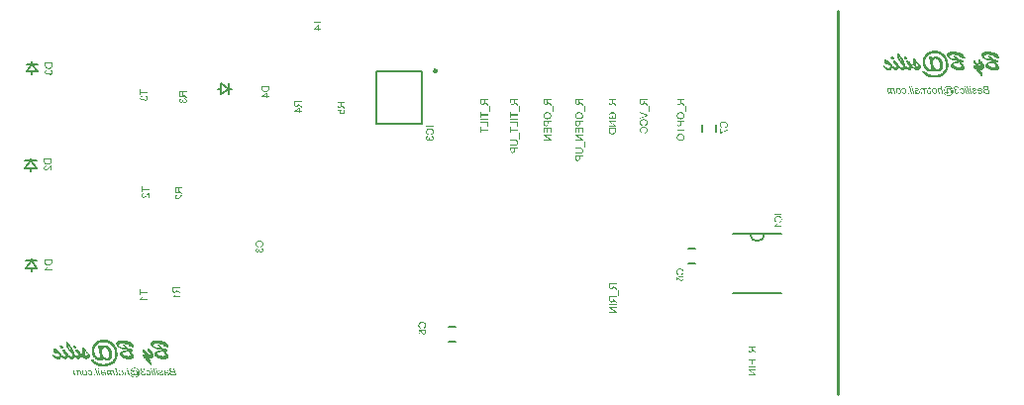
<source format=gbo>
G04*
G04 #@! TF.GenerationSoftware,Altium Limited,Altium Designer,20.0.12 (288)*
G04*
G04 Layer_Color=16777215*
%FSLAX42Y42*%
%MOMM*%
G71*
G01*
G75*
%ADD10C,0.13*%
%ADD11C,0.25*%
%ADD12C,0.20*%
%ADD14C,0.20*%
%ADD53C,0.25*%
%ADD54C,0.15*%
G36*
X9454Y2623D02*
X9446D01*
X9444Y2631D01*
X9452D01*
X9454Y2623D01*
D02*
G37*
G36*
X9414D02*
X9407D01*
X9405Y2631D01*
X9413D01*
X9414Y2623D01*
D02*
G37*
G36*
X8961D02*
X8953D01*
X8951Y2631D01*
X8959D01*
X8961Y2623D01*
D02*
G37*
G36*
X9335Y2632D02*
X9337Y2631D01*
X9339Y2630D01*
X9341Y2630D01*
X9342Y2629D01*
X9343Y2629D01*
X9343Y2628D01*
X9344Y2628D01*
X9344Y2628D01*
X9345Y2628D01*
X9345Y2628D01*
X9345Y2627D01*
X9347Y2626D01*
X9348Y2624D01*
X9350Y2622D01*
X9351Y2620D01*
X9351Y2618D01*
X9352Y2617D01*
X9352Y2617D01*
X9352Y2616D01*
X9352Y2616D01*
X9352Y2615D01*
Y2615D01*
X9344Y2614D01*
X9344Y2616D01*
X9343Y2617D01*
X9343Y2619D01*
X9342Y2620D01*
X9341Y2621D01*
X9341Y2622D01*
X9340Y2622D01*
X9340Y2622D01*
X9339Y2623D01*
X9338Y2624D01*
X9336Y2625D01*
X9335Y2625D01*
X9334Y2625D01*
X9333Y2625D01*
X9333D01*
X9331Y2625D01*
X9330Y2625D01*
X9328Y2625D01*
X9327Y2624D01*
X9326Y2623D01*
X9326Y2623D01*
X9325Y2623D01*
X9325Y2622D01*
X9324Y2621D01*
X9324Y2620D01*
X9323Y2619D01*
X9323Y2618D01*
X9322Y2617D01*
X9322Y2616D01*
Y2615D01*
Y2615D01*
Y2615D01*
X9322Y2613D01*
X9323Y2612D01*
X9323Y2610D01*
X9324Y2609D01*
X9325Y2608D01*
X9325Y2607D01*
X9326Y2607D01*
X9326Y2607D01*
X9327Y2606D01*
X9329Y2605D01*
X9331Y2604D01*
X9332Y2604D01*
X9334Y2604D01*
X9335Y2604D01*
X9335D01*
X9336Y2604D01*
X9337D01*
X9338Y2604D01*
X9338D01*
X9340Y2597D01*
X9339Y2597D01*
X9339D01*
X9338Y2597D01*
X9337D01*
X9335Y2597D01*
X9334Y2597D01*
X9332Y2596D01*
X9331Y2596D01*
X9330Y2595D01*
X9329Y2595D01*
X9329Y2594D01*
X9329Y2594D01*
X9328Y2593D01*
X9327Y2592D01*
X9326Y2590D01*
X9326Y2589D01*
X9326Y2588D01*
X9326Y2587D01*
X9325Y2587D01*
Y2587D01*
Y2586D01*
Y2585D01*
X9326Y2585D01*
X9326Y2583D01*
X9327Y2581D01*
X9328Y2580D01*
X9328Y2578D01*
X9329Y2578D01*
X9330Y2577D01*
X9330Y2577D01*
X9330Y2577D01*
X9331Y2576D01*
X9331Y2575D01*
X9333Y2574D01*
X9335Y2574D01*
X9336Y2573D01*
X9338Y2573D01*
X9338Y2573D01*
X9339D01*
X9339Y2573D01*
X9340D01*
X9342Y2573D01*
X9343Y2573D01*
X9344Y2574D01*
X9346Y2574D01*
X9347Y2575D01*
X9347Y2575D01*
X9348Y2575D01*
X9348Y2576D01*
X9349Y2577D01*
X9350Y2578D01*
X9350Y2580D01*
X9351Y2581D01*
X9351Y2583D01*
X9351Y2583D01*
X9351Y2584D01*
X9352Y2585D01*
X9352Y2585D01*
Y2585D01*
Y2585D01*
X9359Y2584D01*
X9359Y2583D01*
X9359Y2581D01*
X9358Y2579D01*
X9357Y2577D01*
X9357Y2576D01*
X9356Y2575D01*
X9356Y2574D01*
X9355Y2573D01*
X9355Y2573D01*
X9354Y2572D01*
X9354Y2572D01*
X9354Y2571D01*
X9353Y2571D01*
X9353Y2571D01*
X9352Y2570D01*
X9351Y2570D01*
X9350Y2569D01*
X9349Y2568D01*
X9347Y2568D01*
X9344Y2567D01*
X9343Y2567D01*
X9342Y2567D01*
X9342Y2567D01*
X9341Y2566D01*
X9340Y2566D01*
X9339D01*
X9338Y2566D01*
X9336Y2567D01*
X9335Y2567D01*
X9333Y2567D01*
X9332Y2568D01*
X9331Y2568D01*
X9329Y2569D01*
X9328Y2570D01*
X9327Y2570D01*
X9326Y2571D01*
X9326Y2571D01*
X9325Y2572D01*
X9325Y2572D01*
X9324Y2572D01*
X9324Y2573D01*
X9324Y2573D01*
X9323Y2574D01*
X9322Y2575D01*
X9321Y2576D01*
X9320Y2578D01*
X9320Y2579D01*
X9319Y2580D01*
X9319Y2581D01*
X9318Y2582D01*
X9318Y2584D01*
X9318Y2585D01*
X9318Y2585D01*
X9317Y2586D01*
X9317Y2587D01*
Y2587D01*
Y2587D01*
Y2588D01*
X9317Y2589D01*
X9318Y2590D01*
X9318Y2592D01*
X9318Y2593D01*
X9319Y2594D01*
X9319Y2594D01*
X9319Y2595D01*
X9319Y2595D01*
X9320Y2596D01*
X9321Y2597D01*
X9322Y2598D01*
X9323Y2599D01*
X9324Y2599D01*
X9324Y2600D01*
X9325Y2600D01*
X9325Y2600D01*
X9323Y2601D01*
X9321Y2602D01*
X9320Y2603D01*
X9319Y2604D01*
X9318Y2605D01*
X9317Y2606D01*
X9317Y2606D01*
X9317Y2606D01*
X9316Y2608D01*
X9315Y2609D01*
X9315Y2611D01*
X9315Y2612D01*
X9314Y2613D01*
X9314Y2614D01*
Y2615D01*
Y2615D01*
Y2615D01*
Y2615D01*
X9314Y2617D01*
X9315Y2618D01*
X9315Y2620D01*
X9316Y2622D01*
X9317Y2624D01*
X9318Y2625D01*
X9318Y2626D01*
X9319Y2626D01*
X9319Y2626D01*
X9319Y2627D01*
X9319Y2627D01*
X9319Y2627D01*
X9320Y2628D01*
X9321Y2629D01*
X9322Y2629D01*
X9323Y2630D01*
X9325Y2631D01*
X9327Y2631D01*
X9329Y2631D01*
X9330Y2632D01*
X9331Y2632D01*
X9331Y2632D01*
X9333D01*
X9335Y2632D01*
D02*
G37*
G36*
X9221Y2567D02*
X9213D01*
X9209Y2587D01*
X9208Y2589D01*
X9208Y2590D01*
X9208Y2592D01*
X9207Y2593D01*
X9207Y2594D01*
X9207Y2595D01*
X9206Y2596D01*
X9206Y2597D01*
X9206Y2598D01*
X9205Y2598D01*
X9205Y2599D01*
X9205Y2599D01*
X9205Y2600D01*
X9205Y2600D01*
X9205Y2600D01*
X9204Y2601D01*
X9203Y2603D01*
X9202Y2604D01*
X9201Y2605D01*
X9200Y2605D01*
X9199Y2606D01*
X9199Y2606D01*
X9199Y2606D01*
X9197Y2607D01*
X9196Y2607D01*
X9194Y2608D01*
X9193Y2608D01*
X9192Y2608D01*
X9191Y2608D01*
X9191D01*
X9190Y2608D01*
X9189Y2608D01*
X9188Y2608D01*
X9187Y2608D01*
X9187Y2607D01*
X9186Y2607D01*
X9186Y2607D01*
X9186Y2607D01*
X9186Y2606D01*
X9185Y2606D01*
X9185Y2605D01*
X9185Y2605D01*
X9185Y2604D01*
X9185Y2604D01*
Y2603D01*
Y2603D01*
Y2603D01*
X9185Y2603D01*
X9185Y2601D01*
X9185Y2600D01*
X9185Y2599D01*
X9186Y2598D01*
X9186Y2597D01*
X9186Y2596D01*
Y2596D01*
X9186Y2596D01*
Y2596D01*
X9192Y2567D01*
X9184D01*
X9178Y2595D01*
X9178Y2596D01*
X9178Y2597D01*
X9177Y2599D01*
X9177Y2601D01*
X9177Y2602D01*
X9177Y2603D01*
X9177Y2603D01*
Y2604D01*
Y2604D01*
X9177Y2606D01*
X9177Y2607D01*
X9178Y2609D01*
X9178Y2610D01*
X9179Y2611D01*
X9179Y2611D01*
X9180Y2612D01*
X9180Y2612D01*
X9181Y2613D01*
X9183Y2614D01*
X9184Y2614D01*
X9185Y2615D01*
X9187Y2615D01*
X9188Y2615D01*
X9189D01*
X9190Y2615D01*
X9192Y2615D01*
X9193Y2614D01*
X9194Y2614D01*
X9195Y2614D01*
X9196Y2613D01*
X9196Y2613D01*
X9196Y2613D01*
X9198Y2612D01*
X9199Y2611D01*
X9201Y2610D01*
X9202Y2609D01*
X9203Y2608D01*
X9204Y2608D01*
X9204Y2607D01*
X9204Y2607D01*
X9204Y2607D01*
X9199Y2631D01*
X9207D01*
X9221Y2567D01*
D02*
G37*
G36*
X9066Y2615D02*
X9068Y2615D01*
X9069Y2614D01*
X9070Y2614D01*
X9071Y2614D01*
X9072Y2613D01*
X9072Y2613D01*
X9072Y2613D01*
X9074Y2612D01*
X9075Y2611D01*
X9076Y2610D01*
X9078Y2609D01*
X9079Y2608D01*
X9080Y2607D01*
X9080Y2607D01*
X9080Y2606D01*
X9080Y2606D01*
X9080Y2606D01*
X9079Y2614D01*
X9087D01*
X9096Y2567D01*
X9088D01*
X9084Y2589D01*
X9083Y2592D01*
X9083Y2594D01*
X9082Y2596D01*
X9081Y2597D01*
X9081Y2599D01*
X9080Y2599D01*
X9080Y2600D01*
X9080Y2600D01*
X9079Y2602D01*
X9078Y2603D01*
X9077Y2604D01*
X9076Y2605D01*
X9075Y2605D01*
X9075Y2606D01*
X9074Y2606D01*
X9074Y2606D01*
X9073Y2607D01*
X9071Y2608D01*
X9070Y2608D01*
X9069Y2608D01*
X9068Y2608D01*
X9068Y2608D01*
X9067D01*
X9066Y2608D01*
X9066Y2608D01*
X9065Y2608D01*
X9064Y2608D01*
X9064Y2607D01*
X9064Y2607D01*
X9064Y2607D01*
X9063Y2607D01*
X9063Y2606D01*
X9063Y2606D01*
X9062Y2605D01*
X9062Y2605D01*
X9062Y2604D01*
X9062Y2604D01*
Y2603D01*
Y2603D01*
Y2603D01*
X9062Y2602D01*
X9062Y2601D01*
X9062Y2600D01*
X9063Y2599D01*
X9063Y2599D01*
Y2599D01*
X9069Y2567D01*
X9061D01*
X9057Y2590D01*
X9056Y2592D01*
X9055Y2595D01*
X9055Y2597D01*
X9054Y2598D01*
X9054Y2599D01*
X9053Y2600D01*
X9053Y2600D01*
X9053Y2601D01*
X9052Y2602D01*
X9051Y2603D01*
X9050Y2604D01*
X9049Y2605D01*
X9049Y2605D01*
X9048Y2606D01*
X9048Y2606D01*
X9047Y2606D01*
X9046Y2607D01*
X9045Y2608D01*
X9043Y2608D01*
X9042Y2608D01*
X9041Y2608D01*
X9041Y2608D01*
X9040D01*
X9039Y2608D01*
X9038Y2608D01*
X9038Y2608D01*
X9037Y2608D01*
X9037Y2608D01*
X9036Y2607D01*
X9036Y2607D01*
X9036Y2607D01*
X9036Y2607D01*
X9035Y2606D01*
X9035Y2605D01*
X9035Y2605D01*
X9035Y2604D01*
X9035Y2604D01*
Y2604D01*
Y2604D01*
Y2603D01*
X9035Y2602D01*
X9035Y2600D01*
X9035Y2599D01*
X9035Y2599D01*
X9035Y2598D01*
Y2598D01*
X9042Y2567D01*
X9034D01*
X9028Y2597D01*
X9027Y2599D01*
X9027Y2601D01*
X9027Y2602D01*
X9027Y2603D01*
Y2603D01*
X9027Y2604D01*
Y2604D01*
Y2604D01*
X9027Y2606D01*
X9027Y2608D01*
X9027Y2609D01*
X9028Y2610D01*
X9029Y2611D01*
X9029Y2612D01*
X9029Y2612D01*
X9029Y2612D01*
X9031Y2613D01*
X9032Y2614D01*
X9033Y2614D01*
X9035Y2615D01*
X9036Y2615D01*
X9037Y2615D01*
X9038D01*
X9040Y2615D01*
X9041Y2615D01*
X9043Y2614D01*
X9044Y2614D01*
X9045Y2613D01*
X9046Y2613D01*
X9046Y2613D01*
X9046Y2613D01*
X9048Y2612D01*
X9049Y2611D01*
X9050Y2610D01*
X9052Y2609D01*
X9053Y2608D01*
X9053Y2607D01*
X9054Y2606D01*
X9054Y2606D01*
Y2606D01*
X9054Y2608D01*
X9055Y2609D01*
X9055Y2610D01*
X9056Y2611D01*
X9057Y2612D01*
X9057Y2612D01*
X9058Y2613D01*
X9058Y2613D01*
X9059Y2613D01*
X9060Y2614D01*
X9061Y2614D01*
X9062Y2615D01*
X9063Y2615D01*
X9064Y2615D01*
X9065D01*
X9066Y2615D01*
D02*
G37*
G36*
X8783D02*
X8784Y2615D01*
X8786Y2614D01*
X8787Y2614D01*
X8788Y2614D01*
X8788Y2613D01*
X8789Y2613D01*
X8789Y2613D01*
X8790Y2612D01*
X8792Y2611D01*
X8793Y2610D01*
X8794Y2609D01*
X8795Y2608D01*
X8796Y2607D01*
X8797Y2607D01*
X8797Y2606D01*
X8797Y2606D01*
X8797Y2606D01*
X8795Y2614D01*
X8803D01*
X8813Y2567D01*
X8805D01*
X8800Y2589D01*
X8800Y2592D01*
X8799Y2594D01*
X8799Y2596D01*
X8798Y2597D01*
X8798Y2599D01*
X8797Y2599D01*
X8797Y2600D01*
X8797Y2600D01*
X8796Y2602D01*
X8795Y2603D01*
X8794Y2604D01*
X8793Y2605D01*
X8792Y2605D01*
X8791Y2606D01*
X8791Y2606D01*
X8791Y2606D01*
X8789Y2607D01*
X8788Y2608D01*
X8787Y2608D01*
X8786Y2608D01*
X8785Y2608D01*
X8784Y2608D01*
X8784D01*
X8783Y2608D01*
X8782Y2608D01*
X8782Y2608D01*
X8781Y2608D01*
X8781Y2607D01*
X8780Y2607D01*
X8780Y2607D01*
X8780Y2607D01*
X8780Y2606D01*
X8779Y2606D01*
X8779Y2605D01*
X8779Y2605D01*
X8779Y2604D01*
X8779Y2604D01*
Y2603D01*
Y2603D01*
Y2603D01*
X8779Y2602D01*
X8779Y2601D01*
X8779Y2600D01*
X8779Y2599D01*
X8779Y2599D01*
Y2599D01*
X8786Y2567D01*
X8778D01*
X8773Y2590D01*
X8773Y2592D01*
X8772Y2595D01*
X8771Y2597D01*
X8771Y2598D01*
X8770Y2599D01*
X8770Y2600D01*
X8770Y2600D01*
X8770Y2601D01*
X8769Y2602D01*
X8768Y2603D01*
X8767Y2604D01*
X8766Y2605D01*
X8765Y2605D01*
X8765Y2606D01*
X8764Y2606D01*
X8764Y2606D01*
X8763Y2607D01*
X8761Y2608D01*
X8760Y2608D01*
X8759Y2608D01*
X8758Y2608D01*
X8757Y2608D01*
X8757D01*
X8756Y2608D01*
X8755Y2608D01*
X8754Y2608D01*
X8754Y2608D01*
X8753Y2608D01*
X8753Y2607D01*
X8753Y2607D01*
X8753Y2607D01*
X8752Y2607D01*
X8752Y2606D01*
X8752Y2605D01*
X8751Y2605D01*
X8751Y2604D01*
X8751Y2604D01*
Y2604D01*
Y2604D01*
Y2603D01*
X8751Y2602D01*
X8752Y2600D01*
X8752Y2599D01*
X8752Y2599D01*
X8752Y2598D01*
Y2598D01*
X8758Y2567D01*
X8751D01*
X8744Y2597D01*
X8744Y2599D01*
X8744Y2601D01*
X8743Y2602D01*
X8743Y2603D01*
Y2603D01*
X8743Y2604D01*
Y2604D01*
Y2604D01*
X8743Y2606D01*
X8744Y2608D01*
X8744Y2609D01*
X8745Y2610D01*
X8745Y2611D01*
X8746Y2612D01*
X8746Y2612D01*
X8746Y2612D01*
X8747Y2613D01*
X8749Y2614D01*
X8750Y2614D01*
X8752Y2615D01*
X8753Y2615D01*
X8754Y2615D01*
X8755D01*
X8756Y2615D01*
X8758Y2615D01*
X8759Y2614D01*
X8761Y2614D01*
X8762Y2613D01*
X8762Y2613D01*
X8763Y2613D01*
X8763Y2613D01*
X8765Y2612D01*
X8766Y2611D01*
X8767Y2610D01*
X8768Y2609D01*
X8769Y2608D01*
X8770Y2607D01*
X8770Y2606D01*
X8771Y2606D01*
Y2606D01*
X8771Y2608D01*
X8772Y2609D01*
X8772Y2610D01*
X8773Y2611D01*
X8773Y2612D01*
X8774Y2612D01*
X8774Y2613D01*
X8774Y2613D01*
X8775Y2613D01*
X8777Y2614D01*
X8778Y2614D01*
X8779Y2615D01*
X8780Y2615D01*
X8781Y2615D01*
X8782D01*
X8783Y2615D01*
D02*
G37*
G36*
X9536Y2615D02*
X9539Y2614D01*
X9541Y2614D01*
X9542Y2613D01*
X9543Y2613D01*
X9544Y2613D01*
X9545Y2612D01*
X9545Y2612D01*
X9546Y2612D01*
X9546Y2612D01*
X9547Y2611D01*
X9547Y2611D01*
X9547D01*
X9549Y2610D01*
X9550Y2608D01*
X9551Y2606D01*
X9553Y2605D01*
X9553Y2603D01*
X9554Y2602D01*
X9554Y2602D01*
X9554Y2601D01*
X9554Y2601D01*
X9554Y2601D01*
Y2601D01*
X9547Y2600D01*
X9546Y2601D01*
X9545Y2603D01*
X9544Y2604D01*
X9544Y2605D01*
X9543Y2605D01*
X9543Y2606D01*
X9542Y2606D01*
X9542Y2606D01*
X9541Y2607D01*
X9539Y2608D01*
X9538Y2608D01*
X9537Y2608D01*
X9536Y2608D01*
X9535Y2608D01*
X9534D01*
X9532Y2608D01*
X9530Y2608D01*
X9529Y2608D01*
X9528Y2607D01*
X9527Y2607D01*
X9526Y2607D01*
X9526Y2606D01*
X9526Y2606D01*
X9525Y2606D01*
X9525Y2605D01*
X9524Y2604D01*
X9524Y2603D01*
X9524Y2603D01*
X9524Y2602D01*
Y2602D01*
Y2602D01*
Y2601D01*
X9524Y2600D01*
X9524Y2599D01*
X9524Y2598D01*
X9524Y2598D01*
X9525Y2597D01*
X9525Y2597D01*
X9525Y2597D01*
X9525Y2596D01*
X9526Y2596D01*
X9528Y2596D01*
X9530Y2596D01*
X9531Y2595D01*
X9533Y2595D01*
X9534Y2595D01*
X9534D01*
X9535Y2595D01*
X9536D01*
X9537Y2595D01*
X9538D01*
X9539Y2595D01*
X9540Y2595D01*
X9541D01*
X9542Y2595D01*
X9543Y2594D01*
X9543Y2594D01*
X9544Y2594D01*
X9545Y2594D01*
X9545Y2594D01*
X9546D01*
X9547Y2594D01*
X9548Y2593D01*
X9550Y2593D01*
X9551Y2593D01*
X9551Y2592D01*
X9552Y2592D01*
X9553Y2592D01*
X9553Y2592D01*
X9554Y2591D01*
X9555Y2590D01*
X9555Y2589D01*
X9556Y2588D01*
X9557Y2588D01*
X9557Y2587D01*
X9557Y2587D01*
X9557Y2587D01*
X9558Y2586D01*
X9558Y2584D01*
X9559Y2583D01*
X9559Y2582D01*
X9559Y2581D01*
X9559Y2581D01*
Y2580D01*
Y2580D01*
X9559Y2578D01*
X9558Y2576D01*
X9558Y2574D01*
X9557Y2573D01*
X9556Y2572D01*
X9556Y2571D01*
X9555Y2570D01*
X9555Y2570D01*
X9554Y2569D01*
X9552Y2568D01*
X9550Y2567D01*
X9549Y2567D01*
X9547Y2567D01*
X9546Y2567D01*
X9546D01*
X9545Y2566D01*
X9545D01*
X9543Y2567D01*
X9542Y2567D01*
X9540Y2567D01*
X9539Y2567D01*
X9538Y2568D01*
X9537Y2568D01*
X9537Y2568D01*
X9537Y2568D01*
X9535Y2569D01*
X9534Y2570D01*
X9533Y2570D01*
X9531Y2571D01*
X9530Y2572D01*
X9530Y2573D01*
X9529Y2573D01*
X9529Y2573D01*
X9529Y2572D01*
X9529Y2571D01*
X9528Y2570D01*
X9528Y2569D01*
X9528Y2568D01*
X9528Y2568D01*
X9528Y2568D01*
Y2567D01*
X9520D01*
X9520Y2569D01*
X9521Y2570D01*
X9521Y2571D01*
X9521Y2572D01*
Y2573D01*
X9521Y2573D01*
Y2574D01*
Y2574D01*
X9521Y2575D01*
X9521Y2577D01*
X9521Y2578D01*
X9520Y2580D01*
X9520Y2581D01*
X9520Y2582D01*
X9520Y2582D01*
Y2582D01*
X9520Y2583D01*
Y2583D01*
X9517Y2594D01*
X9517Y2596D01*
X9516Y2598D01*
X9516Y2599D01*
X9516Y2600D01*
Y2601D01*
X9516Y2602D01*
Y2603D01*
Y2603D01*
X9516Y2605D01*
X9517Y2606D01*
X9517Y2608D01*
X9518Y2609D01*
X9519Y2610D01*
X9519Y2610D01*
X9520Y2611D01*
X9520Y2611D01*
X9521Y2612D01*
X9522Y2612D01*
X9524Y2613D01*
X9526Y2614D01*
X9529Y2614D01*
X9530Y2615D01*
X9531Y2615D01*
X9531Y2615D01*
X9532D01*
X9533Y2615D01*
X9533D01*
X9536Y2615D01*
D02*
G37*
G36*
X8998D02*
X9001Y2614D01*
X9003Y2614D01*
X9004Y2613D01*
X9005Y2613D01*
X9006Y2613D01*
X9006Y2612D01*
X9007Y2612D01*
X9008Y2612D01*
X9008Y2612D01*
X9008Y2611D01*
X9008Y2611D01*
X9009D01*
X9010Y2610D01*
X9012Y2608D01*
X9013Y2606D01*
X9014Y2605D01*
X9015Y2603D01*
X9015Y2602D01*
X9016Y2602D01*
X9016Y2601D01*
X9016Y2601D01*
X9016Y2601D01*
Y2601D01*
X9008Y2600D01*
X9008Y2601D01*
X9007Y2603D01*
X9006Y2604D01*
X9005Y2605D01*
X9005Y2605D01*
X9004Y2606D01*
X9004Y2606D01*
X9004Y2606D01*
X9002Y2607D01*
X9001Y2608D01*
X9000Y2608D01*
X8998Y2608D01*
X8997Y2608D01*
X8996Y2608D01*
X8996D01*
X8994Y2608D01*
X8992Y2608D01*
X8991Y2608D01*
X8990Y2607D01*
X8989Y2607D01*
X8988Y2607D01*
X8988Y2606D01*
X8988Y2606D01*
X8987Y2606D01*
X8986Y2605D01*
X8986Y2604D01*
X8986Y2603D01*
X8986Y2603D01*
X8985Y2602D01*
Y2602D01*
Y2602D01*
Y2601D01*
X8986Y2600D01*
X8986Y2599D01*
X8986Y2598D01*
X8986Y2598D01*
X8986Y2597D01*
X8986Y2597D01*
X8987Y2597D01*
X8987Y2596D01*
X8988Y2596D01*
X8990Y2596D01*
X8991Y2596D01*
X8993Y2595D01*
X8995Y2595D01*
X8995Y2595D01*
X8996D01*
X8996Y2595D01*
X8997D01*
X8999Y2595D01*
X9000D01*
X9001Y2595D01*
X9002Y2595D01*
X9003D01*
X9004Y2595D01*
X9004Y2594D01*
X9005Y2594D01*
X9006Y2594D01*
X9007Y2594D01*
X9007Y2594D01*
X9007D01*
X9009Y2594D01*
X9010Y2593D01*
X9011Y2593D01*
X9012Y2593D01*
X9013Y2592D01*
X9014Y2592D01*
X9014Y2592D01*
X9014Y2592D01*
X9015Y2591D01*
X9016Y2590D01*
X9017Y2589D01*
X9018Y2588D01*
X9018Y2588D01*
X9019Y2587D01*
X9019Y2587D01*
X9019Y2587D01*
X9020Y2586D01*
X9020Y2584D01*
X9020Y2583D01*
X9021Y2582D01*
X9021Y2581D01*
X9021Y2581D01*
Y2580D01*
Y2580D01*
X9021Y2578D01*
X9020Y2576D01*
X9020Y2574D01*
X9019Y2573D01*
X9018Y2572D01*
X9018Y2571D01*
X9017Y2570D01*
X9017Y2570D01*
X9015Y2569D01*
X9014Y2568D01*
X9012Y2567D01*
X9010Y2567D01*
X9009Y2567D01*
X9008Y2567D01*
X9008D01*
X9007Y2566D01*
X9007D01*
X9005Y2567D01*
X9004Y2567D01*
X9002Y2567D01*
X9001Y2567D01*
X9000Y2568D01*
X8999Y2568D01*
X8999Y2568D01*
X8999Y2568D01*
X8997Y2569D01*
X8996Y2570D01*
X8994Y2570D01*
X8993Y2571D01*
X8992Y2572D01*
X8991Y2573D01*
X8991Y2573D01*
X8991Y2573D01*
X8990Y2572D01*
X8990Y2571D01*
X8990Y2570D01*
X8990Y2569D01*
X8990Y2568D01*
X8990Y2568D01*
X8990Y2568D01*
Y2567D01*
X8982D01*
X8982Y2569D01*
X8982Y2570D01*
X8982Y2571D01*
X8983Y2572D01*
Y2573D01*
X8983Y2573D01*
Y2574D01*
Y2574D01*
X8983Y2575D01*
X8982Y2577D01*
X8982Y2578D01*
X8982Y2580D01*
X8982Y2581D01*
X8982Y2582D01*
X8982Y2582D01*
Y2582D01*
X8981Y2583D01*
Y2583D01*
X8979Y2594D01*
X8978Y2596D01*
X8978Y2598D01*
X8978Y2599D01*
X8978Y2600D01*
Y2601D01*
X8978Y2602D01*
Y2603D01*
Y2603D01*
X8978Y2605D01*
X8978Y2606D01*
X8979Y2608D01*
X8980Y2609D01*
X8980Y2610D01*
X8981Y2610D01*
X8981Y2611D01*
X8982Y2611D01*
X8983Y2612D01*
X8984Y2612D01*
X8986Y2613D01*
X8988Y2614D01*
X8990Y2614D01*
X8991Y2615D01*
X8992Y2615D01*
X8993Y2615D01*
X8994D01*
X8994Y2615D01*
X8995D01*
X8998Y2615D01*
D02*
G37*
G36*
X9109Y2625D02*
X9111Y2614D01*
X9117D01*
X9119Y2608D01*
X9112D01*
X9118Y2581D01*
X9118Y2579D01*
X9119Y2577D01*
X9119Y2576D01*
X9119Y2575D01*
X9119Y2575D01*
X9119Y2574D01*
Y2574D01*
Y2574D01*
X9119Y2573D01*
X9119Y2572D01*
X9119Y2571D01*
X9118Y2570D01*
X9118Y2570D01*
X9117Y2569D01*
X9117Y2569D01*
X9117Y2569D01*
X9116Y2568D01*
X9115Y2568D01*
X9113Y2567D01*
X9112Y2567D01*
X9111Y2567D01*
X9110Y2567D01*
X9110D01*
X9108Y2567D01*
X9107Y2567D01*
X9106Y2567D01*
X9105Y2567D01*
X9105Y2567D01*
X9104Y2567D01*
X9104D01*
X9103Y2574D01*
X9104Y2574D01*
X9105Y2573D01*
X9106D01*
X9107Y2573D01*
X9108D01*
X9109Y2573D01*
X9109Y2574D01*
X9110Y2574D01*
X9110Y2574D01*
X9111Y2575D01*
X9111Y2575D01*
X9111Y2576D01*
Y2576D01*
Y2576D01*
Y2576D01*
X9111Y2577D01*
X9111Y2577D01*
X9110Y2578D01*
X9110Y2579D01*
X9110Y2580D01*
X9110Y2581D01*
X9110Y2582D01*
Y2582D01*
Y2582D01*
X9104Y2608D01*
X9097D01*
X9095Y2614D01*
X9103D01*
X9100Y2631D01*
X9109Y2625D01*
D02*
G37*
G36*
X9382Y2615D02*
X9385Y2614D01*
X9387Y2614D01*
X9389Y2613D01*
X9390Y2613D01*
X9390Y2612D01*
X9391Y2612D01*
X9391Y2612D01*
X9392Y2611D01*
X9392Y2611D01*
X9392Y2611D01*
X9392Y2611D01*
X9394Y2609D01*
X9396Y2608D01*
X9398Y2606D01*
X9399Y2604D01*
X9400Y2602D01*
X9400Y2602D01*
X9400Y2601D01*
X9401Y2601D01*
X9401Y2600D01*
X9401Y2600D01*
Y2600D01*
X9402Y2597D01*
X9403Y2594D01*
X9403Y2592D01*
X9404Y2590D01*
X9404Y2589D01*
X9404Y2588D01*
X9404Y2587D01*
Y2586D01*
X9404Y2586D01*
Y2585D01*
Y2585D01*
Y2585D01*
X9404Y2583D01*
X9404Y2582D01*
X9403Y2580D01*
X9403Y2579D01*
X9403Y2578D01*
X9402Y2577D01*
X9402Y2576D01*
X9402Y2575D01*
X9401Y2574D01*
X9401Y2573D01*
X9400Y2573D01*
X9400Y2572D01*
X9400Y2572D01*
X9400Y2571D01*
X9399Y2571D01*
X9399Y2571D01*
X9398Y2570D01*
X9397Y2570D01*
X9396Y2569D01*
X9395Y2569D01*
X9393Y2568D01*
X9391Y2567D01*
X9390Y2567D01*
X9389Y2567D01*
X9388Y2567D01*
X9388Y2566D01*
X9387D01*
X9386Y2567D01*
X9384Y2567D01*
X9382Y2567D01*
X9380Y2568D01*
X9378Y2569D01*
X9377Y2569D01*
X9377Y2569D01*
X9376Y2570D01*
X9375Y2570D01*
X9375Y2570D01*
X9375Y2570D01*
X9375Y2571D01*
X9375D01*
X9374Y2571D01*
X9373Y2572D01*
X9371Y2574D01*
X9369Y2577D01*
X9368Y2579D01*
X9367Y2581D01*
X9367Y2581D01*
X9367Y2582D01*
X9366Y2583D01*
X9366Y2583D01*
X9366Y2583D01*
Y2584D01*
X9374Y2584D01*
X9375Y2582D01*
X9376Y2580D01*
X9377Y2579D01*
X9377Y2578D01*
X9378Y2577D01*
X9379Y2576D01*
X9379Y2576D01*
X9380Y2575D01*
X9381Y2575D01*
X9382Y2574D01*
X9383Y2573D01*
X9385Y2573D01*
X9386Y2573D01*
X9386Y2573D01*
X9387Y2573D01*
X9387D01*
X9388Y2573D01*
X9390Y2573D01*
X9391Y2574D01*
X9392Y2574D01*
X9392Y2575D01*
X9393Y2575D01*
X9393Y2575D01*
X9393Y2576D01*
X9394Y2577D01*
X9395Y2578D01*
X9395Y2580D01*
X9396Y2581D01*
X9396Y2582D01*
X9396Y2583D01*
Y2584D01*
Y2584D01*
Y2584D01*
Y2584D01*
X9396Y2587D01*
X9396Y2589D01*
X9395Y2591D01*
X9395Y2592D01*
X9395Y2594D01*
X9395Y2595D01*
X9394Y2595D01*
X9394Y2596D01*
X9394Y2596D01*
X9394Y2596D01*
Y2596D01*
X9393Y2598D01*
X9392Y2600D01*
X9391Y2602D01*
X9391Y2603D01*
X9390Y2604D01*
X9389Y2605D01*
X9389Y2605D01*
X9389Y2605D01*
X9387Y2606D01*
X9386Y2607D01*
X9384Y2608D01*
X9383Y2608D01*
X9382Y2608D01*
X9381Y2608D01*
X9380D01*
X9379Y2608D01*
X9377Y2608D01*
X9376Y2608D01*
X9375Y2607D01*
X9375Y2607D01*
X9374Y2606D01*
X9374Y2606D01*
X9374Y2606D01*
X9373Y2605D01*
X9372Y2604D01*
X9372Y2603D01*
X9371Y2602D01*
X9371Y2601D01*
X9371Y2600D01*
X9371Y2599D01*
Y2599D01*
Y2599D01*
X9363Y2600D01*
X9363Y2601D01*
X9363Y2602D01*
X9364Y2604D01*
X9365Y2606D01*
X9365Y2608D01*
X9366Y2609D01*
X9367Y2610D01*
X9367Y2610D01*
X9368Y2610D01*
X9368Y2611D01*
X9368Y2611D01*
X9369Y2611D01*
X9369Y2612D01*
X9371Y2613D01*
X9373Y2614D01*
X9375Y2614D01*
X9377Y2615D01*
X9378Y2615D01*
X9378D01*
X9379Y2615D01*
X9380D01*
X9382Y2615D01*
D02*
G37*
G36*
X8884D02*
X8886Y2614D01*
X8888Y2614D01*
X8890Y2613D01*
X8891Y2613D01*
X8892Y2612D01*
X8892Y2612D01*
X8893Y2612D01*
X8893Y2611D01*
X8894Y2611D01*
X8894Y2611D01*
X8894Y2611D01*
X8896Y2609D01*
X8898Y2608D01*
X8899Y2606D01*
X8900Y2604D01*
X8901Y2602D01*
X8902Y2602D01*
X8902Y2601D01*
X8902Y2601D01*
X8902Y2600D01*
X8902Y2600D01*
Y2600D01*
X8903Y2597D01*
X8904Y2594D01*
X8905Y2592D01*
X8905Y2590D01*
X8905Y2589D01*
X8905Y2588D01*
X8905Y2587D01*
Y2586D01*
X8905Y2586D01*
Y2585D01*
Y2585D01*
Y2585D01*
X8905Y2583D01*
X8905Y2582D01*
X8905Y2580D01*
X8905Y2579D01*
X8904Y2578D01*
X8904Y2577D01*
X8904Y2576D01*
X8903Y2575D01*
X8903Y2574D01*
X8902Y2573D01*
X8902Y2573D01*
X8902Y2572D01*
X8901Y2572D01*
X8901Y2571D01*
X8901Y2571D01*
X8901Y2571D01*
X8900Y2570D01*
X8899Y2570D01*
X8898Y2569D01*
X8897Y2569D01*
X8895Y2568D01*
X8893Y2567D01*
X8891Y2567D01*
X8890Y2567D01*
X8890Y2567D01*
X8889Y2566D01*
X8888D01*
X8887Y2567D01*
X8886Y2567D01*
X8884Y2567D01*
X8881Y2568D01*
X8880Y2569D01*
X8879Y2569D01*
X8878Y2569D01*
X8877Y2570D01*
X8877Y2570D01*
X8877Y2570D01*
X8876Y2570D01*
X8876Y2571D01*
X8876D01*
X8875Y2571D01*
X8874Y2572D01*
X8872Y2574D01*
X8871Y2577D01*
X8870Y2579D01*
X8869Y2581D01*
X8868Y2581D01*
X8868Y2582D01*
X8868Y2583D01*
X8868Y2583D01*
X8868Y2583D01*
Y2584D01*
X8875Y2584D01*
X8876Y2582D01*
X8877Y2580D01*
X8878Y2579D01*
X8879Y2578D01*
X8880Y2577D01*
X8880Y2576D01*
X8881Y2576D01*
X8881Y2575D01*
X8882Y2575D01*
X8884Y2574D01*
X8885Y2573D01*
X8886Y2573D01*
X8887Y2573D01*
X8888Y2573D01*
X8888Y2573D01*
X8888D01*
X8890Y2573D01*
X8891Y2573D01*
X8892Y2574D01*
X8893Y2574D01*
X8894Y2575D01*
X8894Y2575D01*
X8895Y2575D01*
X8895Y2576D01*
X8896Y2577D01*
X8896Y2578D01*
X8897Y2580D01*
X8897Y2581D01*
X8897Y2582D01*
X8897Y2583D01*
Y2584D01*
Y2584D01*
Y2584D01*
Y2584D01*
X8897Y2587D01*
X8897Y2589D01*
X8897Y2591D01*
X8896Y2592D01*
X8896Y2594D01*
X8896Y2595D01*
X8896Y2595D01*
X8896Y2596D01*
X8896Y2596D01*
X8896Y2596D01*
Y2596D01*
X8895Y2598D01*
X8894Y2600D01*
X8893Y2602D01*
X8892Y2603D01*
X8891Y2604D01*
X8891Y2605D01*
X8890Y2605D01*
X8890Y2605D01*
X8889Y2606D01*
X8887Y2607D01*
X8886Y2608D01*
X8885Y2608D01*
X8883Y2608D01*
X8883Y2608D01*
X8882D01*
X8880Y2608D01*
X8879Y2608D01*
X8878Y2608D01*
X8877Y2607D01*
X8876Y2607D01*
X8876Y2606D01*
X8875Y2606D01*
X8875Y2606D01*
X8874Y2605D01*
X8874Y2604D01*
X8873Y2603D01*
X8873Y2602D01*
X8873Y2601D01*
X8873Y2600D01*
X8873Y2599D01*
Y2599D01*
Y2599D01*
X8865Y2600D01*
X8865Y2601D01*
X8865Y2602D01*
X8865Y2604D01*
X8866Y2606D01*
X8867Y2608D01*
X8868Y2609D01*
X8868Y2610D01*
X8869Y2610D01*
X8869Y2610D01*
X8869Y2611D01*
X8869Y2611D01*
X8870Y2611D01*
X8871Y2612D01*
X8873Y2613D01*
X8875Y2614D01*
X8877Y2614D01*
X8878Y2615D01*
X8879Y2615D01*
X8880D01*
X8880Y2615D01*
X8881D01*
X8884Y2615D01*
D02*
G37*
G36*
X9619Y2567D02*
X9587D01*
X9585Y2568D01*
X9583Y2568D01*
X9581Y2568D01*
X9579Y2569D01*
X9578Y2569D01*
X9577Y2570D01*
X9577Y2570D01*
X9576Y2570D01*
X9576Y2570D01*
X9576Y2570D01*
X9576D01*
X9574Y2571D01*
X9572Y2572D01*
X9571Y2574D01*
X9570Y2575D01*
X9569Y2576D01*
X9568Y2577D01*
X9568Y2577D01*
X9568Y2577D01*
Y2578D01*
X9567Y2579D01*
X9566Y2581D01*
X9565Y2583D01*
X9565Y2584D01*
X9565Y2586D01*
X9564Y2587D01*
Y2587D01*
Y2587D01*
Y2588D01*
Y2588D01*
X9565Y2589D01*
X9565Y2591D01*
X9565Y2592D01*
X9566Y2593D01*
X9566Y2594D01*
X9567Y2595D01*
X9567Y2596D01*
X9567Y2596D01*
X9568Y2597D01*
X9569Y2598D01*
X9571Y2599D01*
X9572Y2599D01*
X9573Y2600D01*
X9574Y2601D01*
X9574Y2601D01*
X9575Y2601D01*
X9575Y2601D01*
X9575D01*
X9573Y2602D01*
X9571Y2603D01*
X9569Y2604D01*
X9568Y2605D01*
X9567Y2605D01*
X9566Y2606D01*
X9566Y2607D01*
X9566Y2607D01*
X9565Y2608D01*
X9564Y2610D01*
X9564Y2612D01*
X9563Y2613D01*
X9563Y2614D01*
X9563Y2615D01*
Y2616D01*
Y2616D01*
Y2616D01*
Y2616D01*
X9563Y2618D01*
X9563Y2619D01*
X9564Y2620D01*
X9564Y2621D01*
X9564Y2622D01*
X9564Y2623D01*
X9565Y2623D01*
X9565Y2623D01*
X9565Y2624D01*
X9566Y2625D01*
X9567Y2626D01*
X9568Y2627D01*
X9568Y2628D01*
X9569Y2628D01*
X9569Y2628D01*
X9569Y2628D01*
X9571Y2629D01*
X9572Y2630D01*
X9573Y2630D01*
X9574Y2630D01*
X9575Y2631D01*
X9576Y2631D01*
X9577Y2631D01*
X9577D01*
X9578Y2631D01*
X9579Y2631D01*
X9581Y2631D01*
X9582D01*
X9583Y2631D01*
X9606D01*
X9619Y2567D01*
D02*
G37*
G36*
X9466D02*
X9458D01*
X9448Y2614D01*
X9456D01*
X9466Y2567D01*
D02*
G37*
G36*
X9446D02*
X9438D01*
X9425Y2631D01*
X9433D01*
X9446Y2567D01*
D02*
G37*
G36*
X9426D02*
X9418D01*
X9408Y2614D01*
X9416D01*
X9426Y2567D01*
D02*
G37*
G36*
X8972D02*
X8964D01*
X8955Y2614D01*
X8962D01*
X8972Y2567D01*
D02*
G37*
G36*
X8953D02*
X8945D01*
X8931Y2631D01*
X8939D01*
X8953Y2567D01*
D02*
G37*
G36*
X8930D02*
X8921D01*
X8919Y2576D01*
X8928D01*
X8930Y2567D01*
D02*
G37*
G36*
X9489Y2615D02*
X9492Y2614D01*
X9494Y2614D01*
X9496Y2613D01*
X9496Y2613D01*
X9497Y2612D01*
X9497Y2612D01*
X9498Y2612D01*
X9498Y2611D01*
X9499Y2611D01*
X9499Y2611D01*
X9499Y2611D01*
X9499Y2610D01*
X9500Y2609D01*
X9501Y2608D01*
X9502Y2606D01*
X9502Y2605D01*
X9503Y2603D01*
X9503Y2602D01*
X9503Y2602D01*
Y2602D01*
Y2602D01*
Y2602D01*
X9503Y2600D01*
X9503Y2599D01*
X9503Y2598D01*
X9502Y2598D01*
X9502Y2597D01*
X9502Y2596D01*
X9502Y2596D01*
X9502Y2596D01*
X9501Y2595D01*
X9500Y2594D01*
X9500Y2593D01*
X9499Y2593D01*
X9498Y2592D01*
X9498Y2592D01*
X9497Y2592D01*
X9497Y2592D01*
X9497Y2592D01*
X9496Y2591D01*
X9495Y2591D01*
X9494Y2590D01*
X9493Y2589D01*
X9491Y2589D01*
X9490Y2588D01*
X9490Y2588D01*
X9490Y2588D01*
X9489Y2588D01*
X9489D01*
X9488Y2587D01*
X9487Y2587D01*
X9486Y2587D01*
X9485Y2586D01*
X9484Y2585D01*
X9483Y2585D01*
X9482Y2584D01*
X9482Y2584D01*
X9481Y2584D01*
X9481Y2583D01*
X9481Y2583D01*
X9480Y2582D01*
X9480Y2581D01*
X9480Y2581D01*
X9480Y2580D01*
X9480Y2580D01*
Y2580D01*
Y2580D01*
X9480Y2579D01*
X9480Y2578D01*
X9481Y2577D01*
X9481Y2576D01*
X9482Y2575D01*
X9482Y2575D01*
X9482Y2575D01*
X9482Y2575D01*
X9484Y2574D01*
X9485Y2573D01*
X9486Y2573D01*
X9487Y2573D01*
X9488Y2573D01*
X9489Y2573D01*
X9490D01*
X9492Y2573D01*
X9493Y2573D01*
X9494Y2573D01*
X9495Y2573D01*
X9496Y2574D01*
X9496Y2574D01*
X9497Y2574D01*
X9497Y2574D01*
X9498Y2575D01*
X9499Y2575D01*
X9499Y2576D01*
X9500Y2577D01*
X9500Y2577D01*
X9500Y2578D01*
X9500Y2578D01*
X9501Y2578D01*
X9501Y2579D01*
X9501Y2580D01*
X9501Y2581D01*
X9501Y2582D01*
Y2583D01*
X9502Y2583D01*
Y2584D01*
Y2584D01*
X9510Y2583D01*
Y2582D01*
X9509Y2580D01*
X9509Y2579D01*
X9509Y2578D01*
X9508Y2576D01*
X9508Y2575D01*
X9507Y2574D01*
X9507Y2574D01*
X9506Y2573D01*
X9506Y2572D01*
X9506Y2572D01*
X9505Y2571D01*
X9505Y2571D01*
X9505Y2571D01*
X9504Y2571D01*
X9504Y2570D01*
X9503Y2570D01*
X9502Y2569D01*
X9500Y2568D01*
X9497Y2567D01*
X9495Y2567D01*
X9494Y2567D01*
X9493Y2567D01*
X9493Y2567D01*
X9492D01*
X9491Y2566D01*
X9491D01*
X9488Y2567D01*
X9487Y2567D01*
X9485Y2567D01*
X9483Y2567D01*
X9482Y2568D01*
X9481Y2568D01*
X9481Y2568D01*
X9481Y2568D01*
X9480Y2568D01*
X9480D01*
X9479Y2569D01*
X9478Y2570D01*
X9476Y2571D01*
X9476Y2572D01*
X9475Y2573D01*
X9474Y2573D01*
X9474Y2574D01*
X9474Y2574D01*
X9473Y2575D01*
X9473Y2576D01*
X9472Y2577D01*
X9472Y2578D01*
X9472Y2579D01*
X9472Y2580D01*
Y2580D01*
Y2580D01*
X9472Y2582D01*
X9472Y2584D01*
X9473Y2586D01*
X9474Y2587D01*
X9474Y2588D01*
X9475Y2589D01*
X9475Y2589D01*
X9476Y2589D01*
X9476Y2590D01*
X9477Y2590D01*
X9478Y2591D01*
X9478Y2591D01*
X9480Y2592D01*
X9482Y2593D01*
X9484Y2594D01*
X9485Y2594D01*
X9486Y2595D01*
X9486Y2595D01*
X9487Y2595D01*
X9487Y2595D01*
X9487D01*
X9488Y2596D01*
X9489Y2596D01*
X9490Y2597D01*
X9491Y2598D01*
X9492Y2598D01*
X9493Y2598D01*
X9493Y2599D01*
X9494Y2599D01*
X9494Y2599D01*
X9494Y2600D01*
X9495Y2600D01*
X9495Y2601D01*
X9495Y2602D01*
X9496Y2602D01*
X9496Y2602D01*
Y2603D01*
Y2603D01*
X9496Y2604D01*
X9495Y2604D01*
X9495Y2605D01*
X9495Y2606D01*
X9494Y2606D01*
X9494Y2607D01*
X9494Y2607D01*
X9493Y2607D01*
X9493Y2608D01*
X9491Y2608D01*
X9490Y2608D01*
X9489Y2609D01*
X9488Y2609D01*
X9488Y2609D01*
X9487D01*
X9485Y2609D01*
X9484Y2608D01*
X9482Y2608D01*
X9481Y2608D01*
X9480Y2607D01*
X9480Y2607D01*
X9479Y2606D01*
X9479Y2606D01*
X9478Y2605D01*
X9478Y2604D01*
X9477Y2603D01*
X9477Y2602D01*
X9476Y2601D01*
X9476Y2600D01*
X9476Y2600D01*
Y2600D01*
Y2600D01*
X9468Y2600D01*
X9469Y2601D01*
X9469Y2603D01*
X9469Y2605D01*
X9470Y2607D01*
X9471Y2608D01*
X9472Y2609D01*
X9473Y2610D01*
X9473Y2611D01*
X9473Y2611D01*
X9473D01*
X9474Y2612D01*
X9475Y2612D01*
X9477Y2613D01*
X9479Y2614D01*
X9482Y2614D01*
X9484Y2615D01*
X9484Y2615D01*
X9485D01*
X9486Y2615D01*
X9488D01*
X9489Y2615D01*
D02*
G37*
G36*
X9146Y2615D02*
X9148Y2615D01*
X9150Y2614D01*
X9152Y2614D01*
X9153Y2613D01*
X9154Y2613D01*
X9156Y2612D01*
X9157Y2611D01*
X9158Y2611D01*
X9159Y2610D01*
X9160Y2609D01*
X9160Y2609D01*
X9161Y2608D01*
X9161Y2608D01*
X9162Y2608D01*
X9162Y2608D01*
X9163Y2606D01*
X9164Y2604D01*
X9165Y2602D01*
X9166Y2600D01*
X9167Y2598D01*
X9168Y2597D01*
X9168Y2595D01*
X9169Y2593D01*
X9169Y2591D01*
X9169Y2590D01*
X9169Y2588D01*
X9169Y2587D01*
Y2586D01*
X9170Y2586D01*
Y2585D01*
Y2585D01*
X9169Y2583D01*
X9169Y2581D01*
X9169Y2580D01*
X9168Y2578D01*
X9168Y2577D01*
X9168Y2576D01*
X9167Y2575D01*
X9167Y2575D01*
Y2575D01*
X9166Y2574D01*
X9165Y2572D01*
X9164Y2571D01*
X9163Y2570D01*
X9162Y2570D01*
X9161Y2569D01*
X9161Y2569D01*
X9161Y2569D01*
X9161D01*
X9159Y2568D01*
X9157Y2567D01*
X9155Y2567D01*
X9154Y2567D01*
X9153Y2567D01*
X9152Y2566D01*
X9151D01*
X9148Y2567D01*
X9146Y2567D01*
X9144Y2568D01*
X9142Y2568D01*
X9141Y2569D01*
X9140Y2569D01*
X9140Y2569D01*
X9139Y2570D01*
X9139Y2570D01*
X9138Y2570D01*
X9138Y2570D01*
X9138D01*
X9136Y2572D01*
X9134Y2573D01*
X9133Y2575D01*
X9131Y2577D01*
X9130Y2578D01*
X9130Y2579D01*
X9129Y2580D01*
X9129Y2580D01*
X9129Y2580D01*
X9129Y2581D01*
Y2581D01*
X9128Y2583D01*
X9127Y2586D01*
X9126Y2588D01*
X9126Y2591D01*
X9126Y2592D01*
X9126Y2593D01*
X9126Y2593D01*
Y2594D01*
X9126Y2595D01*
Y2595D01*
Y2595D01*
Y2596D01*
X9126Y2597D01*
X9126Y2599D01*
X9126Y2600D01*
X9126Y2601D01*
X9127Y2603D01*
X9127Y2604D01*
X9128Y2605D01*
X9128Y2606D01*
X9129Y2607D01*
X9129Y2608D01*
X9130Y2608D01*
X9130Y2609D01*
X9130Y2609D01*
X9131Y2609D01*
X9131Y2610D01*
X9131Y2610D01*
X9132Y2611D01*
X9133Y2611D01*
X9134Y2612D01*
X9135Y2613D01*
X9136Y2613D01*
X9137Y2614D01*
X9140Y2614D01*
X9140Y2614D01*
X9141Y2615D01*
X9142Y2615D01*
X9143Y2615D01*
X9143Y2615D01*
X9144D01*
X9146Y2615D01*
D02*
G37*
G36*
X8838D02*
X8840Y2615D01*
X8842Y2614D01*
X8843Y2614D01*
X8845Y2613D01*
X8846Y2613D01*
X8848Y2612D01*
X8849Y2611D01*
X8850Y2611D01*
X8851Y2610D01*
X8852Y2609D01*
X8852Y2609D01*
X8853Y2608D01*
X8853Y2608D01*
X8853Y2608D01*
X8853Y2608D01*
X8855Y2606D01*
X8856Y2604D01*
X8857Y2602D01*
X8858Y2600D01*
X8859Y2598D01*
X8859Y2597D01*
X8860Y2595D01*
X8860Y2593D01*
X8861Y2591D01*
X8861Y2590D01*
X8861Y2588D01*
X8861Y2587D01*
Y2586D01*
X8861Y2586D01*
Y2585D01*
Y2585D01*
X8861Y2583D01*
X8861Y2581D01*
X8861Y2580D01*
X8860Y2578D01*
X8860Y2577D01*
X8859Y2576D01*
X8859Y2575D01*
X8859Y2575D01*
Y2575D01*
X8858Y2574D01*
X8857Y2572D01*
X8856Y2571D01*
X8855Y2570D01*
X8854Y2570D01*
X8853Y2569D01*
X8852Y2569D01*
X8852Y2569D01*
X8852D01*
X8851Y2568D01*
X8849Y2567D01*
X8847Y2567D01*
X8846Y2567D01*
X8844Y2567D01*
X8843Y2566D01*
X8842D01*
X8840Y2567D01*
X8838Y2567D01*
X8836Y2568D01*
X8834Y2568D01*
X8833Y2569D01*
X8832Y2569D01*
X8831Y2569D01*
X8831Y2570D01*
X8830Y2570D01*
X8830Y2570D01*
X8830Y2570D01*
X8830D01*
X8828Y2572D01*
X8826Y2573D01*
X8824Y2575D01*
X8823Y2577D01*
X8822Y2578D01*
X8822Y2579D01*
X8821Y2580D01*
X8821Y2580D01*
X8821Y2580D01*
X8821Y2581D01*
Y2581D01*
X8820Y2583D01*
X8819Y2586D01*
X8818Y2588D01*
X8818Y2591D01*
X8818Y2592D01*
X8818Y2593D01*
X8817Y2593D01*
Y2594D01*
X8817Y2595D01*
Y2595D01*
Y2595D01*
Y2596D01*
X8817Y2597D01*
X8818Y2599D01*
X8818Y2600D01*
X8818Y2601D01*
X8819Y2603D01*
X8819Y2604D01*
X8820Y2605D01*
X8820Y2606D01*
X8820Y2607D01*
X8821Y2608D01*
X8821Y2608D01*
X8822Y2609D01*
X8822Y2609D01*
X8822Y2609D01*
X8822Y2610D01*
X8823Y2610D01*
X8824Y2611D01*
X8825Y2611D01*
X8826Y2612D01*
X8827Y2613D01*
X8828Y2613D01*
X8829Y2614D01*
X8831Y2614D01*
X8832Y2614D01*
X8833Y2615D01*
X8834Y2615D01*
X8835Y2615D01*
X8835Y2615D01*
X8836D01*
X8838Y2615D01*
D02*
G37*
G36*
X9269Y2632D02*
X9271Y2632D01*
X9274Y2632D01*
X9276Y2632D01*
X9278Y2631D01*
X9280Y2631D01*
X9282Y2630D01*
X9283Y2629D01*
X9285Y2629D01*
X9286Y2628D01*
X9287Y2628D01*
X9288Y2627D01*
X9289Y2627D01*
X9290Y2627D01*
X9290Y2626D01*
X9290Y2626D01*
X9292Y2625D01*
X9294Y2624D01*
X9295Y2622D01*
X9297Y2621D01*
X9298Y2619D01*
X9299Y2618D01*
X9300Y2616D01*
X9301Y2615D01*
X9302Y2614D01*
X9303Y2612D01*
X9304Y2611D01*
X9304Y2610D01*
X9305Y2609D01*
X9305Y2609D01*
X9305Y2608D01*
X9305Y2608D01*
X9306Y2606D01*
X9307Y2604D01*
X9308Y2601D01*
X9309Y2597D01*
X9309Y2596D01*
X9309Y2594D01*
X9309Y2593D01*
X9309Y2592D01*
X9310Y2591D01*
Y2590D01*
X9310Y2589D01*
Y2588D01*
Y2588D01*
Y2588D01*
X9309Y2584D01*
X9309Y2581D01*
X9309Y2578D01*
X9308Y2577D01*
X9308Y2575D01*
X9308Y2574D01*
X9307Y2573D01*
X9307Y2572D01*
X9307Y2572D01*
X9306Y2571D01*
X9306Y2570D01*
X9306Y2570D01*
Y2570D01*
X9305Y2568D01*
X9303Y2566D01*
X9302Y2564D01*
X9301Y2562D01*
X9299Y2561D01*
X9299Y2560D01*
X9298Y2560D01*
X9298Y2559D01*
X9298Y2559D01*
X9297Y2559D01*
X9297Y2559D01*
X9295Y2557D01*
X9293Y2555D01*
X9290Y2554D01*
X9288Y2553D01*
X9287Y2553D01*
X9286Y2552D01*
X9285Y2552D01*
X9285Y2552D01*
X9284Y2551D01*
X9284Y2551D01*
X9283Y2551D01*
X9283D01*
X9280Y2550D01*
X9277Y2550D01*
X9274Y2549D01*
X9273Y2549D01*
X9271Y2549D01*
X9270Y2549D01*
X9269Y2549D01*
X9268D01*
X9267Y2549D01*
X9265D01*
X9262Y2549D01*
X9260Y2549D01*
X9258Y2549D01*
X9257Y2549D01*
X9255Y2550D01*
X9254Y2550D01*
X9252Y2550D01*
X9251Y2550D01*
X9250Y2551D01*
X9250Y2551D01*
X9249Y2551D01*
X9248Y2551D01*
X9248Y2551D01*
X9248Y2552D01*
X9248D01*
X9245Y2553D01*
X9242Y2554D01*
X9240Y2555D01*
X9238Y2556D01*
X9237Y2557D01*
X9237Y2557D01*
X9236Y2558D01*
X9236Y2558D01*
X9235Y2559D01*
X9235Y2559D01*
X9235Y2559D01*
X9235Y2559D01*
X9233Y2561D01*
X9231Y2563D01*
X9230Y2564D01*
X9229Y2565D01*
X9228Y2567D01*
X9227Y2568D01*
X9227Y2568D01*
X9227Y2568D01*
X9227Y2568D01*
Y2568D01*
X9235D01*
X9236Y2566D01*
X9238Y2565D01*
X9240Y2563D01*
X9242Y2562D01*
X9244Y2560D01*
X9245Y2560D01*
X9245Y2560D01*
X9246Y2559D01*
X9246Y2559D01*
X9246Y2559D01*
X9246Y2559D01*
X9250Y2558D01*
X9253Y2557D01*
X9256Y2556D01*
X9259Y2556D01*
X9260Y2555D01*
X9262Y2555D01*
X9263Y2555D01*
X9264D01*
X9265Y2555D01*
X9266D01*
X9270Y2555D01*
X9273Y2556D01*
X9275Y2556D01*
X9276Y2556D01*
X9278Y2557D01*
X9279Y2557D01*
X9281Y2557D01*
X9282Y2558D01*
X9283Y2558D01*
X9284Y2558D01*
X9284Y2558D01*
X9285Y2559D01*
X9285Y2559D01*
X9285D01*
X9287Y2560D01*
X9288Y2560D01*
X9290Y2561D01*
X9291Y2562D01*
X9292Y2563D01*
X9293Y2564D01*
X9294Y2565D01*
X9295Y2566D01*
X9296Y2567D01*
X9297Y2568D01*
X9297Y2568D01*
X9298Y2569D01*
X9298Y2569D01*
X9298Y2570D01*
X9298Y2570D01*
X9299Y2570D01*
X9299Y2572D01*
X9300Y2573D01*
X9301Y2575D01*
X9301Y2576D01*
X9302Y2579D01*
X9303Y2582D01*
X9303Y2584D01*
X9303Y2585D01*
X9303Y2586D01*
X9303Y2587D01*
X9303Y2588D01*
Y2588D01*
Y2588D01*
Y2589D01*
X9303Y2591D01*
X9303Y2592D01*
X9302Y2596D01*
X9302Y2598D01*
X9302Y2599D01*
X9301Y2601D01*
X9301Y2602D01*
X9300Y2603D01*
X9300Y2604D01*
X9300Y2605D01*
X9299Y2606D01*
X9299Y2607D01*
X9299Y2607D01*
X9299Y2608D01*
X9299Y2608D01*
X9298Y2609D01*
X9297Y2611D01*
X9296Y2612D01*
X9295Y2614D01*
X9293Y2615D01*
X9292Y2616D01*
X9291Y2617D01*
X9290Y2618D01*
X9289Y2619D01*
X9288Y2619D01*
X9288Y2620D01*
X9287Y2621D01*
X9286Y2621D01*
X9286Y2621D01*
X9286Y2621D01*
X9286Y2621D01*
X9284Y2622D01*
X9282Y2623D01*
X9281Y2624D01*
X9279Y2624D01*
X9276Y2625D01*
X9274Y2625D01*
X9273Y2626D01*
X9272Y2626D01*
X9270Y2626D01*
X9269Y2626D01*
X9268Y2626D01*
X9268Y2626D01*
X9267D01*
X9263Y2626D01*
X9260Y2626D01*
X9258Y2625D01*
X9256Y2625D01*
X9255Y2624D01*
X9254Y2624D01*
X9253Y2624D01*
X9252Y2623D01*
X9252Y2623D01*
X9251Y2623D01*
X9251Y2623D01*
X9250Y2623D01*
X9250Y2622D01*
X9248Y2621D01*
X9245Y2619D01*
X9244Y2618D01*
X9242Y2616D01*
X9241Y2614D01*
X9240Y2614D01*
X9240Y2613D01*
X9240Y2613D01*
X9239Y2613D01*
X9239Y2612D01*
Y2612D01*
X9238Y2610D01*
X9237Y2607D01*
X9236Y2605D01*
X9236Y2603D01*
X9236Y2602D01*
X9236Y2601D01*
X9236Y2601D01*
Y2600D01*
X9235Y2599D01*
Y2599D01*
Y2599D01*
Y2599D01*
X9236Y2596D01*
X9236Y2594D01*
X9236Y2592D01*
X9237Y2590D01*
X9238Y2589D01*
X9238Y2588D01*
X9238Y2587D01*
X9238Y2587D01*
X9238Y2587D01*
X9238Y2587D01*
Y2586D01*
X9240Y2584D01*
X9241Y2583D01*
X9242Y2581D01*
X9243Y2580D01*
X9245Y2579D01*
X9245Y2578D01*
X9246Y2577D01*
X9246Y2577D01*
X9246Y2577D01*
X9246D01*
X9248Y2576D01*
X9249Y2576D01*
X9250Y2575D01*
X9251Y2575D01*
X9251Y2575D01*
X9252Y2575D01*
X9252D01*
X9253Y2575D01*
X9254Y2575D01*
X9254Y2575D01*
X9255Y2575D01*
X9255Y2576D01*
X9255Y2577D01*
X9255Y2577D01*
Y2577D01*
Y2577D01*
Y2578D01*
X9255Y2578D01*
Y2578D01*
X9255Y2579D01*
X9255Y2580D01*
X9255Y2581D01*
X9255Y2582D01*
X9254Y2583D01*
X9254Y2584D01*
Y2584D01*
X9254Y2584D01*
Y2584D01*
X9248Y2614D01*
X9256D01*
X9257Y2607D01*
X9258Y2608D01*
X9259Y2610D01*
X9260Y2611D01*
X9261Y2611D01*
X9262Y2612D01*
X9262Y2613D01*
X9263Y2613D01*
X9263Y2613D01*
X9264Y2614D01*
X9266Y2614D01*
X9267Y2614D01*
X9268Y2615D01*
X9269Y2615D01*
X9270Y2615D01*
X9270D01*
X9272Y2615D01*
X9274Y2614D01*
X9276Y2614D01*
X9277Y2613D01*
X9279Y2613D01*
X9280Y2612D01*
X9280Y2612D01*
X9280Y2612D01*
X9281Y2611D01*
X9281D01*
X9282Y2610D01*
X9284Y2608D01*
X9286Y2607D01*
X9287Y2605D01*
X9288Y2603D01*
X9288Y2603D01*
X9289Y2602D01*
X9289Y2602D01*
X9289Y2601D01*
X9289Y2601D01*
Y2601D01*
X9291Y2598D01*
X9292Y2596D01*
X9292Y2593D01*
X9293Y2591D01*
X9293Y2590D01*
X9293Y2590D01*
X9293Y2589D01*
Y2588D01*
X9293Y2588D01*
Y2587D01*
Y2587D01*
Y2587D01*
X9293Y2585D01*
X9293Y2583D01*
X9292Y2581D01*
X9292Y2580D01*
X9292Y2578D01*
X9291Y2577D01*
X9291Y2577D01*
X9291Y2577D01*
X9291Y2577D01*
Y2577D01*
X9290Y2575D01*
X9289Y2574D01*
X9288Y2572D01*
X9287Y2571D01*
X9286Y2571D01*
X9285Y2570D01*
X9285Y2570D01*
X9285Y2570D01*
X9283Y2569D01*
X9282Y2568D01*
X9281Y2568D01*
X9280Y2568D01*
X9279Y2567D01*
X9278Y2567D01*
X9277D01*
X9276Y2567D01*
X9275Y2568D01*
X9273Y2568D01*
X9272Y2568D01*
X9271Y2569D01*
X9271Y2569D01*
X9270Y2569D01*
X9270Y2569D01*
X9269Y2570D01*
X9268Y2571D01*
X9267Y2572D01*
X9266Y2573D01*
X9265Y2573D01*
X9264Y2574D01*
X9264Y2574D01*
X9264Y2575D01*
X9264Y2574D01*
X9263Y2573D01*
X9263Y2572D01*
X9263Y2572D01*
X9263Y2571D01*
X9263Y2571D01*
X9263Y2571D01*
Y2571D01*
X9263Y2570D01*
X9262Y2570D01*
X9261Y2569D01*
X9261Y2569D01*
X9261Y2568D01*
X9260Y2568D01*
X9260D01*
X9260Y2568D01*
X9259Y2568D01*
X9257Y2567D01*
X9256D01*
X9256Y2567D01*
X9255D01*
X9254Y2567D01*
X9252Y2568D01*
X9250Y2568D01*
X9249Y2569D01*
X9247Y2569D01*
X9246Y2570D01*
X9244Y2571D01*
X9243Y2572D01*
X9242Y2572D01*
X9241Y2573D01*
X9240Y2574D01*
X9239Y2575D01*
X9239Y2575D01*
X9238Y2576D01*
X9238Y2576D01*
X9238Y2576D01*
X9236Y2578D01*
X9235Y2580D01*
X9234Y2582D01*
X9233Y2584D01*
X9232Y2586D01*
X9231Y2588D01*
X9231Y2589D01*
X9230Y2591D01*
X9230Y2593D01*
X9229Y2594D01*
X9229Y2595D01*
X9229Y2596D01*
Y2597D01*
X9229Y2598D01*
Y2598D01*
Y2599D01*
Y2600D01*
X9229Y2602D01*
X9230Y2605D01*
X9230Y2608D01*
X9231Y2609D01*
X9231Y2610D01*
X9232Y2611D01*
X9232Y2612D01*
X9232Y2613D01*
X9233Y2614D01*
X9233Y2614D01*
X9233Y2615D01*
X9233Y2615D01*
X9233Y2615D01*
X9234Y2617D01*
X9235Y2618D01*
X9236Y2619D01*
X9238Y2621D01*
X9239Y2622D01*
X9240Y2623D01*
X9241Y2624D01*
X9242Y2625D01*
X9243Y2626D01*
X9244Y2626D01*
X9245Y2627D01*
X9245Y2627D01*
X9246Y2628D01*
X9247Y2628D01*
X9247Y2628D01*
X9247Y2628D01*
X9249Y2629D01*
X9250Y2630D01*
X9254Y2631D01*
X9257Y2631D01*
X9258Y2632D01*
X9260Y2632D01*
X9261Y2632D01*
X9262Y2632D01*
X9264Y2632D01*
X9265D01*
X9265Y2633D01*
X9266D01*
X9269Y2632D01*
D02*
G37*
G36*
X9604Y2928D02*
X9608Y2928D01*
X9611Y2927D01*
X9614Y2927D01*
X9616Y2927D01*
X9618Y2926D01*
X9618D01*
X9623Y2926D01*
X9627Y2925D01*
X9631Y2924D01*
X9635Y2924D01*
X9638Y2923D01*
X9641Y2922D01*
X9642Y2922D01*
X9643D01*
X9647Y2921D01*
X9651Y2920D01*
X9655Y2919D01*
X9658Y2918D01*
X9661Y2917D01*
X9663Y2917D01*
X9664Y2917D01*
X9664Y2916D01*
X9668Y2915D01*
X9671Y2914D01*
X9673Y2914D01*
X9674Y2913D01*
X9676Y2913D01*
X9677Y2912D01*
X9677Y2912D01*
X9677D01*
X9680Y2910D01*
X9684Y2908D01*
X9687Y2905D01*
X9689Y2902D01*
X9692Y2899D01*
X9694Y2896D01*
X9695Y2895D01*
X9696Y2894D01*
Y2894D01*
X9699Y2889D01*
X9701Y2885D01*
X9703Y2882D01*
X9704Y2879D01*
X9705Y2877D01*
X9705Y2875D01*
X9705Y2875D01*
Y2874D01*
X9705Y2872D01*
X9704Y2870D01*
X9703Y2869D01*
X9702Y2869D01*
X9701Y2868D01*
X9699Y2868D01*
X9697D01*
X9695Y2868D01*
X9692Y2869D01*
X9688Y2869D01*
X9683Y2870D01*
X9679Y2872D01*
X9676Y2872D01*
X9675Y2873D01*
X9674Y2873D01*
X9674Y2873D01*
X9673D01*
X9670Y2874D01*
X9667Y2875D01*
X9665Y2876D01*
X9663Y2877D01*
X9661Y2878D01*
X9659Y2879D01*
X9657Y2880D01*
X9656Y2881D01*
X9655Y2882D01*
X9655Y2882D01*
Y2883D01*
X9655Y2884D01*
X9656Y2885D01*
X9657Y2886D01*
X9658Y2887D01*
X9659Y2887D01*
X9659Y2887D01*
X9658Y2887D01*
X9657Y2888D01*
X9656Y2888D01*
X9655Y2889D01*
X9655D01*
X9650Y2890D01*
X9648Y2891D01*
X9645Y2892D01*
X9643Y2892D01*
X9641Y2893D01*
X9640Y2893D01*
X9640D01*
X9633Y2895D01*
X9629Y2895D01*
X9626Y2896D01*
X9624Y2896D01*
X9622Y2897D01*
X9620Y2897D01*
X9620D01*
X9616Y2897D01*
X9612Y2898D01*
X9609Y2898D01*
X9606Y2899D01*
X9604Y2899D01*
X9595D01*
X9591Y2898D01*
X9587Y2898D01*
X9584Y2897D01*
X9581Y2897D01*
X9580Y2896D01*
X9579Y2896D01*
X9579Y2895D01*
X9576Y2894D01*
X9575Y2893D01*
X9573Y2891D01*
X9573Y2890D01*
X9572Y2889D01*
X9572Y2887D01*
Y2887D01*
Y2886D01*
X9572Y2884D01*
X9573Y2882D01*
X9574Y2881D01*
X9575Y2879D01*
X9576Y2878D01*
X9577Y2877D01*
X9578Y2876D01*
X9578Y2876D01*
X9581Y2874D01*
X9584Y2873D01*
X9588Y2871D01*
X9591Y2870D01*
X9594Y2869D01*
X9596Y2868D01*
X9598Y2868D01*
X9598Y2867D01*
X9599D01*
X9604Y2866D01*
X9609Y2865D01*
X9615Y2864D01*
X9620Y2863D01*
X9624Y2862D01*
X9626Y2862D01*
X9628Y2862D01*
X9629Y2862D01*
X9630Y2861D01*
X9631D01*
X9626Y2865D01*
X9624Y2867D01*
X9622Y2869D01*
X9620Y2870D01*
X9619Y2872D01*
X9618Y2872D01*
X9618Y2873D01*
X9616Y2875D01*
X9614Y2877D01*
X9612Y2879D01*
X9611Y2880D01*
X9610Y2882D01*
X9609Y2882D01*
X9609Y2883D01*
Y2883D01*
X9608Y2884D01*
X9607Y2885D01*
X9606Y2887D01*
X9606Y2888D01*
Y2888D01*
X9606Y2890D01*
X9607Y2890D01*
X9608Y2891D01*
X9612D01*
X9616Y2890D01*
X9621Y2889D01*
X9625Y2887D01*
X9628Y2885D01*
X9631Y2884D01*
X9633Y2882D01*
X9634Y2881D01*
X9635Y2881D01*
X9639Y2878D01*
X9643Y2874D01*
X9647Y2870D01*
X9650Y2867D01*
X9653Y2863D01*
X9656Y2861D01*
X9657Y2859D01*
X9657Y2859D01*
X9658Y2858D01*
X9658Y2858D01*
X9661Y2857D01*
X9665Y2857D01*
X9668Y2857D01*
X9671Y2856D01*
X9673Y2856D01*
X9674Y2856D01*
X9675Y2856D01*
X9676D01*
X9678Y2855D01*
X9680Y2855D01*
X9682Y2855D01*
X9684Y2854D01*
X9685Y2854D01*
X9686D01*
X9686Y2854D01*
X9686D01*
X9688Y2853D01*
X9690Y2852D01*
X9691Y2852D01*
X9691Y2851D01*
X9692Y2850D01*
X9693Y2848D01*
X9693Y2846D01*
Y2846D01*
Y2846D01*
X9693Y2844D01*
X9692Y2842D01*
X9691Y2839D01*
X9690Y2838D01*
X9689Y2837D01*
X9689Y2837D01*
X9688Y2837D01*
X9684Y2835D01*
X9680Y2834D01*
X9678Y2834D01*
X9677Y2834D01*
X9676D01*
X9680Y2829D01*
X9684Y2825D01*
X9687Y2821D01*
X9689Y2817D01*
X9692Y2814D01*
X9693Y2812D01*
X9694Y2811D01*
X9694Y2810D01*
X9696Y2806D01*
X9698Y2802D01*
X9699Y2799D01*
X9699Y2796D01*
X9700Y2794D01*
X9700Y2792D01*
Y2791D01*
Y2791D01*
X9700Y2786D01*
X9699Y2782D01*
X9697Y2779D01*
X9695Y2776D01*
X9693Y2774D01*
X9691Y2772D01*
X9690Y2771D01*
X9690Y2771D01*
X9685Y2768D01*
X9681Y2767D01*
X9676Y2765D01*
X9671Y2764D01*
X9667Y2764D01*
X9665D01*
X9663Y2764D01*
X9660D01*
X9656Y2764D01*
X9652Y2764D01*
X9648Y2765D01*
X9644Y2766D01*
X9641Y2766D01*
X9638Y2767D01*
X9636Y2767D01*
X9636Y2767D01*
X9636D01*
X9631Y2769D01*
X9626Y2770D01*
X9622Y2772D01*
X9618Y2774D01*
X9615Y2775D01*
X9612Y2776D01*
X9611Y2777D01*
X9610Y2777D01*
X9605Y2780D01*
X9601Y2782D01*
X9598Y2785D01*
X9595Y2787D01*
X9592Y2789D01*
X9590Y2791D01*
X9589Y2792D01*
X9589Y2792D01*
X9586Y2796D01*
X9584Y2799D01*
X9583Y2802D01*
X9582Y2804D01*
X9581Y2807D01*
X9581Y2809D01*
Y2810D01*
Y2810D01*
X9581Y2813D01*
X9581Y2816D01*
X9582Y2818D01*
X9584Y2820D01*
X9587Y2824D01*
X9590Y2828D01*
X9594Y2830D01*
X9597Y2832D01*
X9598Y2833D01*
X9599Y2833D01*
X9600Y2834D01*
X9600D01*
X9605Y2835D01*
X9607Y2836D01*
X9609Y2837D01*
X9611Y2837D01*
X9612Y2838D01*
X9613Y2838D01*
X9613D01*
X9619Y2839D01*
X9621Y2840D01*
X9624Y2841D01*
X9626Y2841D01*
X9627Y2841D01*
X9628Y2842D01*
X9629D01*
X9635Y2843D01*
X9638Y2843D01*
X9640Y2843D01*
X9642Y2844D01*
X9644Y2844D01*
X9645D01*
X9641Y2847D01*
X9633Y2848D01*
X9625Y2849D01*
X9618Y2850D01*
X9612Y2851D01*
X9609Y2852D01*
X9607Y2852D01*
X9605Y2853D01*
X9604Y2853D01*
X9602Y2854D01*
X9601Y2854D01*
X9601Y2854D01*
X9601D01*
X9594Y2856D01*
X9589Y2858D01*
X9584Y2860D01*
X9580Y2862D01*
X9576Y2864D01*
X9574Y2865D01*
X9572Y2866D01*
X9572Y2866D01*
X9568Y2869D01*
X9565Y2872D01*
X9561Y2874D01*
X9559Y2876D01*
X9557Y2879D01*
X9556Y2880D01*
X9555Y2881D01*
X9555Y2881D01*
X9553Y2884D01*
X9552Y2887D01*
X9551Y2890D01*
X9550Y2893D01*
X9550Y2895D01*
X9550Y2897D01*
Y2898D01*
Y2898D01*
Y2900D01*
X9550Y2903D01*
X9551Y2907D01*
X9553Y2911D01*
X9556Y2914D01*
X9558Y2916D01*
X9560Y2918D01*
X9561Y2919D01*
X9561Y2920D01*
X9562D01*
X9567Y2922D01*
X9572Y2925D01*
X9578Y2926D01*
X9584Y2927D01*
X9589Y2928D01*
X9591Y2928D01*
X9593Y2928D01*
X9596D01*
X9604Y2928D01*
D02*
G37*
G36*
X9308D02*
X9312Y2928D01*
X9315Y2927D01*
X9318Y2927D01*
X9320Y2927D01*
X9322Y2926D01*
X9322D01*
X9327Y2926D01*
X9331Y2925D01*
X9335Y2924D01*
X9339Y2924D01*
X9342Y2923D01*
X9345Y2922D01*
X9346Y2922D01*
X9347D01*
X9351Y2921D01*
X9355Y2920D01*
X9359Y2919D01*
X9362Y2918D01*
X9365Y2917D01*
X9367Y2917D01*
X9368Y2917D01*
X9369Y2916D01*
X9372Y2915D01*
X9375Y2914D01*
X9377Y2914D01*
X9379Y2913D01*
X9380Y2913D01*
X9381Y2912D01*
X9381Y2912D01*
X9381D01*
X9384Y2910D01*
X9388Y2908D01*
X9391Y2905D01*
X9394Y2902D01*
X9396Y2899D01*
X9398Y2896D01*
X9399Y2895D01*
X9400Y2894D01*
Y2894D01*
X9403Y2889D01*
X9405Y2885D01*
X9407Y2882D01*
X9408Y2879D01*
X9409Y2877D01*
X9409Y2875D01*
X9409Y2875D01*
Y2874D01*
X9409Y2872D01*
X9408Y2870D01*
X9407Y2869D01*
X9406Y2869D01*
X9405Y2868D01*
X9404Y2868D01*
X9401D01*
X9399Y2868D01*
X9396Y2869D01*
X9392Y2869D01*
X9387Y2870D01*
X9384Y2872D01*
X9380Y2872D01*
X9379Y2873D01*
X9378Y2873D01*
X9378Y2873D01*
X9377D01*
X9374Y2874D01*
X9371Y2875D01*
X9369Y2876D01*
X9367Y2877D01*
X9365Y2878D01*
X9363Y2879D01*
X9361Y2880D01*
X9360Y2881D01*
X9359Y2882D01*
X9359Y2882D01*
Y2883D01*
X9359Y2884D01*
X9360Y2885D01*
X9361Y2886D01*
X9362Y2887D01*
X9363Y2887D01*
X9363Y2887D01*
X9362Y2887D01*
X9361Y2888D01*
X9360Y2888D01*
X9359Y2889D01*
X9359D01*
X9354Y2890D01*
X9352Y2891D01*
X9349Y2892D01*
X9347Y2892D01*
X9345Y2893D01*
X9344Y2893D01*
X9344D01*
X9337Y2895D01*
X9334Y2895D01*
X9330Y2896D01*
X9328Y2896D01*
X9326Y2897D01*
X9324Y2897D01*
X9324D01*
X9320Y2897D01*
X9316Y2898D01*
X9313Y2898D01*
X9310Y2899D01*
X9308Y2899D01*
X9299D01*
X9295Y2898D01*
X9291Y2898D01*
X9288Y2897D01*
X9286Y2897D01*
X9284Y2896D01*
X9283Y2896D01*
X9283Y2895D01*
X9281Y2894D01*
X9279Y2893D01*
X9277Y2891D01*
X9277Y2890D01*
X9276Y2889D01*
X9276Y2887D01*
Y2887D01*
Y2886D01*
X9276Y2884D01*
X9277Y2882D01*
X9278Y2881D01*
X9279Y2879D01*
X9280Y2878D01*
X9281Y2877D01*
X9282Y2876D01*
X9282Y2876D01*
X9285Y2874D01*
X9288Y2873D01*
X9292Y2871D01*
X9295Y2870D01*
X9298Y2869D01*
X9301Y2868D01*
X9302Y2868D01*
X9302Y2867D01*
X9303D01*
X9308Y2866D01*
X9314Y2865D01*
X9319Y2864D01*
X9324Y2863D01*
X9329Y2862D01*
X9330Y2862D01*
X9332Y2862D01*
X9333Y2862D01*
X9334Y2861D01*
X9335D01*
X9330Y2865D01*
X9328Y2867D01*
X9326Y2869D01*
X9324Y2870D01*
X9323Y2872D01*
X9322Y2872D01*
X9322Y2873D01*
X9320Y2875D01*
X9318Y2877D01*
X9316Y2879D01*
X9315Y2880D01*
X9314Y2882D01*
X9314Y2882D01*
X9313Y2883D01*
Y2883D01*
X9312Y2884D01*
X9311Y2885D01*
X9310Y2887D01*
X9310Y2888D01*
Y2888D01*
X9310Y2890D01*
X9311Y2890D01*
X9312Y2891D01*
X9316D01*
X9320Y2890D01*
X9325Y2889D01*
X9329Y2887D01*
X9332Y2885D01*
X9335Y2884D01*
X9337Y2882D01*
X9339Y2881D01*
X9339Y2881D01*
X9343Y2878D01*
X9347Y2874D01*
X9351Y2870D01*
X9354Y2867D01*
X9357Y2863D01*
X9360Y2861D01*
X9361Y2859D01*
X9361Y2859D01*
X9362Y2858D01*
X9362Y2858D01*
X9365Y2857D01*
X9369Y2857D01*
X9372Y2857D01*
X9375Y2856D01*
X9377Y2856D01*
X9378Y2856D01*
X9379Y2856D01*
X9380D01*
X9382Y2855D01*
X9384Y2855D01*
X9386Y2855D01*
X9388Y2854D01*
X9389Y2854D01*
X9390D01*
X9390Y2854D01*
X9390D01*
X9392Y2853D01*
X9394Y2852D01*
X9395Y2852D01*
X9395Y2851D01*
X9396Y2850D01*
X9397Y2848D01*
X9397Y2846D01*
Y2846D01*
Y2846D01*
X9397Y2844D01*
X9396Y2842D01*
X9395Y2839D01*
X9394Y2838D01*
X9393Y2837D01*
X9393Y2837D01*
X9392Y2837D01*
X9388Y2835D01*
X9384Y2834D01*
X9382Y2834D01*
X9381Y2834D01*
X9380D01*
X9384Y2829D01*
X9388Y2825D01*
X9391Y2821D01*
X9394Y2817D01*
X9396Y2814D01*
X9397Y2812D01*
X9398Y2811D01*
X9398Y2810D01*
X9400Y2806D01*
X9402Y2802D01*
X9403Y2799D01*
X9404Y2796D01*
X9404Y2794D01*
X9404Y2792D01*
Y2791D01*
Y2791D01*
X9404Y2786D01*
X9403Y2782D01*
X9401Y2779D01*
X9399Y2776D01*
X9397Y2774D01*
X9395Y2772D01*
X9394Y2771D01*
X9394Y2771D01*
X9389Y2768D01*
X9385Y2767D01*
X9380Y2765D01*
X9375Y2764D01*
X9371Y2764D01*
X9369D01*
X9367Y2764D01*
X9364D01*
X9360Y2764D01*
X9356Y2764D01*
X9352Y2765D01*
X9348Y2766D01*
X9345Y2766D01*
X9342Y2767D01*
X9340Y2767D01*
X9340Y2767D01*
X9340D01*
X9335Y2769D01*
X9330Y2770D01*
X9326Y2772D01*
X9322Y2774D01*
X9319Y2775D01*
X9316Y2776D01*
X9315Y2777D01*
X9314Y2777D01*
X9309Y2780D01*
X9306Y2782D01*
X9302Y2785D01*
X9299Y2787D01*
X9296Y2789D01*
X9294Y2791D01*
X9293Y2792D01*
X9293Y2792D01*
X9290Y2796D01*
X9288Y2799D01*
X9287Y2802D01*
X9286Y2804D01*
X9285Y2807D01*
X9285Y2809D01*
Y2810D01*
Y2810D01*
X9285Y2813D01*
X9286Y2816D01*
X9286Y2818D01*
X9288Y2820D01*
X9291Y2824D01*
X9294Y2828D01*
X9298Y2830D01*
X9301Y2832D01*
X9302Y2833D01*
X9303Y2833D01*
X9304Y2834D01*
X9304D01*
X9309Y2835D01*
X9311Y2836D01*
X9313Y2837D01*
X9315Y2837D01*
X9316Y2838D01*
X9317Y2838D01*
X9317D01*
X9323Y2839D01*
X9325Y2840D01*
X9328Y2841D01*
X9330Y2841D01*
X9331Y2841D01*
X9332Y2842D01*
X9333D01*
X9339Y2843D01*
X9342Y2843D01*
X9344Y2843D01*
X9346Y2844D01*
X9348Y2844D01*
X9349D01*
X9345Y2847D01*
X9337Y2848D01*
X9329Y2849D01*
X9322Y2850D01*
X9316Y2851D01*
X9314Y2852D01*
X9311Y2852D01*
X9309Y2853D01*
X9308Y2853D01*
X9306Y2854D01*
X9306Y2854D01*
X9305Y2854D01*
X9305D01*
X9298Y2856D01*
X9293Y2858D01*
X9288Y2860D01*
X9284Y2862D01*
X9280Y2864D01*
X9278Y2865D01*
X9276Y2866D01*
X9276Y2866D01*
X9272Y2869D01*
X9269Y2872D01*
X9266Y2874D01*
X9263Y2876D01*
X9261Y2879D01*
X9260Y2880D01*
X9259Y2881D01*
X9259Y2881D01*
X9257Y2884D01*
X9256Y2887D01*
X9255Y2890D01*
X9254Y2893D01*
X9254Y2895D01*
X9254Y2897D01*
Y2898D01*
Y2898D01*
Y2900D01*
X9254Y2903D01*
X9256Y2907D01*
X9257Y2911D01*
X9260Y2914D01*
X9262Y2916D01*
X9264Y2918D01*
X9265Y2919D01*
X9266Y2920D01*
X9266D01*
X9271Y2922D01*
X9276Y2925D01*
X9282Y2926D01*
X9288Y2927D01*
X9293Y2928D01*
X9295Y2928D01*
X9297Y2928D01*
X9301D01*
X9308Y2928D01*
D02*
G37*
G36*
X8899Y2887D02*
X8901Y2886D01*
X8903Y2885D01*
X8905Y2884D01*
X8906Y2882D01*
X8907Y2881D01*
X8908Y2880D01*
X8909Y2880D01*
X8910Y2877D01*
X8912Y2875D01*
X8912Y2873D01*
X8913Y2871D01*
X8914Y2869D01*
X8914Y2868D01*
Y2867D01*
Y2867D01*
X8914Y2866D01*
X8913Y2864D01*
X8912Y2862D01*
X8911Y2860D01*
X8910Y2860D01*
X8908Y2858D01*
X8905Y2857D01*
X8904Y2857D01*
X8903D01*
X8901Y2857D01*
X8899Y2858D01*
X8896Y2859D01*
X8895Y2860D01*
X8893Y2861D01*
X8892Y2862D01*
X8891Y2863D01*
X8891Y2864D01*
X8889Y2866D01*
X8888Y2869D01*
X8887Y2871D01*
X8886Y2872D01*
X8886Y2874D01*
X8885Y2875D01*
Y2876D01*
Y2876D01*
Y2878D01*
X8886Y2880D01*
X8887Y2882D01*
X8888Y2884D01*
X8889Y2884D01*
X8889D01*
X8890Y2885D01*
X8891Y2886D01*
X8894Y2887D01*
X8895D01*
X8895Y2887D01*
X8896D01*
X8899Y2887D01*
D02*
G37*
G36*
X8786D02*
X8788Y2886D01*
X8790Y2885D01*
X8792Y2884D01*
X8794Y2882D01*
X8795Y2881D01*
X8796Y2880D01*
X8796Y2880D01*
X8797Y2877D01*
X8799Y2875D01*
X8800Y2873D01*
X8801Y2871D01*
X8801Y2869D01*
X8801Y2868D01*
Y2867D01*
Y2867D01*
X8801Y2866D01*
X8801Y2864D01*
X8799Y2862D01*
X8798Y2860D01*
X8798Y2860D01*
X8795Y2858D01*
X8793Y2857D01*
X8791Y2857D01*
X8791D01*
X8788Y2857D01*
X8786Y2858D01*
X8784Y2859D01*
X8782Y2860D01*
X8781Y2861D01*
X8779Y2862D01*
X8779Y2863D01*
X8778Y2864D01*
X8776Y2866D01*
X8775Y2869D01*
X8774Y2871D01*
X8773Y2872D01*
X8773Y2874D01*
X8773Y2875D01*
Y2876D01*
Y2876D01*
Y2878D01*
X8773Y2880D01*
X8774Y2882D01*
X8776Y2884D01*
X8776Y2884D01*
X8776D01*
X8777Y2885D01*
X8779Y2886D01*
X8781Y2887D01*
X8782D01*
X8783Y2887D01*
X8784D01*
X8786Y2887D01*
D02*
G37*
G36*
X9532Y2857D02*
X9533Y2857D01*
X9536Y2856D01*
X9537Y2855D01*
X9538Y2854D01*
X9539Y2854D01*
X9539Y2853D01*
X9541Y2852D01*
X9543Y2850D01*
X9547Y2846D01*
X9549Y2844D01*
X9550Y2843D01*
X9551Y2842D01*
X9551Y2842D01*
X9554Y2839D01*
X9556Y2836D01*
X9559Y2833D01*
X9561Y2831D01*
X9563Y2828D01*
X9564Y2826D01*
X9565Y2825D01*
X9565Y2824D01*
X9569Y2819D01*
X9570Y2817D01*
X9571Y2816D01*
X9571Y2814D01*
X9572Y2813D01*
X9573Y2812D01*
Y2812D01*
X9574Y2808D01*
X9574Y2804D01*
X9575Y2803D01*
Y2801D01*
Y2801D01*
Y2800D01*
X9574Y2797D01*
X9574Y2794D01*
X9573Y2790D01*
X9572Y2787D01*
X9571Y2785D01*
X9570Y2782D01*
X9570Y2781D01*
X9569Y2781D01*
X9567Y2777D01*
X9565Y2774D01*
X9563Y2772D01*
X9561Y2771D01*
X9560Y2770D01*
X9558Y2769D01*
X9558Y2769D01*
X9557D01*
X9556Y2769D01*
X9555Y2770D01*
X9551Y2771D01*
X9548Y2774D01*
X9544Y2777D01*
X9541Y2779D01*
X9538Y2782D01*
X9537Y2782D01*
X9536Y2783D01*
X9535Y2784D01*
X9535Y2784D01*
X9519Y2800D01*
X9525Y2792D01*
X9529Y2785D01*
X9533Y2778D01*
X9537Y2772D01*
X9541Y2766D01*
X9544Y2761D01*
X9546Y2756D01*
X9549Y2752D01*
X9551Y2749D01*
X9553Y2746D01*
X9554Y2743D01*
X9555Y2741D01*
X9556Y2739D01*
X9556Y2738D01*
X9557Y2738D01*
Y2737D01*
X9558Y2735D01*
X9558Y2733D01*
X9558Y2731D01*
Y2731D01*
Y2731D01*
X9558Y2727D01*
X9557Y2724D01*
X9557Y2723D01*
X9556Y2722D01*
X9556Y2721D01*
Y2721D01*
X9555Y2719D01*
X9554Y2717D01*
X9553Y2716D01*
X9552Y2715D01*
X9551Y2715D01*
X9550Y2714D01*
X9550D01*
X9548Y2715D01*
X9546Y2716D01*
X9546Y2717D01*
X9545Y2717D01*
X9544Y2719D01*
X9542Y2721D01*
X9541Y2722D01*
X9541Y2723D01*
Y2723D01*
X9539Y2726D01*
X9537Y2728D01*
X9536Y2729D01*
X9535Y2730D01*
X9535Y2730D01*
X9535Y2731D01*
X9534Y2731D01*
X9533Y2733D01*
X9532Y2735D01*
X9530Y2737D01*
X9529Y2738D01*
X9528Y2740D01*
X9527Y2741D01*
X9527Y2741D01*
X9524Y2745D01*
X9521Y2749D01*
X9518Y2753D01*
X9515Y2757D01*
X9512Y2760D01*
X9510Y2763D01*
X9508Y2764D01*
X9508Y2765D01*
X9507Y2765D01*
Y2766D01*
X9502Y2771D01*
X9497Y2777D01*
X9492Y2782D01*
X9488Y2787D01*
X9483Y2792D01*
X9482Y2794D01*
X9480Y2795D01*
X9479Y2796D01*
X9478Y2797D01*
X9478Y2798D01*
X9478Y2798D01*
Y2809D01*
X9482Y2807D01*
X9485Y2805D01*
X9488Y2803D01*
X9490Y2801D01*
X9492Y2800D01*
X9493Y2799D01*
X9494Y2798D01*
X9495Y2798D01*
X9499Y2794D01*
X9503Y2791D01*
X9504Y2789D01*
X9505Y2788D01*
X9506Y2787D01*
X9507Y2787D01*
X9511Y2782D01*
X9514Y2779D01*
X9516Y2777D01*
X9518Y2775D01*
X9520Y2774D01*
X9520Y2774D01*
X9519Y2775D01*
X9516Y2779D01*
X9514Y2783D01*
X9512Y2786D01*
X9510Y2788D01*
X9509Y2790D01*
X9509Y2791D01*
X9506Y2795D01*
X9503Y2800D01*
X9501Y2804D01*
X9498Y2807D01*
X9496Y2811D01*
X9495Y2813D01*
X9494Y2814D01*
X9493Y2815D01*
X9491Y2819D01*
X9488Y2822D01*
X9487Y2825D01*
X9485Y2827D01*
X9484Y2829D01*
X9483Y2830D01*
X9483Y2830D01*
Y2831D01*
X9482Y2832D01*
X9481Y2834D01*
X9480Y2837D01*
Y2838D01*
X9480Y2839D01*
Y2839D01*
Y2839D01*
X9480Y2843D01*
X9481Y2846D01*
X9481Y2847D01*
X9482Y2849D01*
X9482Y2849D01*
Y2849D01*
X9483Y2851D01*
X9484Y2851D01*
X9485Y2852D01*
X9486Y2852D01*
X9489D01*
X9491Y2852D01*
X9492Y2851D01*
X9493Y2850D01*
X9494Y2850D01*
X9495Y2848D01*
X9497Y2846D01*
X9498Y2844D01*
X9499Y2844D01*
X9499Y2844D01*
X9501Y2841D01*
X9503Y2838D01*
X9504Y2837D01*
X9505Y2837D01*
X9505Y2836D01*
X9505Y2836D01*
X9508Y2833D01*
X9511Y2830D01*
X9512Y2829D01*
X9513Y2827D01*
X9514Y2827D01*
X9514Y2827D01*
X9520Y2822D01*
X9524Y2817D01*
X9529Y2813D01*
X9533Y2810D01*
X9536Y2808D01*
X9538Y2806D01*
X9540Y2805D01*
X9540Y2804D01*
X9544Y2802D01*
X9547Y2800D01*
X9550Y2799D01*
X9551Y2798D01*
X9553Y2797D01*
X9554Y2797D01*
X9554D01*
X9555Y2797D01*
X9555Y2797D01*
Y2797D01*
X9555Y2799D01*
X9554Y2799D01*
Y2800D01*
X9552Y2806D01*
X9548Y2809D01*
X9544Y2813D01*
X9541Y2816D01*
X9538Y2819D01*
X9536Y2821D01*
X9535Y2822D01*
X9533Y2823D01*
X9533Y2824D01*
X9531Y2826D01*
X9528Y2829D01*
X9527Y2831D01*
X9525Y2833D01*
X9524Y2835D01*
X9523Y2836D01*
X9523Y2836D01*
X9523Y2837D01*
X9521Y2839D01*
X9520Y2840D01*
X9520Y2843D01*
X9519Y2844D01*
Y2845D01*
X9519Y2847D01*
X9520Y2848D01*
X9521Y2851D01*
X9521Y2852D01*
X9522Y2853D01*
X9522Y2853D01*
X9523Y2853D01*
X9524Y2855D01*
X9525Y2856D01*
X9527Y2856D01*
X9528Y2857D01*
X9529Y2857D01*
X9530Y2857D01*
X9531D01*
X9532Y2857D01*
D02*
G37*
G36*
X8834Y2913D02*
X8836Y2912D01*
X8838Y2912D01*
X8838Y2911D01*
X8838D01*
X8842Y2909D01*
X8845Y2906D01*
X8849Y2903D01*
X8852Y2900D01*
X8854Y2897D01*
X8857Y2895D01*
X8858Y2893D01*
X8858Y2893D01*
Y2892D01*
X8862Y2887D01*
X8866Y2882D01*
X8869Y2877D01*
X8872Y2873D01*
X8875Y2869D01*
X8877Y2865D01*
X8877Y2864D01*
X8878Y2863D01*
X8878Y2863D01*
Y2862D01*
X8882Y2856D01*
X8885Y2850D01*
X8887Y2844D01*
X8889Y2839D01*
X8891Y2835D01*
X8892Y2833D01*
X8892Y2832D01*
X8893Y2830D01*
X8893Y2829D01*
X8893Y2829D01*
Y2829D01*
X8895Y2822D01*
X8897Y2817D01*
X8897Y2812D01*
X8898Y2808D01*
X8898Y2806D01*
X8902Y2803D01*
X8906Y2801D01*
X8909Y2799D01*
X8911Y2797D01*
X8913Y2797D01*
X8914Y2796D01*
X8914Y2796D01*
X8916Y2795D01*
X8918Y2794D01*
X8920Y2793D01*
X8922Y2793D01*
X8923Y2792D01*
X8924Y2792D01*
X8925D01*
X8927Y2792D01*
X8929Y2793D01*
X8930Y2794D01*
X8931Y2794D01*
X8932Y2796D01*
X8933Y2798D01*
X8933Y2799D01*
Y2800D01*
X8933Y2803D01*
X8932Y2805D01*
X8931Y2807D01*
X8931Y2807D01*
Y2807D01*
X8929Y2809D01*
X8928Y2811D01*
X8923Y2815D01*
X8921Y2817D01*
X8920Y2819D01*
X8918Y2820D01*
X8918Y2820D01*
X8916Y2822D01*
X8915Y2824D01*
X8912Y2828D01*
X8911Y2830D01*
X8910Y2831D01*
X8909Y2832D01*
X8909Y2832D01*
X8907Y2836D01*
X8906Y2838D01*
X8905Y2840D01*
X8905Y2842D01*
X8904Y2843D01*
X8904Y2844D01*
Y2845D01*
Y2845D01*
X8904Y2848D01*
X8905Y2850D01*
X8907Y2851D01*
X8909Y2852D01*
X8911Y2853D01*
X8912Y2853D01*
X8914D01*
X8917Y2853D01*
X8920Y2852D01*
X8922Y2851D01*
X8925Y2849D01*
X8928Y2847D01*
X8931Y2844D01*
X8936Y2839D01*
X8940Y2834D01*
X8942Y2832D01*
X8944Y2830D01*
X8945Y2828D01*
X8946Y2827D01*
X8947Y2826D01*
X8947Y2826D01*
X8949Y2822D01*
X8950Y2819D01*
X8951Y2818D01*
X8951Y2817D01*
Y2817D01*
X8952Y2815D01*
X8953Y2812D01*
X8953Y2811D01*
X8954Y2810D01*
Y2810D01*
X8954Y2807D01*
X8958Y2805D01*
X8961Y2803D01*
X8963Y2801D01*
X8965Y2800D01*
X8967Y2799D01*
X8967Y2799D01*
X8968Y2798D01*
X8972Y2796D01*
X8975Y2794D01*
X8977Y2793D01*
X8978Y2793D01*
X8978Y2792D01*
X8978D01*
X8982Y2791D01*
X8985Y2790D01*
X8986Y2790D01*
X8990D01*
X8991Y2790D01*
X8992Y2789D01*
X8992D01*
X8988Y2791D01*
X8985Y2792D01*
X8983Y2794D01*
X8980Y2796D01*
X8978Y2797D01*
X8977Y2799D01*
X8976Y2799D01*
X8975Y2800D01*
X8973Y2802D01*
X8971Y2805D01*
X8969Y2807D01*
X8968Y2809D01*
X8966Y2811D01*
X8965Y2813D01*
X8965Y2814D01*
X8965Y2814D01*
X8963Y2817D01*
X8963Y2820D01*
X8962Y2822D01*
X8962Y2825D01*
X8961Y2827D01*
X8961Y2829D01*
Y2830D01*
Y2830D01*
X8961Y2834D01*
X8962Y2837D01*
X8962Y2838D01*
Y2839D01*
X8962Y2839D01*
Y2840D01*
X8963Y2843D01*
X8964Y2846D01*
X8964Y2848D01*
X8964Y2849D01*
X8965Y2849D01*
Y2850D01*
X8965Y2852D01*
X8965Y2854D01*
X8966Y2855D01*
Y2856D01*
X8966Y2857D01*
Y2857D01*
Y2858D01*
Y2859D01*
X8966Y2861D01*
Y2861D01*
Y2862D01*
X8967Y2866D01*
X8970Y2867D01*
X8972Y2867D01*
X8974Y2868D01*
X8974D01*
X8977Y2867D01*
X8978Y2867D01*
X8980Y2866D01*
X8982Y2865D01*
X8984Y2863D01*
X8986Y2860D01*
X8988Y2857D01*
X8989Y2854D01*
X8989Y2853D01*
Y2852D01*
X8989Y2852D01*
Y2852D01*
X8992Y2849D01*
X8994Y2847D01*
X8997Y2843D01*
X9000Y2840D01*
X9007Y2832D01*
X9014Y2825D01*
X9017Y2822D01*
X9020Y2818D01*
X9023Y2815D01*
X9026Y2812D01*
X9028Y2810D01*
X9030Y2809D01*
X9031Y2807D01*
X9031Y2807D01*
Y2803D01*
Y2800D01*
X9031Y2797D01*
X9030Y2795D01*
X9030Y2792D01*
Y2791D01*
X9030Y2790D01*
X9030Y2789D01*
Y2789D01*
X9029Y2786D01*
X9027Y2784D01*
X9024Y2780D01*
X9023Y2779D01*
X9021Y2777D01*
X9020Y2776D01*
X9020Y2776D01*
X9017Y2773D01*
X9013Y2771D01*
X9010Y2769D01*
X9007Y2768D01*
X9004Y2767D01*
X9002Y2767D01*
X9000Y2767D01*
X9000D01*
X8996Y2767D01*
X8992Y2768D01*
X8989Y2769D01*
X8985Y2771D01*
X8983Y2772D01*
X8980Y2774D01*
X8979Y2774D01*
X8978Y2775D01*
X8973Y2778D01*
X8969Y2782D01*
X8964Y2786D01*
X8960Y2789D01*
X8956Y2793D01*
X8954Y2794D01*
X8954Y2792D01*
X8953Y2788D01*
X8952Y2784D01*
X8951Y2781D01*
X8950Y2779D01*
X8950Y2778D01*
X8950Y2777D01*
X8947Y2774D01*
X8945Y2771D01*
X8942Y2769D01*
X8940Y2768D01*
X8937Y2767D01*
X8935Y2767D01*
X8934Y2766D01*
X8933D01*
X8930Y2767D01*
X8927Y2767D01*
X8924Y2769D01*
X8921Y2770D01*
X8919Y2772D01*
X8917Y2773D01*
X8916Y2774D01*
X8915Y2774D01*
X8911Y2777D01*
X8907Y2781D01*
X8904Y2785D01*
X8900Y2789D01*
X8898Y2791D01*
X8898Y2789D01*
X8897Y2785D01*
X8896Y2781D01*
X8895Y2778D01*
X8895Y2776D01*
X8894Y2775D01*
X8894Y2774D01*
X8892Y2771D01*
X8889Y2769D01*
X8887Y2767D01*
X8884Y2766D01*
X8882Y2765D01*
X8880Y2765D01*
X8879Y2764D01*
X8879D01*
X8875Y2765D01*
X8872Y2766D01*
X8869Y2767D01*
X8865Y2770D01*
X8862Y2772D01*
X8858Y2775D01*
X8851Y2781D01*
X8848Y2784D01*
X8845Y2787D01*
X8843Y2791D01*
X8841Y2792D01*
X8841Y2792D01*
X8840Y2788D01*
X8839Y2784D01*
X8839Y2781D01*
X8838Y2779D01*
X8837Y2778D01*
X8837Y2777D01*
X8835Y2774D01*
X8832Y2771D01*
X8829Y2769D01*
X8827Y2768D01*
X8824Y2767D01*
X8822Y2767D01*
X8821Y2766D01*
X8820D01*
X8817Y2767D01*
X8814Y2767D01*
X8811Y2769D01*
X8809Y2770D01*
X8806Y2772D01*
X8804Y2773D01*
X8803Y2774D01*
X8802Y2774D01*
X8799Y2777D01*
X8795Y2781D01*
X8791Y2785D01*
X8787Y2789D01*
X8785Y2792D01*
X8785Y2791D01*
X8784Y2788D01*
X8784Y2786D01*
X8783Y2784D01*
X8783Y2783D01*
Y2783D01*
X8781Y2780D01*
X8780Y2777D01*
X8779Y2774D01*
X8777Y2772D01*
X8776Y2771D01*
X8775Y2770D01*
X8774Y2769D01*
X8774Y2769D01*
X8772Y2767D01*
X8769Y2765D01*
X8767Y2764D01*
X8765Y2764D01*
X8763Y2763D01*
X8762Y2763D01*
X8760D01*
X8757Y2763D01*
X8755Y2764D01*
X8752Y2764D01*
X8750Y2765D01*
X8749Y2766D01*
X8747Y2766D01*
X8746Y2767D01*
X8746Y2767D01*
X8740Y2770D01*
X8738Y2772D01*
X8736Y2774D01*
X8734Y2775D01*
X8732Y2776D01*
X8731Y2777D01*
X8731Y2777D01*
X8727Y2780D01*
X8724Y2784D01*
X8720Y2787D01*
X8717Y2790D01*
X8714Y2793D01*
X8711Y2795D01*
X8710Y2797D01*
X8709Y2797D01*
X8709Y2797D01*
Y2809D01*
X8716Y2805D01*
X8721Y2801D01*
X8726Y2799D01*
X8730Y2796D01*
X8733Y2794D01*
X8735Y2793D01*
X8737Y2792D01*
X8737Y2792D01*
X8741Y2790D01*
X8744Y2789D01*
X8747Y2788D01*
X8749Y2787D01*
X8751Y2787D01*
X8753Y2787D01*
X8754D01*
X8756Y2787D01*
X8758Y2787D01*
X8760Y2788D01*
X8761Y2788D01*
X8762Y2789D01*
X8763Y2789D01*
X8763Y2790D01*
X8764D01*
X8765Y2791D01*
X8766Y2793D01*
X8767Y2796D01*
X8767Y2797D01*
X8767Y2799D01*
Y2799D01*
Y2800D01*
X8767Y2802D01*
X8766Y2804D01*
X8766Y2805D01*
X8765Y2806D01*
X8763Y2808D01*
X8761Y2810D01*
X8760Y2811D01*
X8759Y2812D01*
X8759D01*
X8757Y2813D01*
X8755Y2815D01*
X8752Y2817D01*
X8749Y2819D01*
X8747Y2821D01*
X8744Y2822D01*
X8744Y2823D01*
Y2822D01*
X8744Y2821D01*
Y2821D01*
X8744Y2819D01*
X8743Y2818D01*
X8742Y2817D01*
X8741Y2816D01*
X8739Y2815D01*
X8738D01*
X8737Y2816D01*
X8735Y2816D01*
X8732Y2818D01*
X8731Y2819D01*
X8730Y2820D01*
X8729Y2821D01*
X8729Y2821D01*
X8726Y2825D01*
X8722Y2829D01*
X8721Y2831D01*
X8721Y2832D01*
X8720Y2833D01*
X8720Y2834D01*
X8718Y2836D01*
X8717Y2839D01*
X8717Y2841D01*
X8716Y2842D01*
X8716Y2844D01*
X8716Y2845D01*
Y2845D01*
Y2846D01*
X8716Y2847D01*
X8716Y2849D01*
X8717Y2852D01*
X8718Y2853D01*
X8719Y2854D01*
X8719Y2854D01*
X8719Y2854D01*
X8721Y2856D01*
X8722Y2857D01*
X8725Y2858D01*
X8726Y2858D01*
X8727Y2858D01*
X8728D01*
X8731Y2858D01*
X8734Y2857D01*
X8736Y2856D01*
X8739Y2855D01*
X8742Y2854D01*
X8744Y2853D01*
X8745Y2852D01*
X8746Y2852D01*
X8749Y2849D01*
X8754Y2846D01*
X8757Y2843D01*
X8761Y2840D01*
X8764Y2837D01*
X8766Y2835D01*
X8768Y2834D01*
X8768Y2833D01*
X8768Y2833D01*
X8772Y2829D01*
X8775Y2826D01*
X8777Y2823D01*
X8779Y2821D01*
X8781Y2819D01*
X8781Y2817D01*
X8782Y2816D01*
X8782Y2816D01*
X8783Y2814D01*
X8784Y2811D01*
X8785Y2809D01*
X8785Y2806D01*
X8785Y2806D01*
X8789Y2803D01*
X8793Y2801D01*
X8796Y2799D01*
X8798Y2797D01*
X8800Y2797D01*
X8801Y2796D01*
X8801Y2796D01*
X8803Y2795D01*
X8805Y2794D01*
X8807Y2793D01*
X8809Y2793D01*
X8810Y2792D01*
X8811Y2792D01*
X8812D01*
X8814Y2792D01*
X8817Y2793D01*
X8818Y2794D01*
X8818Y2794D01*
X8820Y2796D01*
X8820Y2798D01*
X8820Y2799D01*
Y2800D01*
X8820Y2803D01*
X8819Y2805D01*
X8818Y2807D01*
X8818Y2807D01*
Y2807D01*
X8817Y2809D01*
X8815Y2811D01*
X8811Y2815D01*
X8809Y2817D01*
X8807Y2819D01*
X8806Y2820D01*
X8805Y2820D01*
X8804Y2822D01*
X8802Y2824D01*
X8799Y2828D01*
X8798Y2830D01*
X8797Y2831D01*
X8797Y2832D01*
X8796Y2832D01*
X8795Y2836D01*
X8794Y2838D01*
X8792Y2840D01*
X8792Y2842D01*
X8792Y2843D01*
X8791Y2844D01*
Y2845D01*
Y2845D01*
X8792Y2848D01*
X8793Y2850D01*
X8794Y2851D01*
X8796Y2852D01*
X8798Y2853D01*
X8799Y2853D01*
X8801D01*
X8804Y2853D01*
X8807Y2852D01*
X8810Y2851D01*
X8813Y2849D01*
X8815Y2847D01*
X8818Y2844D01*
X8823Y2839D01*
X8828Y2834D01*
X8829Y2832D01*
X8831Y2830D01*
X8832Y2828D01*
X8833Y2827D01*
X8834Y2826D01*
X8834Y2826D01*
X8836Y2822D01*
X8837Y2819D01*
X8838Y2818D01*
X8839Y2817D01*
Y2817D01*
X8839Y2815D01*
X8840Y2812D01*
X8841Y2811D01*
X8841Y2810D01*
Y2810D01*
X8842Y2807D01*
X8842Y2806D01*
X8846Y2803D01*
X8849Y2800D01*
X8852Y2798D01*
X8854Y2797D01*
X8855Y2796D01*
X8855Y2796D01*
X8855Y2795D01*
X8858Y2794D01*
X8860Y2792D01*
X8861Y2791D01*
X8862Y2791D01*
X8862D01*
X8864Y2790D01*
X8866Y2789D01*
X8867Y2789D01*
X8867D01*
X8869Y2789D01*
X8870Y2789D01*
X8872Y2791D01*
X8874Y2792D01*
X8874Y2792D01*
Y2792D01*
X8875Y2794D01*
X8875Y2796D01*
X8876Y2799D01*
Y2801D01*
X8877Y2802D01*
Y2803D01*
Y2803D01*
X8876Y2806D01*
X8876Y2809D01*
Y2810D01*
X8876Y2811D01*
Y2811D01*
Y2811D01*
X8867Y2821D01*
X8860Y2829D01*
X8854Y2837D01*
X8851Y2841D01*
X8849Y2845D01*
X8846Y2848D01*
X8844Y2851D01*
X8843Y2854D01*
X8841Y2856D01*
X8840Y2857D01*
X8839Y2859D01*
X8839Y2860D01*
X8839Y2860D01*
X8836Y2864D01*
X8834Y2869D01*
X8832Y2873D01*
X8831Y2877D01*
X8829Y2884D01*
X8828Y2887D01*
X8827Y2890D01*
X8826Y2892D01*
X8826Y2895D01*
X8825Y2897D01*
Y2898D01*
X8825Y2900D01*
Y2900D01*
Y2901D01*
Y2901D01*
X8825Y2905D01*
X8826Y2908D01*
X8826Y2909D01*
X8827Y2910D01*
X8827Y2911D01*
X8828Y2912D01*
X8830Y2913D01*
X8831Y2913D01*
X8832D01*
X8834Y2913D01*
D02*
G37*
G36*
X9155Y2934D02*
X9161Y2933D01*
X9167Y2932D01*
X9172Y2932D01*
X9176Y2931D01*
X9178Y2931D01*
X9179Y2930D01*
X9181Y2930D01*
X9181D01*
X9182Y2930D01*
X9182D01*
X9188Y2928D01*
X9193Y2926D01*
X9198Y2924D01*
X9203Y2922D01*
X9206Y2920D01*
X9209Y2919D01*
X9210Y2918D01*
X9211Y2918D01*
X9211Y2917D01*
X9211D01*
X9216Y2914D01*
X9221Y2911D01*
X9225Y2907D01*
X9228Y2904D01*
X9231Y2901D01*
X9233Y2899D01*
X9235Y2897D01*
X9235Y2897D01*
Y2897D01*
X9241Y2890D01*
X9245Y2883D01*
X9249Y2877D01*
X9252Y2870D01*
X9254Y2868D01*
X9255Y2865D01*
X9256Y2863D01*
X9257Y2861D01*
X9257Y2860D01*
X9258Y2859D01*
X9258Y2858D01*
Y2857D01*
X9261Y2849D01*
X9263Y2841D01*
X9264Y2833D01*
X9265Y2826D01*
X9266Y2823D01*
Y2820D01*
X9266Y2818D01*
X9266Y2816D01*
Y2814D01*
Y2813D01*
Y2812D01*
Y2812D01*
X9266Y2806D01*
X9266Y2800D01*
X9265Y2794D01*
X9264Y2789D01*
X9263Y2784D01*
X9262Y2779D01*
X9260Y2775D01*
X9259Y2771D01*
X9258Y2767D01*
X9256Y2764D01*
X9255Y2761D01*
X9254Y2759D01*
X9253Y2757D01*
X9252Y2756D01*
X9252Y2755D01*
X9252Y2755D01*
X9249Y2750D01*
X9246Y2746D01*
X9239Y2739D01*
X9232Y2732D01*
X9229Y2729D01*
X9226Y2727D01*
X9223Y2725D01*
X9220Y2723D01*
X9217Y2721D01*
X9215Y2720D01*
X9213Y2719D01*
X9212Y2718D01*
X9211Y2718D01*
X9211Y2717D01*
X9205Y2715D01*
X9200Y2713D01*
X9189Y2709D01*
X9178Y2707D01*
X9173Y2706D01*
X9168Y2706D01*
X9163Y2705D01*
X9159Y2705D01*
X9155Y2704D01*
X9152D01*
X9149Y2704D01*
X9145D01*
X9137Y2704D01*
X9129Y2705D01*
X9123Y2705D01*
X9117Y2706D01*
X9114Y2707D01*
X9112Y2707D01*
X9110Y2708D01*
X9108Y2708D01*
X9107Y2708D01*
X9106Y2708D01*
X9105Y2709D01*
X9105D01*
X9097Y2711D01*
X9094Y2713D01*
X9090Y2714D01*
X9088Y2715D01*
X9086Y2716D01*
X9085Y2717D01*
X9084Y2717D01*
X9080Y2719D01*
X9077Y2721D01*
X9073Y2723D01*
X9071Y2725D01*
X9068Y2726D01*
X9066Y2728D01*
X9065Y2729D01*
X9065Y2729D01*
X9062Y2731D01*
X9059Y2734D01*
X9056Y2736D01*
X9054Y2739D01*
X9052Y2741D01*
X9051Y2742D01*
X9050Y2743D01*
X9050Y2743D01*
X9048Y2746D01*
X9045Y2749D01*
X9044Y2752D01*
X9042Y2755D01*
X9041Y2758D01*
X9040Y2760D01*
X9040Y2761D01*
X9040Y2761D01*
X9064D01*
X9069Y2756D01*
X9074Y2750D01*
X9080Y2746D01*
X9085Y2742D01*
X9090Y2739D01*
X9091Y2738D01*
X9093Y2737D01*
X9095Y2736D01*
X9096Y2736D01*
X9096Y2735D01*
X9097D01*
X9105Y2732D01*
X9113Y2730D01*
X9121Y2728D01*
X9129Y2727D01*
X9132Y2727D01*
X9135Y2726D01*
X9138Y2726D01*
X9140D01*
X9142Y2726D01*
X9145D01*
X9154Y2726D01*
X9161Y2727D01*
X9169Y2728D01*
X9175Y2729D01*
X9178Y2729D01*
X9180Y2730D01*
X9182Y2731D01*
X9184Y2731D01*
X9185Y2731D01*
X9186Y2732D01*
X9187Y2732D01*
X9187D01*
X9194Y2734D01*
X9199Y2737D01*
X9205Y2740D01*
X9209Y2743D01*
X9213Y2745D01*
X9216Y2747D01*
X9217Y2748D01*
X9217Y2749D01*
X9218Y2749D01*
X9218D01*
X9222Y2754D01*
X9226Y2758D01*
X9230Y2763D01*
X9232Y2767D01*
X9235Y2771D01*
X9236Y2774D01*
X9237Y2775D01*
X9237Y2776D01*
X9237Y2776D01*
Y2777D01*
X9240Y2783D01*
X9241Y2789D01*
X9242Y2796D01*
X9243Y2801D01*
X9244Y2806D01*
Y2808D01*
X9244Y2810D01*
Y2812D01*
Y2813D01*
Y2813D01*
Y2814D01*
X9244Y2821D01*
X9243Y2828D01*
X9242Y2835D01*
X9241Y2841D01*
X9240Y2843D01*
X9239Y2846D01*
X9239Y2847D01*
X9238Y2849D01*
X9238Y2851D01*
X9237Y2851D01*
X9237Y2852D01*
Y2852D01*
X9234Y2859D01*
X9231Y2865D01*
X9228Y2870D01*
X9225Y2875D01*
X9222Y2878D01*
X9220Y2881D01*
X9219Y2882D01*
X9218Y2883D01*
X9217Y2883D01*
Y2884D01*
X9212Y2888D01*
X9207Y2893D01*
X9202Y2896D01*
X9198Y2899D01*
X9193Y2902D01*
X9192Y2902D01*
X9190Y2903D01*
X9189Y2904D01*
X9188Y2904D01*
X9188Y2905D01*
X9187D01*
X9181Y2907D01*
X9174Y2909D01*
X9168Y2910D01*
X9161Y2911D01*
X9156Y2912D01*
X9154D01*
X9153Y2912D01*
X9149D01*
X9143Y2912D01*
X9137Y2911D01*
X9131Y2910D01*
X9126Y2909D01*
X9122Y2908D01*
X9119Y2907D01*
X9118Y2907D01*
X9117Y2907D01*
X9117Y2907D01*
X9117D01*
X9111Y2904D01*
X9106Y2902D01*
X9102Y2900D01*
X9098Y2897D01*
X9095Y2895D01*
X9093Y2893D01*
X9091Y2892D01*
X9091Y2892D01*
X9087Y2888D01*
X9083Y2884D01*
X9080Y2880D01*
X9078Y2877D01*
X9076Y2874D01*
X9075Y2871D01*
X9074Y2869D01*
X9073Y2869D01*
Y2869D01*
X9071Y2864D01*
X9070Y2859D01*
X9069Y2854D01*
X9068Y2850D01*
X9068Y2846D01*
X9067Y2843D01*
Y2842D01*
Y2841D01*
Y2841D01*
Y2841D01*
X9068Y2834D01*
X9068Y2828D01*
X9070Y2822D01*
X9071Y2818D01*
X9073Y2814D01*
X9074Y2811D01*
X9075Y2810D01*
X9075Y2809D01*
X9075Y2809D01*
Y2808D01*
X9078Y2803D01*
X9081Y2799D01*
X9085Y2795D01*
X9087Y2792D01*
X9090Y2789D01*
X9092Y2787D01*
X9093Y2786D01*
X9093Y2786D01*
X9097Y2783D01*
X9100Y2781D01*
X9103Y2780D01*
X9106Y2779D01*
X9108Y2779D01*
X9109Y2778D01*
X9110D01*
X9112Y2778D01*
X9113Y2779D01*
X9114Y2779D01*
X9114Y2780D01*
X9115Y2781D01*
X9116Y2782D01*
X9116Y2783D01*
Y2783D01*
Y2784D01*
X9116Y2785D01*
X9115Y2788D01*
X9115Y2789D01*
Y2790D01*
X9115Y2790D01*
Y2791D01*
X9114Y2794D01*
X9113Y2798D01*
X9113Y2799D01*
Y2800D01*
X9113Y2801D01*
Y2801D01*
X9096Y2882D01*
X9121D01*
X9124Y2865D01*
X9126Y2868D01*
X9128Y2871D01*
X9130Y2874D01*
X9132Y2875D01*
X9134Y2877D01*
X9136Y2879D01*
X9137Y2879D01*
X9137Y2880D01*
X9141Y2882D01*
X9144Y2883D01*
X9148Y2884D01*
X9151Y2885D01*
X9154Y2885D01*
X9156Y2886D01*
X9158D01*
X9163Y2885D01*
X9167Y2885D01*
X9171Y2884D01*
X9175Y2882D01*
X9178Y2881D01*
X9181Y2880D01*
X9182Y2879D01*
X9183Y2879D01*
X9187Y2876D01*
X9191Y2874D01*
X9194Y2870D01*
X9197Y2868D01*
X9199Y2865D01*
X9201Y2863D01*
X9203Y2862D01*
X9203Y2861D01*
X9206Y2857D01*
X9209Y2853D01*
X9211Y2849D01*
X9213Y2845D01*
X9215Y2842D01*
X9216Y2839D01*
X9216Y2837D01*
X9217Y2837D01*
Y2837D01*
X9218Y2832D01*
X9219Y2827D01*
X9221Y2822D01*
X9221Y2818D01*
X9221Y2814D01*
X9222Y2812D01*
Y2811D01*
Y2810D01*
Y2810D01*
Y2809D01*
X9221Y2804D01*
X9221Y2798D01*
X9220Y2794D01*
X9219Y2789D01*
X9218Y2786D01*
X9217Y2783D01*
X9216Y2782D01*
X9216Y2781D01*
Y2781D01*
X9213Y2777D01*
X9211Y2773D01*
X9208Y2769D01*
X9206Y2766D01*
X9203Y2764D01*
X9201Y2763D01*
X9200Y2762D01*
X9199Y2761D01*
X9195Y2759D01*
X9191Y2757D01*
X9188Y2756D01*
X9184Y2755D01*
X9181Y2754D01*
X9179Y2754D01*
X9176D01*
X9172Y2754D01*
X9169Y2755D01*
X9168Y2756D01*
X9166Y2756D01*
X9165Y2756D01*
X9164Y2757D01*
X9164D01*
X9159Y2759D01*
X9157Y2760D01*
X9155Y2761D01*
X9153Y2762D01*
X9152Y2763D01*
X9151Y2763D01*
X9151Y2764D01*
X9149Y2765D01*
X9147Y2767D01*
X9145Y2769D01*
X9144Y2770D01*
X9144Y2771D01*
X9143Y2772D01*
X9143Y2773D01*
Y2773D01*
X9143Y2771D01*
X9142Y2768D01*
X9141Y2766D01*
X9140Y2764D01*
X9139Y2762D01*
X9138Y2761D01*
X9138Y2760D01*
X9137Y2760D01*
X9135Y2758D01*
X9132Y2757D01*
X9129Y2756D01*
X9125Y2755D01*
X9122Y2754D01*
X9120Y2754D01*
X9118D01*
X9113Y2754D01*
X9108Y2755D01*
X9104Y2756D01*
X9100Y2758D01*
X9096Y2759D01*
X9094Y2760D01*
X9092Y2761D01*
X9092Y2761D01*
X9092D01*
X9087Y2764D01*
X9083Y2767D01*
X9078Y2770D01*
X9075Y2773D01*
X9072Y2776D01*
X9070Y2778D01*
X9069Y2779D01*
X9068Y2780D01*
X9064Y2784D01*
X9061Y2789D01*
X9058Y2794D01*
X9056Y2798D01*
X9054Y2802D01*
X9053Y2805D01*
X9052Y2806D01*
X9052Y2807D01*
X9051Y2807D01*
Y2808D01*
X9049Y2814D01*
X9048Y2820D01*
X9047Y2826D01*
X9046Y2831D01*
X9045Y2836D01*
Y2837D01*
X9045Y2839D01*
Y2841D01*
Y2841D01*
Y2842D01*
Y2842D01*
X9045Y2849D01*
X9046Y2855D01*
X9047Y2861D01*
X9049Y2866D01*
X9050Y2871D01*
X9051Y2872D01*
X9051Y2874D01*
X9052Y2875D01*
X9052Y2876D01*
X9052Y2877D01*
Y2877D01*
X9055Y2883D01*
X9059Y2889D01*
X9062Y2894D01*
X9065Y2898D01*
X9068Y2901D01*
X9071Y2904D01*
X9073Y2906D01*
X9073Y2906D01*
X9073D01*
X9078Y2911D01*
X9084Y2915D01*
X9089Y2918D01*
X9094Y2921D01*
X9099Y2923D01*
X9101Y2924D01*
X9102Y2925D01*
X9104Y2925D01*
X9105Y2926D01*
X9105Y2926D01*
X9106D01*
X9113Y2929D01*
X9120Y2931D01*
X9128Y2932D01*
X9134Y2933D01*
X9137Y2933D01*
X9140Y2934D01*
X9142D01*
X9144Y2934D01*
X9148D01*
X9155Y2934D01*
D02*
G37*
G36*
X2498Y213D02*
X2490D01*
X2488Y222D01*
X2496D01*
X2498Y213D01*
D02*
G37*
G36*
X2458D02*
X2450D01*
X2448Y222D01*
X2456D01*
X2458Y213D01*
D02*
G37*
G36*
X2005D02*
X1997D01*
X1995Y222D01*
X2003D01*
X2005Y213D01*
D02*
G37*
G36*
X2378Y222D02*
X2381Y222D01*
X2383Y221D01*
X2385Y220D01*
X2386Y220D01*
X2387Y219D01*
X2387Y219D01*
X2388Y219D01*
X2388Y218D01*
X2388Y218D01*
X2389Y218D01*
X2389Y218D01*
X2391Y216D01*
X2392Y214D01*
X2393Y212D01*
X2394Y210D01*
X2395Y208D01*
X2396Y208D01*
X2396Y207D01*
X2396Y206D01*
X2396Y206D01*
X2396Y206D01*
Y206D01*
X2388Y204D01*
X2388Y206D01*
X2387Y208D01*
X2387Y209D01*
X2386Y211D01*
X2385Y212D01*
X2385Y212D01*
X2384Y213D01*
X2384Y213D01*
X2383Y214D01*
X2381Y215D01*
X2380Y215D01*
X2379Y216D01*
X2378Y216D01*
X2377Y216D01*
X2376D01*
X2375Y216D01*
X2373Y216D01*
X2372Y215D01*
X2371Y214D01*
X2370Y214D01*
X2370Y213D01*
X2369Y213D01*
X2369Y213D01*
X2368Y212D01*
X2367Y211D01*
X2367Y209D01*
X2366Y208D01*
X2366Y207D01*
X2366Y206D01*
Y206D01*
Y206D01*
Y206D01*
X2366Y204D01*
X2367Y202D01*
X2367Y201D01*
X2368Y200D01*
X2369Y199D01*
X2369Y198D01*
X2369Y198D01*
X2370Y197D01*
X2371Y196D01*
X2373Y196D01*
X2375Y195D01*
X2376Y195D01*
X2378Y194D01*
X2378Y194D01*
X2379D01*
X2379Y194D01*
X2381D01*
X2382Y194D01*
X2382D01*
X2384Y188D01*
X2383Y188D01*
X2382D01*
X2382Y188D01*
X2381D01*
X2379Y188D01*
X2377Y187D01*
X2376Y187D01*
X2375Y186D01*
X2374Y186D01*
X2373Y185D01*
X2373Y185D01*
X2372Y185D01*
X2371Y184D01*
X2371Y182D01*
X2370Y181D01*
X2370Y180D01*
X2369Y179D01*
X2369Y178D01*
X2369Y177D01*
Y177D01*
Y177D01*
Y176D01*
X2369Y175D01*
X2370Y173D01*
X2371Y171D01*
X2371Y170D01*
X2372Y169D01*
X2373Y168D01*
X2373Y168D01*
X2374Y167D01*
X2374Y167D01*
X2374Y167D01*
X2375Y166D01*
X2377Y165D01*
X2379Y164D01*
X2380Y164D01*
X2382Y163D01*
X2382Y163D01*
X2383D01*
X2383Y163D01*
X2384D01*
X2385Y163D01*
X2387Y164D01*
X2388Y164D01*
X2390Y165D01*
X2390Y165D01*
X2391Y166D01*
X2391Y166D01*
X2392Y166D01*
X2393Y167D01*
X2393Y169D01*
X2394Y170D01*
X2395Y172D01*
X2395Y173D01*
X2395Y174D01*
X2395Y175D01*
X2395Y175D01*
X2395Y175D01*
Y176D01*
Y176D01*
X2403Y175D01*
X2403Y173D01*
X2403Y172D01*
X2402Y169D01*
X2401Y167D01*
X2400Y166D01*
X2400Y165D01*
X2399Y164D01*
X2399Y164D01*
X2398Y163D01*
X2398Y163D01*
X2398Y162D01*
X2397Y162D01*
X2397Y162D01*
X2397Y162D01*
X2396Y161D01*
X2395Y160D01*
X2394Y159D01*
X2393Y159D01*
X2390Y158D01*
X2388Y158D01*
X2387Y157D01*
X2386Y157D01*
X2385Y157D01*
X2385Y157D01*
X2384Y157D01*
X2383D01*
X2381Y157D01*
X2380Y157D01*
X2378Y157D01*
X2377Y158D01*
X2376Y158D01*
X2374Y159D01*
X2373Y159D01*
X2372Y160D01*
X2371Y161D01*
X2370Y161D01*
X2369Y162D01*
X2369Y162D01*
X2368Y163D01*
X2368Y163D01*
X2368Y163D01*
X2368Y163D01*
X2367Y164D01*
X2366Y166D01*
X2365Y167D01*
X2364Y168D01*
X2363Y169D01*
X2363Y171D01*
X2362Y172D01*
X2362Y173D01*
X2362Y174D01*
X2362Y175D01*
X2361Y176D01*
X2361Y177D01*
X2361Y177D01*
Y178D01*
Y178D01*
Y178D01*
X2361Y180D01*
X2361Y181D01*
X2362Y182D01*
X2362Y183D01*
X2363Y184D01*
X2363Y185D01*
X2363Y185D01*
X2363Y185D01*
X2364Y186D01*
X2365Y187D01*
X2366Y188D01*
X2367Y189D01*
X2367Y190D01*
X2368Y190D01*
X2369Y191D01*
X2369Y191D01*
X2367Y192D01*
X2365Y193D01*
X2364Y194D01*
X2363Y195D01*
X2362Y196D01*
X2361Y196D01*
X2361Y197D01*
X2361Y197D01*
X2360Y198D01*
X2359Y200D01*
X2359Y201D01*
X2359Y203D01*
X2358Y204D01*
X2358Y205D01*
Y205D01*
Y206D01*
Y206D01*
Y206D01*
X2358Y207D01*
X2358Y208D01*
X2359Y211D01*
X2360Y213D01*
X2361Y214D01*
X2361Y216D01*
X2362Y216D01*
X2362Y217D01*
X2363Y217D01*
X2363Y217D01*
X2363Y217D01*
X2363Y217D01*
X2364Y218D01*
X2365Y219D01*
X2366Y220D01*
X2367Y220D01*
X2369Y221D01*
X2371Y222D01*
X2373Y222D01*
X2374Y222D01*
X2375Y222D01*
X2375Y222D01*
X2377D01*
X2378Y222D01*
D02*
G37*
G36*
X2264Y158D02*
X2257D01*
X2252Y178D01*
X2252Y179D01*
X2252Y181D01*
X2251Y182D01*
X2251Y184D01*
X2251Y185D01*
X2250Y186D01*
X2250Y187D01*
X2250Y187D01*
X2249Y188D01*
X2249Y189D01*
X2249Y189D01*
X2249Y190D01*
X2249Y190D01*
X2249Y190D01*
X2248Y190D01*
X2248Y192D01*
X2247Y193D01*
X2246Y194D01*
X2245Y195D01*
X2244Y196D01*
X2243Y196D01*
X2243Y197D01*
X2242Y197D01*
X2241Y197D01*
X2240Y198D01*
X2238Y198D01*
X2237Y199D01*
X2236Y199D01*
X2235Y199D01*
X2234D01*
X2233Y199D01*
X2233Y199D01*
X2232Y198D01*
X2231Y198D01*
X2231Y198D01*
X2230Y198D01*
X2230Y198D01*
X2230Y197D01*
X2229Y197D01*
X2229Y196D01*
X2229Y196D01*
X2229Y195D01*
X2229Y195D01*
X2228Y194D01*
Y194D01*
Y194D01*
Y193D01*
X2229Y193D01*
X2229Y192D01*
X2229Y191D01*
X2229Y189D01*
X2229Y188D01*
X2230Y187D01*
X2230Y187D01*
Y186D01*
X2230Y186D01*
Y186D01*
X2236Y158D01*
X2228D01*
X2222Y185D01*
X2222Y186D01*
X2222Y188D01*
X2221Y189D01*
X2221Y191D01*
X2221Y192D01*
X2221Y193D01*
X2220Y194D01*
Y194D01*
Y194D01*
X2221Y196D01*
X2221Y198D01*
X2222Y199D01*
X2222Y200D01*
X2223Y201D01*
X2223Y202D01*
X2224Y202D01*
X2224Y202D01*
X2225Y203D01*
X2226Y204D01*
X2228Y205D01*
X2229Y205D01*
X2231Y205D01*
X2232Y205D01*
X2233D01*
X2234Y205D01*
X2235Y205D01*
X2237Y205D01*
X2238Y205D01*
X2239Y204D01*
X2240Y204D01*
X2240Y204D01*
X2240Y203D01*
X2242Y203D01*
X2243Y202D01*
X2244Y201D01*
X2246Y200D01*
X2247Y199D01*
X2247Y198D01*
X2248Y198D01*
X2248Y197D01*
X2248Y197D01*
X2243Y222D01*
X2251D01*
X2264Y158D01*
D02*
G37*
G36*
X2110Y205D02*
X2112Y205D01*
X2113Y205D01*
X2114Y205D01*
X2115Y204D01*
X2116Y204D01*
X2116Y204D01*
X2116Y203D01*
X2118Y203D01*
X2119Y202D01*
X2120Y201D01*
X2121Y199D01*
X2123Y198D01*
X2123Y197D01*
X2124Y197D01*
X2124Y197D01*
X2124Y197D01*
X2124Y197D01*
X2123Y204D01*
X2130D01*
X2140Y158D01*
X2132D01*
X2128Y180D01*
X2127Y182D01*
X2126Y185D01*
X2126Y186D01*
X2125Y188D01*
X2125Y189D01*
X2124Y190D01*
X2124Y191D01*
X2124Y191D01*
X2123Y192D01*
X2122Y193D01*
X2121Y194D01*
X2120Y195D01*
X2119Y196D01*
X2119Y196D01*
X2118Y197D01*
X2118Y197D01*
X2116Y197D01*
X2115Y198D01*
X2114Y198D01*
X2113Y199D01*
X2112Y199D01*
X2111Y199D01*
X2111D01*
X2110Y199D01*
X2109Y199D01*
X2109Y198D01*
X2108Y198D01*
X2108Y198D01*
X2108Y198D01*
X2107Y198D01*
X2107Y197D01*
X2107Y197D01*
X2106Y196D01*
X2106Y196D01*
X2106Y195D01*
X2106Y195D01*
X2106Y194D01*
Y194D01*
Y194D01*
Y193D01*
X2106Y193D01*
X2106Y191D01*
X2106Y190D01*
X2106Y190D01*
X2106Y189D01*
Y189D01*
X2113Y158D01*
X2105D01*
X2100Y180D01*
X2100Y183D01*
X2099Y185D01*
X2099Y187D01*
X2098Y189D01*
X2098Y190D01*
X2097Y190D01*
X2097Y191D01*
X2097Y191D01*
X2096Y192D01*
X2095Y194D01*
X2094Y194D01*
X2093Y195D01*
X2092Y196D01*
X2092Y196D01*
X2091Y197D01*
X2091Y197D01*
X2090Y197D01*
X2088Y198D01*
X2087Y198D01*
X2086Y199D01*
X2085Y199D01*
X2085Y199D01*
X2084D01*
X2083Y199D01*
X2082Y199D01*
X2081Y198D01*
X2081Y198D01*
X2080Y198D01*
X2080Y198D01*
X2080Y198D01*
X2080Y198D01*
X2079Y197D01*
X2079Y196D01*
X2079Y196D01*
X2079Y195D01*
X2078Y195D01*
X2078Y194D01*
Y194D01*
Y194D01*
Y193D01*
X2078Y192D01*
X2079Y191D01*
X2079Y190D01*
X2079Y189D01*
X2079Y189D01*
Y189D01*
X2086Y158D01*
X2078D01*
X2071Y188D01*
X2071Y190D01*
X2071Y191D01*
X2071Y192D01*
X2070Y193D01*
Y194D01*
X2070Y195D01*
Y195D01*
Y195D01*
X2070Y197D01*
X2071Y198D01*
X2071Y200D01*
X2072Y201D01*
X2072Y202D01*
X2073Y202D01*
X2073Y203D01*
X2073Y203D01*
X2075Y204D01*
X2076Y204D01*
X2077Y205D01*
X2079Y205D01*
X2080Y205D01*
X2081Y205D01*
X2082D01*
X2084Y205D01*
X2085Y205D01*
X2087Y205D01*
X2088Y204D01*
X2089Y204D01*
X2090Y204D01*
X2090Y203D01*
X2090Y203D01*
X2092Y202D01*
X2093Y201D01*
X2094Y200D01*
X2095Y199D01*
X2096Y198D01*
X2097Y197D01*
X2098Y197D01*
X2098Y197D01*
Y197D01*
X2098Y198D01*
X2099Y199D01*
X2099Y201D01*
X2100Y201D01*
X2101Y202D01*
X2101Y203D01*
X2101Y203D01*
X2102Y203D01*
X2103Y204D01*
X2104Y204D01*
X2105Y205D01*
X2106Y205D01*
X2107Y205D01*
X2108Y205D01*
X2109D01*
X2110Y205D01*
D02*
G37*
G36*
X1827D02*
X1828Y205D01*
X1829Y205D01*
X1831Y205D01*
X1832Y204D01*
X1832Y204D01*
X1833Y204D01*
X1833Y203D01*
X1834Y203D01*
X1836Y202D01*
X1837Y201D01*
X1838Y199D01*
X1839Y198D01*
X1840Y197D01*
X1840Y197D01*
X1841Y197D01*
X1841Y197D01*
X1841Y197D01*
X1839Y204D01*
X1847D01*
X1857Y158D01*
X1849D01*
X1844Y180D01*
X1844Y182D01*
X1843Y185D01*
X1842Y186D01*
X1842Y188D01*
X1841Y189D01*
X1841Y190D01*
X1841Y191D01*
X1840Y191D01*
X1840Y192D01*
X1839Y193D01*
X1838Y194D01*
X1837Y195D01*
X1836Y196D01*
X1835Y196D01*
X1835Y197D01*
X1834Y197D01*
X1833Y197D01*
X1832Y198D01*
X1831Y198D01*
X1830Y199D01*
X1829Y199D01*
X1828Y199D01*
X1827D01*
X1827Y199D01*
X1826Y199D01*
X1825Y198D01*
X1825Y198D01*
X1824Y198D01*
X1824Y198D01*
X1824Y198D01*
X1824Y197D01*
X1823Y197D01*
X1823Y196D01*
X1823Y196D01*
X1823Y195D01*
X1822Y195D01*
X1822Y194D01*
Y194D01*
Y194D01*
Y193D01*
X1822Y193D01*
X1823Y191D01*
X1823Y190D01*
X1823Y190D01*
X1823Y189D01*
Y189D01*
X1830Y158D01*
X1822D01*
X1817Y180D01*
X1816Y183D01*
X1816Y185D01*
X1815Y187D01*
X1815Y189D01*
X1814Y190D01*
X1814Y190D01*
X1814Y191D01*
X1813Y191D01*
X1813Y192D01*
X1812Y194D01*
X1811Y194D01*
X1810Y195D01*
X1809Y196D01*
X1808Y196D01*
X1808Y197D01*
X1808Y197D01*
X1806Y197D01*
X1805Y198D01*
X1804Y198D01*
X1803Y199D01*
X1802Y199D01*
X1801Y199D01*
X1801D01*
X1800Y199D01*
X1799Y199D01*
X1798Y198D01*
X1798Y198D01*
X1797Y198D01*
X1797Y198D01*
X1797Y198D01*
X1796Y198D01*
X1796Y197D01*
X1796Y196D01*
X1795Y196D01*
X1795Y195D01*
X1795Y195D01*
X1795Y194D01*
Y194D01*
Y194D01*
Y193D01*
X1795Y192D01*
X1795Y191D01*
X1796Y190D01*
X1796Y189D01*
X1796Y189D01*
Y189D01*
X1802Y158D01*
X1794D01*
X1788Y188D01*
X1788Y190D01*
X1787Y191D01*
X1787Y192D01*
X1787Y193D01*
Y194D01*
X1787Y195D01*
Y195D01*
Y195D01*
X1787Y197D01*
X1787Y198D01*
X1788Y200D01*
X1788Y201D01*
X1789Y202D01*
X1789Y202D01*
X1790Y203D01*
X1790Y203D01*
X1791Y204D01*
X1793Y204D01*
X1794Y205D01*
X1795Y205D01*
X1797Y205D01*
X1798Y205D01*
X1799D01*
X1800Y205D01*
X1802Y205D01*
X1803Y205D01*
X1804Y204D01*
X1805Y204D01*
X1806Y204D01*
X1807Y203D01*
X1807Y203D01*
X1808Y202D01*
X1810Y201D01*
X1811Y200D01*
X1812Y199D01*
X1813Y198D01*
X1814Y197D01*
X1814Y197D01*
X1814Y197D01*
Y197D01*
X1815Y198D01*
X1815Y199D01*
X1816Y201D01*
X1817Y201D01*
X1817Y202D01*
X1818Y203D01*
X1818Y203D01*
X1818Y203D01*
X1819Y204D01*
X1820Y204D01*
X1822Y205D01*
X1823Y205D01*
X1824Y205D01*
X1825Y205D01*
X1825D01*
X1827Y205D01*
D02*
G37*
G36*
X2580Y205D02*
X2583Y205D01*
X2585Y204D01*
X2586Y204D01*
X2587Y204D01*
X2588Y203D01*
X2588Y203D01*
X2589Y203D01*
X2590Y202D01*
X2590Y202D01*
X2590Y202D01*
X2591Y202D01*
X2591D01*
X2592Y200D01*
X2594Y198D01*
X2595Y197D01*
X2596Y195D01*
X2597Y194D01*
X2598Y193D01*
X2598Y192D01*
X2598Y192D01*
X2598Y191D01*
X2598Y191D01*
Y191D01*
X2590Y190D01*
X2590Y192D01*
X2589Y193D01*
X2588Y194D01*
X2588Y195D01*
X2587Y196D01*
X2586Y196D01*
X2586Y197D01*
X2586Y197D01*
X2584Y197D01*
X2583Y198D01*
X2582Y198D01*
X2581Y199D01*
X2579Y199D01*
X2578Y199D01*
X2578D01*
X2576Y199D01*
X2574Y199D01*
X2573Y198D01*
X2572Y198D01*
X2571Y197D01*
X2570Y197D01*
X2570Y197D01*
X2570Y197D01*
X2569Y196D01*
X2568Y195D01*
X2568Y195D01*
X2568Y194D01*
X2568Y193D01*
X2568Y193D01*
Y192D01*
Y192D01*
Y192D01*
X2568Y191D01*
X2568Y190D01*
X2568Y189D01*
X2568Y188D01*
X2568Y188D01*
X2568Y187D01*
X2569Y187D01*
X2569Y187D01*
X2570Y187D01*
X2572Y186D01*
X2573Y186D01*
X2575Y186D01*
X2577Y186D01*
X2577Y186D01*
X2578D01*
X2579Y185D01*
X2579D01*
X2581Y185D01*
X2582D01*
X2583Y185D01*
X2584Y185D01*
X2585D01*
X2586Y185D01*
X2587Y185D01*
X2587Y185D01*
X2588Y185D01*
X2589Y185D01*
X2589Y185D01*
X2589D01*
X2591Y184D01*
X2592Y184D01*
X2593Y184D01*
X2594Y183D01*
X2595Y183D01*
X2596Y182D01*
X2596Y182D01*
X2597Y182D01*
X2598Y181D01*
X2598Y181D01*
X2599Y180D01*
X2600Y179D01*
X2600Y178D01*
X2601Y178D01*
X2601Y177D01*
X2601Y177D01*
X2602Y176D01*
X2602Y175D01*
X2602Y174D01*
X2603Y173D01*
X2603Y172D01*
X2603Y171D01*
Y171D01*
Y170D01*
X2603Y168D01*
X2602Y166D01*
X2602Y165D01*
X2601Y163D01*
X2600Y162D01*
X2600Y161D01*
X2599Y161D01*
X2599Y161D01*
X2597Y159D01*
X2596Y159D01*
X2594Y158D01*
X2592Y157D01*
X2591Y157D01*
X2590Y157D01*
X2590D01*
X2589Y157D01*
X2589D01*
X2587Y157D01*
X2586Y157D01*
X2584Y157D01*
X2583Y158D01*
X2582Y158D01*
X2581Y158D01*
X2581Y158D01*
X2581Y159D01*
X2579Y159D01*
X2578Y160D01*
X2576Y161D01*
X2575Y162D01*
X2574Y163D01*
X2573Y163D01*
X2573Y164D01*
X2573Y164D01*
X2573Y162D01*
X2572Y161D01*
X2572Y160D01*
X2572Y160D01*
X2572Y159D01*
X2572Y158D01*
X2572Y158D01*
Y158D01*
X2564D01*
X2564Y159D01*
X2564Y161D01*
X2565Y162D01*
X2565Y163D01*
Y163D01*
X2565Y164D01*
Y164D01*
Y164D01*
X2565Y166D01*
X2565Y167D01*
X2564Y169D01*
X2564Y170D01*
X2564Y171D01*
X2564Y172D01*
X2564Y173D01*
Y173D01*
X2564Y173D01*
Y173D01*
X2561Y185D01*
X2561Y186D01*
X2560Y188D01*
X2560Y190D01*
X2560Y191D01*
Y192D01*
X2560Y193D01*
Y193D01*
Y193D01*
X2560Y195D01*
X2560Y197D01*
X2561Y198D01*
X2562Y199D01*
X2562Y200D01*
X2563Y201D01*
X2564Y201D01*
X2564Y201D01*
X2565Y202D01*
X2566Y203D01*
X2568Y204D01*
X2570Y204D01*
X2572Y205D01*
X2573Y205D01*
X2574Y205D01*
X2575Y205D01*
X2576D01*
X2576Y205D01*
X2577D01*
X2580Y205D01*
D02*
G37*
G36*
X2042D02*
X2044Y205D01*
X2047Y204D01*
X2048Y204D01*
X2049Y204D01*
X2049Y203D01*
X2050Y203D01*
X2051Y203D01*
X2051Y202D01*
X2052Y202D01*
X2052Y202D01*
X2052Y202D01*
X2052D01*
X2054Y200D01*
X2056Y198D01*
X2057Y197D01*
X2058Y195D01*
X2059Y194D01*
X2059Y193D01*
X2060Y192D01*
X2060Y192D01*
X2060Y191D01*
X2060Y191D01*
Y191D01*
X2052Y190D01*
X2051Y192D01*
X2051Y193D01*
X2050Y194D01*
X2049Y195D01*
X2049Y196D01*
X2048Y196D01*
X2048Y197D01*
X2048Y197D01*
X2046Y197D01*
X2045Y198D01*
X2044Y198D01*
X2042Y199D01*
X2041Y199D01*
X2040Y199D01*
X2039D01*
X2038Y199D01*
X2036Y199D01*
X2034Y198D01*
X2033Y198D01*
X2032Y197D01*
X2032Y197D01*
X2031Y197D01*
X2031Y197D01*
X2031Y196D01*
X2030Y195D01*
X2030Y195D01*
X2030Y194D01*
X2029Y193D01*
X2029Y193D01*
Y192D01*
Y192D01*
Y192D01*
X2029Y191D01*
X2030Y190D01*
X2030Y189D01*
X2030Y188D01*
X2030Y188D01*
X2030Y187D01*
X2030Y187D01*
X2031Y187D01*
X2032Y187D01*
X2033Y186D01*
X2035Y186D01*
X2037Y186D01*
X2038Y186D01*
X2039Y186D01*
X2040D01*
X2040Y185D01*
X2041D01*
X2042Y185D01*
X2044D01*
X2045Y185D01*
X2046Y185D01*
X2047D01*
X2048Y185D01*
X2048Y185D01*
X2049Y185D01*
X2050Y185D01*
X2051Y185D01*
X2051Y185D01*
X2051D01*
X2053Y184D01*
X2054Y184D01*
X2055Y184D01*
X2056Y183D01*
X2057Y183D01*
X2058Y182D01*
X2058Y182D01*
X2058Y182D01*
X2059Y181D01*
X2060Y181D01*
X2061Y180D01*
X2062Y179D01*
X2062Y178D01*
X2063Y178D01*
X2063Y177D01*
X2063Y177D01*
X2063Y176D01*
X2064Y175D01*
X2064Y174D01*
X2064Y173D01*
X2065Y172D01*
X2065Y171D01*
Y171D01*
Y170D01*
X2064Y168D01*
X2064Y166D01*
X2063Y165D01*
X2063Y163D01*
X2062Y162D01*
X2061Y161D01*
X2061Y161D01*
X2061Y161D01*
X2059Y159D01*
X2057Y159D01*
X2056Y158D01*
X2054Y157D01*
X2053Y157D01*
X2052Y157D01*
X2051D01*
X2051Y157D01*
X2050D01*
X2049Y157D01*
X2047Y157D01*
X2046Y157D01*
X2045Y158D01*
X2044Y158D01*
X2043Y158D01*
X2043Y158D01*
X2042Y159D01*
X2041Y159D01*
X2039Y160D01*
X2038Y161D01*
X2037Y162D01*
X2036Y163D01*
X2035Y163D01*
X2035Y164D01*
X2034Y164D01*
X2034Y162D01*
X2034Y161D01*
X2034Y160D01*
X2034Y160D01*
X2034Y159D01*
X2034Y158D01*
X2033Y158D01*
Y158D01*
X2026D01*
X2026Y159D01*
X2026Y161D01*
X2026Y162D01*
X2026Y163D01*
Y163D01*
X2026Y164D01*
Y164D01*
Y164D01*
X2026Y166D01*
X2026Y167D01*
X2026Y169D01*
X2026Y170D01*
X2026Y171D01*
X2025Y172D01*
X2025Y173D01*
Y173D01*
X2025Y173D01*
Y173D01*
X2023Y185D01*
X2022Y186D01*
X2022Y188D01*
X2022Y190D01*
X2022Y191D01*
Y192D01*
X2022Y193D01*
Y193D01*
Y193D01*
X2022Y195D01*
X2022Y197D01*
X2023Y198D01*
X2023Y199D01*
X2024Y200D01*
X2025Y201D01*
X2025Y201D01*
X2025Y201D01*
X2026Y202D01*
X2027Y203D01*
X2030Y204D01*
X2032Y204D01*
X2034Y205D01*
X2035Y205D01*
X2036Y205D01*
X2037Y205D01*
X2038D01*
X2038Y205D01*
X2039D01*
X2042Y205D01*
D02*
G37*
G36*
X2153Y216D02*
X2155Y204D01*
X2161D01*
X2162Y198D01*
X2156D01*
X2162Y171D01*
X2162Y169D01*
X2162Y168D01*
X2163Y167D01*
X2163Y166D01*
X2163Y165D01*
X2163Y165D01*
Y164D01*
Y164D01*
X2163Y163D01*
X2163Y162D01*
X2162Y161D01*
X2162Y161D01*
X2162Y160D01*
X2161Y160D01*
X2161Y160D01*
X2161Y159D01*
X2160Y159D01*
X2159Y158D01*
X2157Y158D01*
X2156Y157D01*
X2155Y157D01*
X2154Y157D01*
X2153D01*
X2151Y157D01*
X2151Y157D01*
X2150Y158D01*
X2149Y158D01*
X2148Y158D01*
X2148Y158D01*
X2148D01*
X2147Y164D01*
X2148Y164D01*
X2149Y164D01*
X2150D01*
X2150Y164D01*
X2152D01*
X2152Y164D01*
X2153Y164D01*
X2154Y164D01*
X2154Y165D01*
X2154Y165D01*
X2155Y166D01*
X2155Y167D01*
Y167D01*
Y167D01*
Y167D01*
X2155Y167D01*
X2154Y168D01*
X2154Y169D01*
X2154Y170D01*
X2154Y171D01*
X2154Y172D01*
X2154Y172D01*
Y172D01*
Y173D01*
X2148Y198D01*
X2141D01*
X2139Y204D01*
X2147D01*
X2143Y221D01*
X2153Y216D01*
D02*
G37*
G36*
X2426Y205D02*
X2428Y205D01*
X2431Y204D01*
X2432Y203D01*
X2433Y203D01*
X2434Y203D01*
X2435Y202D01*
X2435Y202D01*
X2436Y202D01*
X2436Y202D01*
X2436Y202D01*
X2436Y202D01*
X2438Y200D01*
X2440Y198D01*
X2441Y196D01*
X2443Y195D01*
X2443Y193D01*
X2444Y192D01*
X2444Y192D01*
X2445Y191D01*
X2445Y191D01*
X2445Y190D01*
Y190D01*
X2446Y188D01*
X2446Y185D01*
X2447Y182D01*
X2447Y180D01*
X2447Y179D01*
X2448Y178D01*
X2448Y177D01*
Y177D01*
X2448Y176D01*
Y176D01*
Y176D01*
Y175D01*
X2448Y174D01*
X2448Y172D01*
X2447Y171D01*
X2447Y170D01*
X2447Y168D01*
X2446Y167D01*
X2446Y166D01*
X2445Y165D01*
X2445Y165D01*
X2445Y164D01*
X2444Y163D01*
X2444Y163D01*
X2444Y162D01*
X2443Y162D01*
X2443Y162D01*
X2443Y162D01*
X2442Y161D01*
X2441Y160D01*
X2440Y160D01*
X2439Y159D01*
X2437Y158D01*
X2435Y158D01*
X2434Y157D01*
X2433Y157D01*
X2432Y157D01*
X2432Y157D01*
X2431D01*
X2430Y157D01*
X2428Y157D01*
X2426Y158D01*
X2424Y158D01*
X2422Y159D01*
X2421Y159D01*
X2420Y160D01*
X2420Y160D01*
X2419Y160D01*
X2419Y161D01*
X2419Y161D01*
X2418Y161D01*
X2418D01*
X2417Y162D01*
X2416Y163D01*
X2415Y165D01*
X2413Y167D01*
X2412Y169D01*
X2411Y171D01*
X2411Y172D01*
X2410Y173D01*
X2410Y173D01*
X2410Y174D01*
X2410Y174D01*
Y174D01*
X2418Y175D01*
X2419Y173D01*
X2420Y171D01*
X2420Y169D01*
X2421Y168D01*
X2422Y167D01*
X2423Y167D01*
X2423Y166D01*
X2423Y166D01*
X2425Y165D01*
X2426Y164D01*
X2427Y164D01*
X2428Y163D01*
X2429Y163D01*
X2430Y163D01*
X2431Y163D01*
X2431D01*
X2432Y163D01*
X2433Y164D01*
X2435Y164D01*
X2435Y165D01*
X2436Y165D01*
X2437Y166D01*
X2437Y166D01*
X2437Y166D01*
X2438Y167D01*
X2439Y169D01*
X2439Y170D01*
X2439Y172D01*
X2440Y173D01*
X2440Y174D01*
Y174D01*
Y175D01*
Y175D01*
Y175D01*
X2440Y177D01*
X2440Y179D01*
X2439Y181D01*
X2439Y183D01*
X2439Y184D01*
X2438Y185D01*
X2438Y186D01*
X2438Y186D01*
X2438Y186D01*
X2438Y187D01*
Y187D01*
X2437Y189D01*
X2436Y191D01*
X2435Y192D01*
X2434Y194D01*
X2434Y195D01*
X2433Y195D01*
X2433Y196D01*
X2432Y196D01*
X2431Y197D01*
X2430Y198D01*
X2428Y198D01*
X2427Y199D01*
X2426Y199D01*
X2425Y199D01*
X2424D01*
X2423Y199D01*
X2421Y199D01*
X2420Y198D01*
X2419Y198D01*
X2418Y197D01*
X2418Y197D01*
X2418Y196D01*
X2417Y196D01*
X2417Y195D01*
X2416Y194D01*
X2415Y193D01*
X2415Y192D01*
X2415Y191D01*
X2415Y190D01*
X2415Y190D01*
Y190D01*
Y190D01*
X2407Y190D01*
X2407Y191D01*
X2407Y192D01*
X2408Y195D01*
X2408Y197D01*
X2409Y198D01*
X2410Y200D01*
X2411Y200D01*
X2411Y201D01*
X2411Y201D01*
X2411Y201D01*
X2412Y201D01*
X2412Y202D01*
X2413Y203D01*
X2415Y204D01*
X2417Y204D01*
X2419Y205D01*
X2421Y205D01*
X2421Y205D01*
X2422D01*
X2423Y205D01*
X2423D01*
X2426Y205D01*
D02*
G37*
G36*
X1927D02*
X1930Y205D01*
X1932Y204D01*
X1934Y203D01*
X1935Y203D01*
X1936Y203D01*
X1936Y202D01*
X1937Y202D01*
X1937Y202D01*
X1937Y202D01*
X1938Y202D01*
X1938Y202D01*
X1940Y200D01*
X1941Y198D01*
X1943Y196D01*
X1944Y195D01*
X1945Y193D01*
X1945Y192D01*
X1946Y192D01*
X1946Y191D01*
X1946Y191D01*
X1946Y190D01*
Y190D01*
X1947Y188D01*
X1948Y185D01*
X1948Y182D01*
X1949Y180D01*
X1949Y179D01*
X1949Y178D01*
X1949Y177D01*
Y177D01*
X1949Y176D01*
Y176D01*
Y176D01*
Y175D01*
X1949Y174D01*
X1949Y172D01*
X1949Y171D01*
X1948Y170D01*
X1948Y168D01*
X1948Y167D01*
X1947Y166D01*
X1947Y165D01*
X1946Y165D01*
X1946Y164D01*
X1946Y163D01*
X1945Y163D01*
X1945Y162D01*
X1945Y162D01*
X1945Y162D01*
X1945Y162D01*
X1944Y161D01*
X1943Y160D01*
X1942Y160D01*
X1941Y159D01*
X1939Y158D01*
X1937Y158D01*
X1935Y157D01*
X1934Y157D01*
X1934Y157D01*
X1933Y157D01*
X1932D01*
X1931Y157D01*
X1930Y157D01*
X1927Y158D01*
X1925Y158D01*
X1923Y159D01*
X1923Y159D01*
X1922Y160D01*
X1921Y160D01*
X1921Y160D01*
X1920Y161D01*
X1920Y161D01*
X1920Y161D01*
X1920D01*
X1919Y162D01*
X1918Y163D01*
X1916Y165D01*
X1915Y167D01*
X1914Y169D01*
X1913Y171D01*
X1912Y172D01*
X1912Y173D01*
X1912Y173D01*
X1912Y174D01*
X1911Y174D01*
Y174D01*
X1919Y175D01*
X1920Y173D01*
X1921Y171D01*
X1922Y169D01*
X1923Y168D01*
X1924Y167D01*
X1924Y167D01*
X1925Y166D01*
X1925Y166D01*
X1926Y165D01*
X1927Y164D01*
X1929Y164D01*
X1930Y163D01*
X1931Y163D01*
X1932Y163D01*
X1932Y163D01*
X1932D01*
X1934Y163D01*
X1935Y164D01*
X1936Y164D01*
X1937Y165D01*
X1938Y165D01*
X1938Y166D01*
X1939Y166D01*
X1939Y166D01*
X1940Y167D01*
X1940Y169D01*
X1941Y170D01*
X1941Y172D01*
X1941Y173D01*
X1941Y174D01*
Y174D01*
Y175D01*
Y175D01*
Y175D01*
X1941Y177D01*
X1941Y179D01*
X1941Y181D01*
X1940Y183D01*
X1940Y184D01*
X1940Y185D01*
X1940Y186D01*
X1940Y186D01*
X1939Y186D01*
X1939Y187D01*
Y187D01*
X1939Y189D01*
X1938Y191D01*
X1937Y192D01*
X1936Y194D01*
X1935Y195D01*
X1934Y195D01*
X1934Y196D01*
X1934Y196D01*
X1932Y197D01*
X1931Y198D01*
X1930Y198D01*
X1928Y199D01*
X1927Y199D01*
X1926Y199D01*
X1926D01*
X1924Y199D01*
X1923Y199D01*
X1922Y198D01*
X1921Y198D01*
X1920Y197D01*
X1919Y197D01*
X1919Y196D01*
X1919Y196D01*
X1918Y195D01*
X1917Y194D01*
X1917Y193D01*
X1917Y192D01*
X1916Y191D01*
X1916Y190D01*
X1916Y190D01*
Y190D01*
Y190D01*
X1909Y190D01*
X1909Y191D01*
X1909Y192D01*
X1909Y195D01*
X1910Y197D01*
X1911Y198D01*
X1912Y200D01*
X1912Y200D01*
X1913Y201D01*
X1913Y201D01*
X1913Y201D01*
X1913Y201D01*
X1914Y202D01*
X1915Y203D01*
X1917Y204D01*
X1919Y204D01*
X1921Y205D01*
X1922Y205D01*
X1923Y205D01*
X1924D01*
X1924Y205D01*
X1925D01*
X1927Y205D01*
D02*
G37*
G36*
X2663Y158D02*
X2631D01*
X2629Y158D01*
X2627Y158D01*
X2625Y159D01*
X2623Y159D01*
X2622Y160D01*
X2621Y160D01*
X2621Y160D01*
X2620Y160D01*
X2620Y160D01*
X2620Y161D01*
X2620D01*
X2618Y162D01*
X2616Y163D01*
X2615Y164D01*
X2614Y165D01*
X2613Y166D01*
X2612Y167D01*
X2612Y168D01*
X2611Y168D01*
Y168D01*
X2610Y170D01*
X2610Y172D01*
X2609Y173D01*
X2609Y175D01*
X2608Y176D01*
X2608Y177D01*
Y178D01*
Y178D01*
Y178D01*
Y178D01*
X2608Y180D01*
X2609Y181D01*
X2609Y183D01*
X2610Y184D01*
X2610Y185D01*
X2610Y186D01*
X2611Y186D01*
X2611Y186D01*
X2612Y187D01*
X2613Y188D01*
X2614Y189D01*
X2616Y190D01*
X2617Y191D01*
X2618Y191D01*
X2618Y191D01*
X2618Y191D01*
X2619Y191D01*
X2619D01*
X2616Y192D01*
X2615Y193D01*
X2613Y194D01*
X2612Y195D01*
X2611Y196D01*
X2610Y197D01*
X2610Y197D01*
X2610Y197D01*
X2609Y199D01*
X2608Y201D01*
X2608Y202D01*
X2607Y204D01*
X2607Y205D01*
X2607Y206D01*
Y206D01*
Y206D01*
Y207D01*
Y207D01*
X2607Y208D01*
X2607Y209D01*
X2607Y211D01*
X2608Y212D01*
X2608Y213D01*
X2608Y213D01*
X2608Y214D01*
X2609Y214D01*
X2609Y215D01*
X2610Y216D01*
X2611Y217D01*
X2611Y218D01*
X2612Y218D01*
X2613Y218D01*
X2613Y219D01*
X2613Y219D01*
X2614Y219D01*
X2616Y220D01*
X2617Y220D01*
X2618Y221D01*
X2619Y221D01*
X2620Y221D01*
X2620Y222D01*
X2621D01*
X2622Y222D01*
X2623Y222D01*
X2624Y222D01*
X2626D01*
X2627Y222D01*
X2649D01*
X2663Y158D01*
D02*
G37*
G36*
X2510D02*
X2502D01*
X2492Y204D01*
X2500D01*
X2510Y158D01*
D02*
G37*
G36*
X2490D02*
X2482D01*
X2469Y222D01*
X2477D01*
X2490Y158D01*
D02*
G37*
G36*
X2470D02*
X2462D01*
X2452Y204D01*
X2460D01*
X2470Y158D01*
D02*
G37*
G36*
X2016D02*
X2008D01*
X1998Y204D01*
X2006D01*
X2016Y158D01*
D02*
G37*
G36*
X1997D02*
X1989D01*
X1975Y222D01*
X1983D01*
X1997Y158D01*
D02*
G37*
G36*
X1974D02*
X1965D01*
X1963Y167D01*
X1972D01*
X1974Y158D01*
D02*
G37*
G36*
X2533Y205D02*
X2535Y205D01*
X2538Y204D01*
X2539Y203D01*
X2540Y203D01*
X2541Y203D01*
X2541Y202D01*
X2542Y202D01*
X2542Y202D01*
X2542Y202D01*
X2542Y202D01*
X2543Y201D01*
X2543Y201D01*
X2544Y200D01*
X2545Y198D01*
X2546Y197D01*
X2546Y195D01*
X2547Y194D01*
X2547Y193D01*
X2547Y193D01*
Y192D01*
Y192D01*
Y192D01*
X2547Y191D01*
X2547Y190D01*
X2546Y189D01*
X2546Y188D01*
X2546Y187D01*
X2546Y187D01*
X2545Y186D01*
X2545Y186D01*
X2545Y186D01*
X2544Y185D01*
X2543Y184D01*
X2543Y183D01*
X2542Y183D01*
X2542Y183D01*
X2541Y182D01*
X2541Y182D01*
X2541Y182D01*
X2540Y182D01*
X2539Y181D01*
X2538Y181D01*
X2536Y180D01*
X2535Y179D01*
X2534Y179D01*
X2534Y179D01*
X2533Y179D01*
X2533Y178D01*
X2533D01*
X2532Y178D01*
X2531Y178D01*
X2530Y177D01*
X2529Y177D01*
X2528Y176D01*
X2527Y175D01*
X2526Y175D01*
X2526Y174D01*
X2525Y174D01*
X2525Y174D01*
X2525Y173D01*
X2524Y173D01*
X2524Y172D01*
X2524Y171D01*
X2524Y171D01*
X2524Y170D01*
Y170D01*
Y170D01*
X2524Y169D01*
X2524Y168D01*
X2524Y167D01*
X2525Y167D01*
X2525Y166D01*
X2526Y165D01*
X2526Y165D01*
X2526Y165D01*
X2527Y164D01*
X2529Y164D01*
X2530Y164D01*
X2531Y163D01*
X2532Y163D01*
X2533Y163D01*
X2534D01*
X2535Y163D01*
X2537Y163D01*
X2538Y164D01*
X2539Y164D01*
X2539Y164D01*
X2540Y164D01*
X2540Y164D01*
X2541Y165D01*
X2542Y165D01*
X2542Y166D01*
X2543Y167D01*
X2544Y167D01*
X2544Y168D01*
X2544Y168D01*
X2544Y168D01*
X2544Y169D01*
X2545Y169D01*
X2545Y170D01*
X2545Y171D01*
X2545Y172D01*
Y173D01*
X2545Y174D01*
Y174D01*
Y174D01*
X2553Y174D01*
Y172D01*
X2553Y171D01*
X2553Y169D01*
X2553Y168D01*
X2552Y167D01*
X2552Y166D01*
X2551Y165D01*
X2551Y164D01*
X2550Y163D01*
X2550Y163D01*
X2549Y162D01*
X2549Y162D01*
X2549Y161D01*
X2548Y161D01*
X2548Y161D01*
X2548Y161D01*
X2547Y160D01*
X2546Y160D01*
X2544Y159D01*
X2541Y158D01*
X2539Y157D01*
X2538Y157D01*
X2537Y157D01*
X2536Y157D01*
X2536D01*
X2535Y157D01*
X2534D01*
X2532Y157D01*
X2530Y157D01*
X2529Y158D01*
X2527Y158D01*
X2526Y158D01*
X2525Y159D01*
X2525Y159D01*
X2524Y159D01*
X2524Y159D01*
X2524D01*
X2523Y160D01*
X2521Y161D01*
X2520Y161D01*
X2519Y162D01*
X2519Y163D01*
X2518Y164D01*
X2518Y164D01*
X2518Y164D01*
X2517Y165D01*
X2517Y167D01*
X2516Y168D01*
X2516Y169D01*
X2516Y170D01*
X2516Y170D01*
Y171D01*
Y171D01*
X2516Y173D01*
X2516Y175D01*
X2517Y176D01*
X2517Y177D01*
X2518Y178D01*
X2519Y179D01*
X2519Y180D01*
X2519Y180D01*
X2520Y180D01*
X2521Y181D01*
X2521Y181D01*
X2522Y182D01*
X2524Y183D01*
X2526Y184D01*
X2528Y185D01*
X2529Y185D01*
X2529Y185D01*
X2530Y186D01*
X2530Y186D01*
X2531Y186D01*
X2531D01*
X2532Y186D01*
X2533Y187D01*
X2534Y187D01*
X2535Y188D01*
X2536Y189D01*
X2537Y189D01*
X2537Y189D01*
X2537Y189D01*
X2538Y189D01*
X2538Y190D01*
X2539Y191D01*
X2539Y191D01*
X2539Y192D01*
X2539Y192D01*
X2539Y193D01*
Y193D01*
Y193D01*
X2539Y194D01*
X2539Y195D01*
X2539Y196D01*
X2538Y196D01*
X2538Y197D01*
X2538Y197D01*
X2537Y197D01*
X2537Y197D01*
X2536Y198D01*
X2535Y198D01*
X2534Y199D01*
X2533Y199D01*
X2532Y199D01*
X2532Y199D01*
X2531D01*
X2529Y199D01*
X2528Y199D01*
X2526Y198D01*
X2525Y198D01*
X2524Y198D01*
X2524Y197D01*
X2523Y197D01*
X2523Y197D01*
X2522Y196D01*
X2521Y195D01*
X2521Y194D01*
X2521Y193D01*
X2520Y192D01*
X2520Y191D01*
X2520Y190D01*
Y190D01*
Y190D01*
X2512Y191D01*
X2512Y192D01*
X2513Y193D01*
X2513Y195D01*
X2514Y197D01*
X2515Y198D01*
X2516Y200D01*
X2516Y201D01*
X2517Y201D01*
X2517Y201D01*
X2517D01*
X2518Y202D01*
X2519Y203D01*
X2521Y204D01*
X2523Y204D01*
X2525Y205D01*
X2527Y205D01*
X2528Y205D01*
X2529D01*
X2529Y205D01*
X2532D01*
X2533Y205D01*
D02*
G37*
G36*
X2190Y205D02*
X2192Y205D01*
X2194Y205D01*
X2195Y204D01*
X2197Y204D01*
X2198Y203D01*
X2200Y202D01*
X2201Y202D01*
X2202Y201D01*
X2203Y200D01*
X2204Y200D01*
X2204Y199D01*
X2205Y199D01*
X2205Y198D01*
X2205Y198D01*
X2205Y198D01*
X2207Y196D01*
X2208Y195D01*
X2209Y193D01*
X2210Y191D01*
X2211Y189D01*
X2211Y187D01*
X2212Y185D01*
X2212Y184D01*
X2213Y182D01*
X2213Y180D01*
X2213Y179D01*
X2213Y178D01*
Y177D01*
X2213Y176D01*
Y176D01*
Y176D01*
X2213Y174D01*
X2213Y172D01*
X2213Y170D01*
X2212Y169D01*
X2212Y167D01*
X2211Y167D01*
X2211Y166D01*
X2211Y166D01*
Y166D01*
X2210Y164D01*
X2209Y163D01*
X2208Y162D01*
X2207Y161D01*
X2206Y160D01*
X2205Y160D01*
X2204Y159D01*
X2204Y159D01*
X2204D01*
X2203Y159D01*
X2201Y158D01*
X2199Y158D01*
X2198Y157D01*
X2196Y157D01*
X2195Y157D01*
X2195D01*
X2192Y157D01*
X2190Y158D01*
X2188Y158D01*
X2186Y159D01*
X2185Y159D01*
X2184Y159D01*
X2184Y160D01*
X2183Y160D01*
X2182Y160D01*
X2182Y160D01*
X2182Y161D01*
X2182D01*
X2180Y162D01*
X2178Y164D01*
X2176Y166D01*
X2175Y167D01*
X2174Y169D01*
X2174Y169D01*
X2173Y170D01*
X2173Y170D01*
X2173Y171D01*
X2173Y171D01*
Y171D01*
X2172Y174D01*
X2171Y176D01*
X2170Y179D01*
X2170Y181D01*
X2170Y182D01*
X2170Y183D01*
X2170Y184D01*
Y185D01*
X2169Y185D01*
Y186D01*
Y186D01*
Y186D01*
X2170Y188D01*
X2170Y189D01*
X2170Y191D01*
X2170Y192D01*
X2171Y193D01*
X2171Y194D01*
X2172Y195D01*
X2172Y196D01*
X2173Y197D01*
X2173Y198D01*
X2173Y199D01*
X2174Y199D01*
X2174Y200D01*
X2174Y200D01*
X2175Y200D01*
X2175Y200D01*
X2176Y201D01*
X2177Y202D01*
X2178Y203D01*
X2179Y203D01*
X2180Y204D01*
X2181Y204D01*
X2183Y205D01*
X2184Y205D01*
X2185Y205D01*
X2186Y205D01*
X2187Y205D01*
X2187Y205D01*
X2188D01*
X2190Y205D01*
D02*
G37*
G36*
X1882D02*
X1884Y205D01*
X1885Y205D01*
X1887Y204D01*
X1889Y204D01*
X1890Y203D01*
X1891Y202D01*
X1893Y202D01*
X1894Y201D01*
X1894Y200D01*
X1895Y200D01*
X1896Y199D01*
X1897Y199D01*
X1897Y198D01*
X1897Y198D01*
X1897Y198D01*
X1899Y196D01*
X1900Y195D01*
X1901Y193D01*
X1902Y191D01*
X1903Y189D01*
X1903Y187D01*
X1904Y185D01*
X1904Y184D01*
X1904Y182D01*
X1905Y180D01*
X1905Y179D01*
X1905Y178D01*
Y177D01*
X1905Y176D01*
Y176D01*
Y176D01*
X1905Y174D01*
X1905Y172D01*
X1904Y170D01*
X1904Y169D01*
X1904Y167D01*
X1903Y167D01*
X1903Y166D01*
X1903Y166D01*
Y166D01*
X1902Y164D01*
X1901Y163D01*
X1900Y162D01*
X1899Y161D01*
X1898Y160D01*
X1897Y160D01*
X1896Y159D01*
X1896Y159D01*
X1896D01*
X1894Y159D01*
X1893Y158D01*
X1891Y158D01*
X1890Y157D01*
X1888Y157D01*
X1887Y157D01*
X1886D01*
X1884Y157D01*
X1881Y158D01*
X1879Y158D01*
X1877Y159D01*
X1877Y159D01*
X1876Y159D01*
X1875Y160D01*
X1875Y160D01*
X1874Y160D01*
X1874Y160D01*
X1874Y161D01*
X1874D01*
X1872Y162D01*
X1870Y164D01*
X1868Y166D01*
X1867Y167D01*
X1866Y169D01*
X1865Y169D01*
X1865Y170D01*
X1865Y170D01*
X1865Y171D01*
X1864Y171D01*
Y171D01*
X1863Y174D01*
X1863Y176D01*
X1862Y179D01*
X1862Y181D01*
X1861Y182D01*
X1861Y183D01*
X1861Y184D01*
Y185D01*
X1861Y185D01*
Y186D01*
Y186D01*
Y186D01*
X1861Y188D01*
X1861Y189D01*
X1862Y191D01*
X1862Y192D01*
X1862Y193D01*
X1863Y194D01*
X1863Y195D01*
X1864Y196D01*
X1864Y197D01*
X1865Y198D01*
X1865Y199D01*
X1866Y199D01*
X1866Y200D01*
X1866Y200D01*
X1866Y200D01*
X1866Y200D01*
X1867Y201D01*
X1868Y202D01*
X1870Y203D01*
X1871Y203D01*
X1872Y204D01*
X1873Y204D01*
X1875Y205D01*
X1876Y205D01*
X1877Y205D01*
X1878Y205D01*
X1878Y205D01*
X1879Y205D01*
X1880D01*
X1882Y205D01*
D02*
G37*
G36*
X2313Y223D02*
X2315Y223D01*
X2318Y223D01*
X2320Y222D01*
X2322Y222D01*
X2324Y221D01*
X2326Y220D01*
X2327Y220D01*
X2329Y219D01*
X2330Y219D01*
X2331Y218D01*
X2332Y218D01*
X2333Y217D01*
X2333Y217D01*
X2334Y217D01*
X2334Y217D01*
X2336Y216D01*
X2337Y214D01*
X2339Y213D01*
X2340Y211D01*
X2342Y210D01*
X2343Y208D01*
X2344Y207D01*
X2345Y205D01*
X2346Y204D01*
X2347Y203D01*
X2348Y202D01*
X2348Y201D01*
X2349Y200D01*
X2349Y199D01*
X2349Y199D01*
X2349Y199D01*
X2350Y197D01*
X2350Y195D01*
X2352Y191D01*
X2352Y188D01*
X2353Y186D01*
X2353Y185D01*
X2353Y184D01*
X2353Y182D01*
X2353Y181D01*
Y180D01*
X2353Y179D01*
Y179D01*
Y178D01*
Y178D01*
X2353Y175D01*
X2353Y172D01*
X2352Y169D01*
X2352Y167D01*
X2352Y166D01*
X2351Y165D01*
X2351Y164D01*
X2351Y163D01*
X2350Y162D01*
X2350Y161D01*
X2350Y161D01*
X2350Y161D01*
Y161D01*
X2349Y158D01*
X2347Y156D01*
X2346Y154D01*
X2344Y152D01*
X2343Y151D01*
X2343Y151D01*
X2342Y150D01*
X2342Y150D01*
X2341Y149D01*
X2341Y149D01*
X2341Y149D01*
X2339Y147D01*
X2337Y146D01*
X2334Y145D01*
X2332Y143D01*
X2331Y143D01*
X2330Y143D01*
X2329Y142D01*
X2329Y142D01*
X2328Y142D01*
X2328Y142D01*
X2327Y142D01*
X2327D01*
X2324Y141D01*
X2321Y140D01*
X2318Y140D01*
X2316Y140D01*
X2315Y139D01*
X2314Y139D01*
X2313Y139D01*
X2312D01*
X2311Y139D01*
X2309D01*
X2305Y139D01*
X2304Y139D01*
X2302Y140D01*
X2300Y140D01*
X2299Y140D01*
X2298Y140D01*
X2296Y141D01*
X2295Y141D01*
X2294Y141D01*
X2293Y141D01*
X2293Y142D01*
X2292Y142D01*
X2292Y142D01*
X2291Y142D01*
X2291D01*
X2289Y143D01*
X2286Y144D01*
X2284Y146D01*
X2282Y147D01*
X2281Y147D01*
X2281Y148D01*
X2280Y148D01*
X2279Y149D01*
X2279Y149D01*
X2279Y149D01*
X2279Y149D01*
X2278Y150D01*
X2277Y151D01*
X2275Y153D01*
X2274Y155D01*
X2273Y156D01*
X2272Y157D01*
X2271Y158D01*
X2271Y158D01*
X2271Y159D01*
X2271Y159D01*
Y159D01*
X2279D01*
X2280Y157D01*
X2282Y155D01*
X2284Y153D01*
X2286Y152D01*
X2288Y151D01*
X2288Y151D01*
X2289Y150D01*
X2290Y150D01*
X2290Y150D01*
X2290Y150D01*
X2290Y149D01*
X2293Y148D01*
X2296Y147D01*
X2300Y147D01*
X2303Y146D01*
X2304Y146D01*
X2305Y146D01*
X2307Y146D01*
X2307D01*
X2308Y146D01*
X2309D01*
X2313Y146D01*
X2317Y146D01*
X2319Y146D01*
X2320Y147D01*
X2322Y147D01*
X2323Y147D01*
X2324Y148D01*
X2326Y148D01*
X2327Y148D01*
X2327Y149D01*
X2328Y149D01*
X2329Y149D01*
X2329Y149D01*
X2329D01*
X2331Y150D01*
X2332Y151D01*
X2333Y152D01*
X2335Y153D01*
X2336Y154D01*
X2337Y155D01*
X2338Y156D01*
X2339Y156D01*
X2340Y157D01*
X2340Y158D01*
X2341Y159D01*
X2342Y159D01*
X2342Y160D01*
X2342Y160D01*
X2342Y161D01*
X2342Y161D01*
X2343Y162D01*
X2344Y164D01*
X2344Y165D01*
X2345Y167D01*
X2346Y170D01*
X2346Y173D01*
X2347Y174D01*
X2347Y175D01*
X2347Y176D01*
X2347Y177D01*
X2347Y178D01*
Y179D01*
Y179D01*
Y179D01*
X2347Y181D01*
X2347Y183D01*
X2346Y186D01*
X2346Y188D01*
X2345Y190D01*
X2345Y191D01*
X2345Y192D01*
X2344Y194D01*
X2344Y195D01*
X2343Y196D01*
X2343Y197D01*
X2343Y197D01*
X2343Y198D01*
X2342Y198D01*
X2342Y198D01*
X2341Y200D01*
X2341Y201D01*
X2339Y203D01*
X2338Y204D01*
X2337Y205D01*
X2336Y207D01*
X2335Y208D01*
X2334Y208D01*
X2333Y209D01*
X2332Y210D01*
X2331Y211D01*
X2331Y211D01*
X2330Y212D01*
X2330Y212D01*
X2329Y212D01*
X2329Y212D01*
X2328Y213D01*
X2326Y214D01*
X2324Y214D01*
X2323Y215D01*
X2320Y216D01*
X2318Y216D01*
X2317Y216D01*
X2315Y216D01*
X2314Y217D01*
X2313Y217D01*
X2312Y217D01*
X2312Y217D01*
X2311D01*
X2307Y217D01*
X2304Y216D01*
X2301Y216D01*
X2300Y215D01*
X2299Y215D01*
X2298Y214D01*
X2297Y214D01*
X2296Y214D01*
X2295Y214D01*
X2295Y213D01*
X2295Y213D01*
X2294Y213D01*
X2294Y213D01*
X2292Y211D01*
X2289Y210D01*
X2287Y208D01*
X2286Y206D01*
X2285Y205D01*
X2284Y204D01*
X2284Y204D01*
X2283Y203D01*
X2283Y203D01*
X2283Y203D01*
Y203D01*
X2282Y200D01*
X2281Y198D01*
X2280Y196D01*
X2280Y194D01*
X2280Y193D01*
X2279Y192D01*
X2279Y191D01*
Y190D01*
X2279Y190D01*
Y190D01*
Y189D01*
Y189D01*
X2279Y187D01*
X2280Y185D01*
X2280Y183D01*
X2281Y181D01*
X2281Y179D01*
X2282Y179D01*
X2282Y178D01*
X2282Y178D01*
X2282Y177D01*
X2282Y177D01*
Y177D01*
X2283Y175D01*
X2285Y173D01*
X2286Y171D01*
X2287Y170D01*
X2288Y169D01*
X2289Y168D01*
X2290Y168D01*
X2290Y168D01*
X2290Y168D01*
X2290D01*
X2291Y167D01*
X2293Y166D01*
X2294Y166D01*
X2295Y165D01*
X2295Y165D01*
X2296Y165D01*
X2296D01*
X2297Y165D01*
X2298Y165D01*
X2298Y166D01*
X2298Y166D01*
X2299Y167D01*
X2299Y167D01*
X2299Y168D01*
Y168D01*
Y168D01*
Y168D01*
X2299Y168D01*
Y169D01*
X2299Y169D01*
X2299Y170D01*
X2299Y172D01*
X2298Y173D01*
X2298Y174D01*
X2298Y174D01*
Y174D01*
X2298Y175D01*
Y175D01*
X2292Y204D01*
X2299D01*
X2301Y197D01*
X2302Y199D01*
X2303Y200D01*
X2304Y201D01*
X2305Y202D01*
X2306Y203D01*
X2306Y203D01*
X2307Y203D01*
X2307Y203D01*
X2308Y204D01*
X2309Y205D01*
X2311Y205D01*
X2312Y205D01*
X2313Y205D01*
X2313Y205D01*
X2314D01*
X2316Y205D01*
X2318Y205D01*
X2320Y204D01*
X2321Y204D01*
X2322Y203D01*
X2323Y202D01*
X2324Y202D01*
X2324Y202D01*
X2324Y202D01*
X2324D01*
X2326Y200D01*
X2328Y199D01*
X2329Y197D01*
X2331Y195D01*
X2332Y194D01*
X2332Y193D01*
X2333Y193D01*
X2333Y192D01*
X2333Y192D01*
X2333Y191D01*
Y191D01*
X2334Y189D01*
X2335Y186D01*
X2336Y184D01*
X2336Y182D01*
X2337Y181D01*
X2337Y180D01*
X2337Y179D01*
Y179D01*
X2337Y178D01*
Y178D01*
Y178D01*
Y178D01*
X2337Y175D01*
X2336Y174D01*
X2336Y172D01*
X2336Y170D01*
X2335Y169D01*
X2335Y168D01*
X2335Y168D01*
X2335Y167D01*
X2335Y167D01*
Y167D01*
X2334Y165D01*
X2333Y164D01*
X2332Y163D01*
X2331Y162D01*
X2330Y161D01*
X2329Y161D01*
X2329Y160D01*
X2329Y160D01*
X2327Y159D01*
X2326Y159D01*
X2325Y158D01*
X2323Y158D01*
X2322Y158D01*
X2322Y158D01*
X2321D01*
X2320Y158D01*
X2318Y158D01*
X2317Y159D01*
X2316Y159D01*
X2315Y159D01*
X2315Y160D01*
X2314Y160D01*
X2314Y160D01*
X2313Y161D01*
X2311Y162D01*
X2310Y162D01*
X2309Y163D01*
X2309Y164D01*
X2308Y164D01*
X2308Y165D01*
X2308Y165D01*
X2307Y164D01*
X2307Y163D01*
X2307Y163D01*
X2307Y162D01*
X2307Y162D01*
X2307Y161D01*
X2307Y161D01*
Y161D01*
X2306Y161D01*
X2306Y160D01*
X2305Y159D01*
X2305Y159D01*
X2304Y159D01*
X2304Y159D01*
X2304D01*
X2303Y158D01*
X2303Y158D01*
X2301Y158D01*
X2300D01*
X2300Y158D01*
X2299D01*
X2297Y158D01*
X2296Y158D01*
X2294Y159D01*
X2293Y159D01*
X2291Y160D01*
X2290Y161D01*
X2288Y161D01*
X2287Y162D01*
X2286Y163D01*
X2285Y164D01*
X2284Y165D01*
X2283Y165D01*
X2283Y166D01*
X2282Y166D01*
X2282Y167D01*
X2282Y167D01*
X2280Y168D01*
X2279Y170D01*
X2278Y172D01*
X2277Y174D01*
X2276Y176D01*
X2275Y178D01*
X2274Y180D01*
X2274Y181D01*
X2274Y183D01*
X2273Y185D01*
X2273Y186D01*
X2273Y187D01*
Y188D01*
X2273Y189D01*
Y189D01*
Y189D01*
Y191D01*
X2273Y192D01*
X2273Y195D01*
X2274Y198D01*
X2275Y199D01*
X2275Y201D01*
X2275Y202D01*
X2276Y203D01*
X2276Y203D01*
X2276Y204D01*
X2277Y205D01*
X2277Y205D01*
X2277Y205D01*
X2277Y205D01*
X2278Y207D01*
X2279Y208D01*
X2280Y210D01*
X2281Y211D01*
X2282Y212D01*
X2284Y213D01*
X2285Y214D01*
X2286Y215D01*
X2287Y216D01*
X2288Y217D01*
X2289Y217D01*
X2289Y218D01*
X2290Y218D01*
X2290Y218D01*
X2291Y219D01*
X2291Y219D01*
X2292Y219D01*
X2294Y220D01*
X2297Y221D01*
X2301Y222D01*
X2302Y222D01*
X2304Y223D01*
X2305Y223D01*
X2306Y223D01*
X2307Y223D01*
X2308D01*
X2309Y223D01*
X2310D01*
X2313Y223D01*
D02*
G37*
G36*
X2501Y458D02*
X2504Y458D01*
X2508Y458D01*
X2511Y457D01*
X2513Y457D01*
X2515Y457D01*
X2515D01*
X2520Y456D01*
X2524Y455D01*
X2528Y454D01*
X2532Y454D01*
X2535Y453D01*
X2537Y453D01*
X2539Y452D01*
X2539D01*
X2544Y451D01*
X2548Y450D01*
X2552Y449D01*
X2555Y448D01*
X2557Y448D01*
X2560Y447D01*
X2561Y447D01*
X2561Y447D01*
X2565Y446D01*
X2567Y445D01*
X2570Y444D01*
X2571Y443D01*
X2573Y443D01*
X2574Y443D01*
X2574Y442D01*
X2574D01*
X2577Y440D01*
X2580Y438D01*
X2584Y435D01*
X2586Y432D01*
X2589Y429D01*
X2591Y427D01*
X2592Y425D01*
X2592Y425D01*
Y424D01*
X2596Y420D01*
X2598Y415D01*
X2600Y412D01*
X2601Y409D01*
X2602Y407D01*
X2602Y406D01*
X2602Y405D01*
Y405D01*
X2602Y402D01*
X2601Y401D01*
X2600Y400D01*
X2599Y399D01*
X2597Y398D01*
X2596Y398D01*
X2594D01*
X2592Y398D01*
X2589Y399D01*
X2584Y400D01*
X2580Y401D01*
X2576Y402D01*
X2573Y403D01*
X2572Y403D01*
X2571Y403D01*
X2570Y403D01*
X2570D01*
X2567Y405D01*
X2564Y406D01*
X2562Y407D01*
X2559Y407D01*
X2558Y408D01*
X2556Y409D01*
X2554Y410D01*
X2553Y412D01*
X2552Y412D01*
X2552Y413D01*
Y413D01*
X2552Y414D01*
X2553Y415D01*
X2554Y416D01*
X2555Y417D01*
X2556Y417D01*
X2556Y417D01*
X2555Y418D01*
X2554Y418D01*
X2553Y418D01*
X2552Y419D01*
X2552D01*
X2547Y420D01*
X2544Y421D01*
X2542Y422D01*
X2540Y422D01*
X2538Y423D01*
X2537Y423D01*
X2537D01*
X2530Y425D01*
X2526Y425D01*
X2523Y426D01*
X2520Y427D01*
X2519Y427D01*
X2517Y427D01*
X2517D01*
X2512Y428D01*
X2509Y428D01*
X2506Y428D01*
X2503Y429D01*
X2501Y429D01*
X2492D01*
X2487Y428D01*
X2484Y428D01*
X2481Y427D01*
X2478Y427D01*
X2477Y426D01*
X2476Y426D01*
X2476Y426D01*
X2473Y424D01*
X2472Y423D01*
X2470Y422D01*
X2469Y420D01*
X2469Y419D01*
X2469Y418D01*
Y417D01*
Y417D01*
X2469Y415D01*
X2470Y413D01*
X2471Y411D01*
X2472Y409D01*
X2473Y408D01*
X2474Y407D01*
X2475Y407D01*
X2475Y406D01*
X2478Y405D01*
X2481Y403D01*
X2485Y402D01*
X2488Y400D01*
X2491Y399D01*
X2493Y398D01*
X2495Y398D01*
X2495Y398D01*
X2496D01*
X2501Y396D01*
X2506Y395D01*
X2512Y394D01*
X2517Y393D01*
X2521Y393D01*
X2523Y392D01*
X2525Y392D01*
X2526Y392D01*
X2527Y392D01*
X2528D01*
X2523Y395D01*
X2520Y397D01*
X2519Y399D01*
X2517Y401D01*
X2516Y402D01*
X2515Y403D01*
X2515Y403D01*
X2512Y405D01*
X2511Y407D01*
X2509Y409D01*
X2508Y411D01*
X2507Y412D01*
X2506Y413D01*
X2506Y413D01*
Y413D01*
X2505Y414D01*
X2504Y415D01*
X2503Y417D01*
X2503Y418D01*
Y418D01*
X2503Y420D01*
X2504Y421D01*
X2505Y421D01*
X2509D01*
X2513Y420D01*
X2518Y419D01*
X2522Y417D01*
X2525Y416D01*
X2528Y414D01*
X2530Y413D01*
X2531Y412D01*
X2532Y411D01*
X2536Y408D01*
X2540Y404D01*
X2544Y400D01*
X2547Y397D01*
X2550Y393D01*
X2552Y391D01*
X2554Y390D01*
X2554Y389D01*
X2554Y388D01*
X2555Y388D01*
X2558Y388D01*
X2562Y387D01*
X2565Y387D01*
X2567Y387D01*
X2569Y386D01*
X2571Y386D01*
X2572Y386D01*
X2572D01*
X2575Y385D01*
X2577Y385D01*
X2579Y385D01*
X2580Y385D01*
X2582Y384D01*
X2582D01*
X2583Y384D01*
X2583D01*
X2585Y383D01*
X2587Y383D01*
X2588Y382D01*
X2588Y382D01*
X2589Y380D01*
X2590Y378D01*
X2590Y377D01*
Y376D01*
Y376D01*
X2590Y374D01*
X2589Y372D01*
X2587Y369D01*
X2587Y368D01*
X2586Y368D01*
X2585Y367D01*
X2585Y367D01*
X2581Y365D01*
X2577Y365D01*
X2575Y364D01*
X2574Y364D01*
X2572D01*
X2577Y359D01*
X2580Y355D01*
X2584Y351D01*
X2586Y348D01*
X2589Y345D01*
X2590Y342D01*
X2591Y341D01*
X2591Y340D01*
X2593Y337D01*
X2595Y333D01*
X2596Y329D01*
X2596Y327D01*
X2597Y324D01*
X2597Y322D01*
Y321D01*
Y321D01*
X2597Y316D01*
X2595Y312D01*
X2594Y309D01*
X2592Y306D01*
X2590Y304D01*
X2588Y302D01*
X2587Y301D01*
X2587Y301D01*
X2582Y299D01*
X2577Y297D01*
X2572Y295D01*
X2568Y295D01*
X2564Y294D01*
X2562D01*
X2560Y294D01*
X2557D01*
X2553Y294D01*
X2549Y294D01*
X2545Y295D01*
X2541Y296D01*
X2537Y296D01*
X2535Y297D01*
X2533Y297D01*
X2533Y297D01*
X2533D01*
X2528Y299D01*
X2523Y300D01*
X2519Y302D01*
X2515Y304D01*
X2512Y305D01*
X2509Y306D01*
X2507Y307D01*
X2507Y307D01*
X2502Y310D01*
X2498Y313D01*
X2495Y315D01*
X2492Y317D01*
X2489Y319D01*
X2487Y321D01*
X2486Y322D01*
X2486Y322D01*
X2483Y326D01*
X2481Y329D01*
X2479Y332D01*
X2479Y335D01*
X2478Y337D01*
X2477Y339D01*
Y340D01*
Y340D01*
X2478Y343D01*
X2478Y346D01*
X2479Y348D01*
X2481Y350D01*
X2484Y355D01*
X2487Y358D01*
X2491Y360D01*
X2494Y362D01*
X2495Y363D01*
X2496Y363D01*
X2496Y364D01*
X2497D01*
X2501Y365D01*
X2504Y366D01*
X2506Y367D01*
X2508Y367D01*
X2509Y368D01*
X2510Y368D01*
X2510D01*
X2515Y370D01*
X2518Y370D01*
X2520Y371D01*
X2522Y371D01*
X2524Y372D01*
X2525Y372D01*
X2525D01*
X2532Y373D01*
X2534Y373D01*
X2537Y373D01*
X2539Y374D01*
X2541Y374D01*
X2542D01*
X2537Y377D01*
X2529Y378D01*
X2522Y379D01*
X2515Y380D01*
X2509Y382D01*
X2506Y382D01*
X2504Y383D01*
X2502Y383D01*
X2501Y383D01*
X2499Y384D01*
X2498Y384D01*
X2498Y384D01*
X2497D01*
X2491Y386D01*
X2486Y388D01*
X2481Y390D01*
X2476Y392D01*
X2473Y394D01*
X2471Y395D01*
X2469Y396D01*
X2469Y397D01*
X2465Y399D01*
X2461Y402D01*
X2458Y404D01*
X2456Y407D01*
X2454Y409D01*
X2453Y410D01*
X2452Y411D01*
X2452Y412D01*
X2450Y415D01*
X2449Y418D01*
X2448Y420D01*
X2447Y423D01*
X2447Y425D01*
X2446Y427D01*
Y428D01*
Y428D01*
Y431D01*
X2447Y433D01*
X2448Y437D01*
X2450Y441D01*
X2452Y444D01*
X2455Y447D01*
X2457Y448D01*
X2458Y450D01*
X2458Y450D01*
X2459D01*
X2464Y453D01*
X2469Y455D01*
X2475Y456D01*
X2481Y457D01*
X2486Y458D01*
X2488Y458D01*
X2489Y458D01*
X2493D01*
X2501Y458D01*
D02*
G37*
G36*
X2205D02*
X2208Y458D01*
X2212Y458D01*
X2215Y457D01*
X2217Y457D01*
X2219Y457D01*
X2219D01*
X2224Y456D01*
X2228Y455D01*
X2232Y454D01*
X2236Y454D01*
X2239Y453D01*
X2241Y453D01*
X2243Y452D01*
X2243D01*
X2248Y451D01*
X2252Y450D01*
X2256Y449D01*
X2259Y448D01*
X2261Y448D01*
X2264Y447D01*
X2265Y447D01*
X2265Y447D01*
X2269Y446D01*
X2271Y445D01*
X2274Y444D01*
X2275Y443D01*
X2277Y443D01*
X2278Y443D01*
X2278Y442D01*
X2278D01*
X2281Y440D01*
X2285Y438D01*
X2288Y435D01*
X2290Y432D01*
X2293Y429D01*
X2295Y427D01*
X2296Y425D01*
X2296Y425D01*
Y424D01*
X2300Y420D01*
X2302Y415D01*
X2304Y412D01*
X2305Y409D01*
X2306Y407D01*
X2306Y406D01*
X2306Y405D01*
Y405D01*
X2306Y402D01*
X2305Y401D01*
X2304Y400D01*
X2303Y399D01*
X2301Y398D01*
X2300Y398D01*
X2298D01*
X2296Y398D01*
X2293Y399D01*
X2288Y400D01*
X2284Y401D01*
X2280Y402D01*
X2277Y403D01*
X2276Y403D01*
X2275Y403D01*
X2275Y403D01*
X2274D01*
X2271Y405D01*
X2268Y406D01*
X2266Y407D01*
X2263Y407D01*
X2262Y408D01*
X2260Y409D01*
X2258Y410D01*
X2257Y412D01*
X2256Y412D01*
X2256Y413D01*
Y413D01*
X2256Y414D01*
X2257Y415D01*
X2258Y416D01*
X2259Y417D01*
X2260Y417D01*
X2260Y417D01*
X2259Y418D01*
X2258Y418D01*
X2257Y418D01*
X2256Y419D01*
X2256D01*
X2251Y420D01*
X2248Y421D01*
X2246Y422D01*
X2244Y422D01*
X2242Y423D01*
X2241Y423D01*
X2241D01*
X2234Y425D01*
X2230Y425D01*
X2227Y426D01*
X2225Y427D01*
X2223Y427D01*
X2221Y427D01*
X2221D01*
X2217Y428D01*
X2213Y428D01*
X2210Y428D01*
X2207Y429D01*
X2205Y429D01*
X2196D01*
X2192Y428D01*
X2188Y428D01*
X2185Y427D01*
X2182Y427D01*
X2181Y426D01*
X2180Y426D01*
X2180Y426D01*
X2177Y424D01*
X2176Y423D01*
X2174Y422D01*
X2173Y420D01*
X2173Y419D01*
X2173Y418D01*
Y417D01*
Y417D01*
X2173Y415D01*
X2174Y413D01*
X2175Y411D01*
X2176Y409D01*
X2177Y408D01*
X2178Y407D01*
X2179Y407D01*
X2179Y406D01*
X2182Y405D01*
X2185Y403D01*
X2189Y402D01*
X2192Y400D01*
X2195Y399D01*
X2197Y398D01*
X2199Y398D01*
X2199Y398D01*
X2200D01*
X2205Y396D01*
X2210Y395D01*
X2216Y394D01*
X2221Y393D01*
X2225Y393D01*
X2227Y392D01*
X2229Y392D01*
X2230Y392D01*
X2231Y392D01*
X2232D01*
X2227Y395D01*
X2225Y397D01*
X2223Y399D01*
X2221Y401D01*
X2220Y402D01*
X2219Y403D01*
X2219Y403D01*
X2217Y405D01*
X2215Y407D01*
X2213Y409D01*
X2212Y411D01*
X2211Y412D01*
X2210Y413D01*
X2210Y413D01*
Y413D01*
X2209Y414D01*
X2208Y415D01*
X2207Y417D01*
X2207Y418D01*
Y418D01*
X2207Y420D01*
X2208Y421D01*
X2209Y421D01*
X2213D01*
X2217Y420D01*
X2222Y419D01*
X2226Y417D01*
X2229Y416D01*
X2232Y414D01*
X2234Y413D01*
X2235Y412D01*
X2236Y411D01*
X2240Y408D01*
X2244Y404D01*
X2248Y400D01*
X2251Y397D01*
X2254Y393D01*
X2256Y391D01*
X2258Y390D01*
X2258Y389D01*
X2258Y388D01*
X2259Y388D01*
X2262Y388D01*
X2266Y387D01*
X2269Y387D01*
X2271Y387D01*
X2273Y386D01*
X2275Y386D01*
X2276Y386D01*
X2276D01*
X2279Y385D01*
X2281Y385D01*
X2283Y385D01*
X2285Y385D01*
X2286Y384D01*
X2286D01*
X2287Y384D01*
X2287D01*
X2289Y383D01*
X2291Y383D01*
X2292Y382D01*
X2292Y382D01*
X2293Y380D01*
X2294Y378D01*
X2294Y377D01*
Y376D01*
Y376D01*
X2294Y374D01*
X2293Y372D01*
X2291Y369D01*
X2291Y368D01*
X2290Y368D01*
X2290Y367D01*
X2289Y367D01*
X2285Y365D01*
X2281Y365D01*
X2279Y364D01*
X2278Y364D01*
X2276D01*
X2281Y359D01*
X2285Y355D01*
X2288Y351D01*
X2290Y348D01*
X2293Y345D01*
X2294Y342D01*
X2295Y341D01*
X2295Y340D01*
X2297Y337D01*
X2299Y333D01*
X2300Y329D01*
X2300Y327D01*
X2301Y324D01*
X2301Y322D01*
Y321D01*
Y321D01*
X2301Y316D01*
X2300Y312D01*
X2298Y309D01*
X2296Y306D01*
X2294Y304D01*
X2292Y302D01*
X2291Y301D01*
X2291Y301D01*
X2286Y299D01*
X2281Y297D01*
X2276Y295D01*
X2272Y295D01*
X2268Y294D01*
X2266D01*
X2264Y294D01*
X2261D01*
X2257Y294D01*
X2253Y294D01*
X2249Y295D01*
X2245Y296D01*
X2241Y296D01*
X2239Y297D01*
X2237Y297D01*
X2237Y297D01*
X2237D01*
X2232Y299D01*
X2227Y300D01*
X2223Y302D01*
X2219Y304D01*
X2216Y305D01*
X2213Y306D01*
X2212Y307D01*
X2211Y307D01*
X2206Y310D01*
X2202Y313D01*
X2199Y315D01*
X2196Y317D01*
X2193Y319D01*
X2191Y321D01*
X2190Y322D01*
X2190Y322D01*
X2187Y326D01*
X2185Y329D01*
X2183Y332D01*
X2183Y335D01*
X2182Y337D01*
X2182Y339D01*
Y340D01*
Y340D01*
X2182Y343D01*
X2182Y346D01*
X2183Y348D01*
X2185Y350D01*
X2188Y355D01*
X2191Y358D01*
X2195Y360D01*
X2198Y362D01*
X2199Y363D01*
X2200Y363D01*
X2200Y364D01*
X2201D01*
X2205Y365D01*
X2208Y366D01*
X2210Y367D01*
X2212Y367D01*
X2213Y368D01*
X2214Y368D01*
X2214D01*
X2220Y370D01*
X2222Y370D01*
X2225Y371D01*
X2226Y371D01*
X2228Y372D01*
X2229Y372D01*
X2230D01*
X2236Y373D01*
X2238Y373D01*
X2241Y373D01*
X2243Y374D01*
X2245Y374D01*
X2246D01*
X2241Y377D01*
X2233Y378D01*
X2226Y379D01*
X2219Y380D01*
X2213Y382D01*
X2210Y382D01*
X2208Y383D01*
X2206Y383D01*
X2205Y383D01*
X2203Y384D01*
X2202Y384D01*
X2202Y384D01*
X2202D01*
X2195Y386D01*
X2190Y388D01*
X2185Y390D01*
X2180Y392D01*
X2177Y394D01*
X2175Y395D01*
X2173Y396D01*
X2173Y397D01*
X2169Y399D01*
X2165Y402D01*
X2162Y404D01*
X2160Y407D01*
X2158Y409D01*
X2157Y410D01*
X2156Y411D01*
X2156Y412D01*
X2154Y415D01*
X2153Y418D01*
X2152Y420D01*
X2151Y423D01*
X2151Y425D01*
X2150Y427D01*
Y428D01*
Y428D01*
Y431D01*
X2151Y433D01*
X2152Y437D01*
X2154Y441D01*
X2157Y444D01*
X2159Y447D01*
X2161Y448D01*
X2162Y450D01*
X2162Y450D01*
X2163D01*
X2168Y453D01*
X2173Y455D01*
X2179Y456D01*
X2185Y457D01*
X2190Y458D01*
X2192Y458D01*
X2193Y458D01*
X2197D01*
X2205Y458D01*
D02*
G37*
G36*
X1796Y417D02*
X1798Y416D01*
X1800Y415D01*
X1802Y414D01*
X1803Y412D01*
X1804Y411D01*
X1805Y410D01*
X1805Y410D01*
X1807Y408D01*
X1808Y405D01*
X1809Y403D01*
X1810Y401D01*
X1810Y400D01*
X1811Y398D01*
Y398D01*
Y397D01*
X1810Y396D01*
X1810Y394D01*
X1809Y392D01*
X1808Y390D01*
X1807Y390D01*
X1805Y388D01*
X1802Y387D01*
X1801Y387D01*
X1800D01*
X1798Y387D01*
X1795Y388D01*
X1793Y389D01*
X1791Y390D01*
X1790Y392D01*
X1789Y393D01*
X1788Y393D01*
X1788Y394D01*
X1786Y396D01*
X1785Y399D01*
X1784Y401D01*
X1783Y403D01*
X1783Y404D01*
X1782Y405D01*
Y406D01*
Y407D01*
Y408D01*
X1783Y410D01*
X1784Y412D01*
X1785Y414D01*
X1785Y414D01*
X1786D01*
X1787Y415D01*
X1788Y416D01*
X1791Y417D01*
X1791D01*
X1792Y417D01*
X1793D01*
X1796Y417D01*
D02*
G37*
G36*
X1683D02*
X1685Y416D01*
X1687Y415D01*
X1689Y414D01*
X1690Y412D01*
X1692Y411D01*
X1692Y410D01*
X1693Y410D01*
X1694Y408D01*
X1696Y405D01*
X1697Y403D01*
X1697Y401D01*
X1698Y400D01*
X1698Y398D01*
Y398D01*
Y397D01*
X1698Y396D01*
X1697Y394D01*
X1696Y392D01*
X1695Y390D01*
X1695Y390D01*
X1692Y388D01*
X1690Y387D01*
X1688Y387D01*
X1687D01*
X1685Y387D01*
X1683Y388D01*
X1680Y389D01*
X1679Y390D01*
X1677Y392D01*
X1676Y393D01*
X1675Y393D01*
X1675Y394D01*
X1673Y396D01*
X1672Y399D01*
X1671Y401D01*
X1670Y403D01*
X1670Y404D01*
X1670Y405D01*
Y406D01*
Y407D01*
Y408D01*
X1670Y410D01*
X1671Y412D01*
X1672Y414D01*
X1673Y414D01*
X1673D01*
X1674Y415D01*
X1675Y416D01*
X1678Y417D01*
X1679D01*
X1680Y417D01*
X1680D01*
X1683Y417D01*
D02*
G37*
G36*
X2429Y387D02*
X2430Y387D01*
X2433Y386D01*
X2434Y385D01*
X2435Y384D01*
X2436Y384D01*
X2436Y383D01*
X2438Y382D01*
X2440Y380D01*
X2444Y376D01*
X2446Y375D01*
X2447Y373D01*
X2448Y372D01*
X2448Y372D01*
X2451Y369D01*
X2453Y367D01*
X2456Y363D01*
X2457Y361D01*
X2459Y358D01*
X2461Y356D01*
X2462Y355D01*
X2462Y355D01*
X2466Y350D01*
X2467Y348D01*
X2468Y346D01*
X2468Y344D01*
X2469Y343D01*
X2469Y343D01*
Y342D01*
X2471Y339D01*
X2471Y335D01*
X2471Y333D01*
Y332D01*
Y331D01*
Y330D01*
X2471Y327D01*
X2471Y324D01*
X2470Y320D01*
X2469Y317D01*
X2468Y315D01*
X2467Y313D01*
X2466Y311D01*
X2466Y311D01*
X2464Y307D01*
X2462Y304D01*
X2460Y302D01*
X2458Y301D01*
X2456Y300D01*
X2455Y300D01*
X2454Y299D01*
X2454D01*
X2453Y300D01*
X2452Y300D01*
X2448Y302D01*
X2444Y304D01*
X2441Y307D01*
X2437Y309D01*
X2435Y312D01*
X2434Y313D01*
X2433Y314D01*
X2432Y314D01*
X2432Y314D01*
X2416Y330D01*
X2421Y322D01*
X2426Y315D01*
X2430Y308D01*
X2434Y302D01*
X2438Y296D01*
X2441Y291D01*
X2443Y287D01*
X2446Y282D01*
X2448Y279D01*
X2449Y276D01*
X2451Y273D01*
X2452Y271D01*
X2453Y269D01*
X2453Y268D01*
X2454Y268D01*
Y267D01*
X2454Y265D01*
X2455Y263D01*
X2455Y261D01*
Y261D01*
Y261D01*
X2455Y257D01*
X2454Y254D01*
X2454Y253D01*
X2453Y252D01*
X2453Y251D01*
Y251D01*
X2452Y249D01*
X2451Y247D01*
X2450Y246D01*
X2449Y246D01*
X2448Y245D01*
X2447Y245D01*
X2446D01*
X2445Y245D01*
X2443Y246D01*
X2442Y247D01*
X2442Y247D01*
X2441Y249D01*
X2439Y251D01*
X2438Y252D01*
X2437Y253D01*
Y253D01*
X2436Y256D01*
X2434Y258D01*
X2433Y259D01*
X2432Y260D01*
X2432Y260D01*
X2432Y261D01*
X2431Y262D01*
X2430Y263D01*
X2429Y265D01*
X2427Y267D01*
X2426Y269D01*
X2425Y270D01*
X2424Y271D01*
X2424Y272D01*
X2421Y275D01*
X2418Y279D01*
X2415Y283D01*
X2411Y287D01*
X2409Y290D01*
X2406Y293D01*
X2405Y294D01*
X2405Y295D01*
X2404Y295D01*
Y296D01*
X2399Y302D01*
X2394Y307D01*
X2389Y313D01*
X2384Y318D01*
X2380Y322D01*
X2379Y324D01*
X2377Y325D01*
X2376Y327D01*
X2375Y327D01*
X2375Y328D01*
X2374Y328D01*
Y340D01*
X2379Y337D01*
X2382Y335D01*
X2385Y333D01*
X2387Y332D01*
X2389Y330D01*
X2390Y329D01*
X2391Y329D01*
X2391Y328D01*
X2396Y324D01*
X2399Y321D01*
X2401Y319D01*
X2402Y318D01*
X2403Y317D01*
X2403Y317D01*
X2408Y312D01*
X2411Y310D01*
X2413Y307D01*
X2415Y305D01*
X2416Y304D01*
X2417Y304D01*
X2416Y305D01*
X2413Y309D01*
X2411Y313D01*
X2409Y316D01*
X2407Y319D01*
X2406Y320D01*
X2406Y321D01*
X2403Y325D01*
X2400Y330D01*
X2398Y334D01*
X2395Y338D01*
X2393Y341D01*
X2392Y343D01*
X2391Y344D01*
X2390Y345D01*
X2388Y349D01*
X2385Y352D01*
X2384Y355D01*
X2382Y357D01*
X2381Y359D01*
X2380Y360D01*
X2380Y360D01*
Y361D01*
X2379Y363D01*
X2378Y364D01*
X2377Y367D01*
Y368D01*
X2377Y369D01*
Y369D01*
Y370D01*
X2377Y373D01*
X2378Y377D01*
X2378Y378D01*
X2379Y379D01*
X2379Y379D01*
Y379D01*
X2380Y381D01*
X2381Y382D01*
X2382Y382D01*
X2383Y382D01*
X2386D01*
X2388Y382D01*
X2389Y381D01*
X2390Y380D01*
X2391Y380D01*
X2392Y378D01*
X2394Y376D01*
X2395Y374D01*
X2396Y374D01*
X2396Y374D01*
X2398Y371D01*
X2400Y368D01*
X2401Y367D01*
X2402Y367D01*
X2402Y366D01*
X2402Y366D01*
X2405Y363D01*
X2408Y360D01*
X2409Y359D01*
X2410Y358D01*
X2411Y357D01*
X2411Y357D01*
X2416Y352D01*
X2421Y347D01*
X2426Y344D01*
X2429Y340D01*
X2432Y338D01*
X2435Y336D01*
X2436Y335D01*
X2437Y335D01*
X2441Y332D01*
X2444Y330D01*
X2447Y329D01*
X2448Y328D01*
X2450Y327D01*
X2451Y327D01*
X2451D01*
X2451Y327D01*
X2452Y327D01*
Y328D01*
X2451Y329D01*
X2451Y330D01*
Y330D01*
X2449Y336D01*
X2445Y340D01*
X2441Y343D01*
X2438Y346D01*
X2435Y349D01*
X2433Y351D01*
X2431Y352D01*
X2430Y354D01*
X2430Y354D01*
X2427Y357D01*
X2425Y359D01*
X2424Y361D01*
X2422Y363D01*
X2421Y365D01*
X2420Y366D01*
X2420Y367D01*
X2419Y367D01*
X2418Y369D01*
X2417Y370D01*
X2416Y373D01*
X2416Y375D01*
Y375D01*
X2416Y377D01*
X2416Y378D01*
X2417Y381D01*
X2418Y382D01*
X2419Y383D01*
X2419Y383D01*
X2419Y383D01*
X2421Y385D01*
X2422Y386D01*
X2424Y387D01*
X2425Y387D01*
X2426Y387D01*
X2427Y388D01*
X2427D01*
X2429Y387D01*
D02*
G37*
G36*
X1731Y443D02*
X1733Y443D01*
X1735Y442D01*
X1735Y442D01*
X1735D01*
X1739Y439D01*
X1742Y436D01*
X1746Y433D01*
X1749Y430D01*
X1751Y427D01*
X1753Y425D01*
X1755Y423D01*
X1755Y423D01*
Y423D01*
X1759Y418D01*
X1763Y413D01*
X1766Y408D01*
X1769Y403D01*
X1771Y399D01*
X1773Y395D01*
X1774Y394D01*
X1775Y393D01*
X1775Y393D01*
Y393D01*
X1778Y386D01*
X1781Y380D01*
X1784Y375D01*
X1786Y369D01*
X1788Y365D01*
X1788Y363D01*
X1789Y362D01*
X1790Y360D01*
X1790Y360D01*
X1790Y359D01*
Y359D01*
X1792Y353D01*
X1793Y347D01*
X1794Y342D01*
X1795Y338D01*
X1795Y336D01*
X1799Y334D01*
X1803Y331D01*
X1806Y329D01*
X1808Y328D01*
X1810Y327D01*
X1810Y326D01*
X1811Y326D01*
X1813Y325D01*
X1815Y324D01*
X1817Y323D01*
X1818Y323D01*
X1820Y323D01*
X1821Y322D01*
X1821D01*
X1824Y323D01*
X1826Y324D01*
X1827Y324D01*
X1828Y324D01*
X1829Y326D01*
X1830Y328D01*
X1830Y329D01*
Y330D01*
X1830Y333D01*
X1829Y335D01*
X1828Y337D01*
X1828Y337D01*
Y337D01*
X1826Y339D01*
X1824Y341D01*
X1820Y345D01*
X1818Y347D01*
X1816Y349D01*
X1815Y350D01*
X1815Y350D01*
X1813Y352D01*
X1812Y354D01*
X1809Y358D01*
X1808Y360D01*
X1807Y361D01*
X1806Y362D01*
X1806Y363D01*
X1804Y366D01*
X1803Y368D01*
X1802Y370D01*
X1801Y372D01*
X1801Y373D01*
X1801Y375D01*
Y375D01*
Y375D01*
X1801Y378D01*
X1802Y380D01*
X1804Y381D01*
X1806Y382D01*
X1808Y383D01*
X1809Y383D01*
X1811D01*
X1813Y383D01*
X1816Y382D01*
X1819Y381D01*
X1822Y379D01*
X1825Y377D01*
X1828Y375D01*
X1833Y370D01*
X1837Y364D01*
X1839Y362D01*
X1841Y360D01*
X1842Y358D01*
X1843Y357D01*
X1843Y356D01*
X1844Y356D01*
X1846Y352D01*
X1847Y350D01*
X1848Y348D01*
X1848Y348D01*
Y347D01*
X1849Y345D01*
X1850Y343D01*
X1850Y341D01*
X1851Y340D01*
Y340D01*
X1851Y337D01*
X1855Y335D01*
X1858Y333D01*
X1860Y331D01*
X1862Y330D01*
X1863Y329D01*
X1864Y329D01*
X1864Y329D01*
X1868Y326D01*
X1872Y324D01*
X1873Y323D01*
X1874Y323D01*
X1875Y322D01*
X1875D01*
X1879Y321D01*
X1882Y320D01*
X1883Y320D01*
X1886D01*
X1888Y320D01*
X1889Y320D01*
X1889D01*
X1885Y321D01*
X1882Y323D01*
X1879Y324D01*
X1877Y326D01*
X1875Y328D01*
X1873Y329D01*
X1873Y330D01*
X1872Y330D01*
X1870Y332D01*
X1868Y335D01*
X1866Y337D01*
X1864Y340D01*
X1863Y342D01*
X1862Y343D01*
X1862Y344D01*
X1862Y344D01*
X1860Y347D01*
X1859Y350D01*
X1859Y353D01*
X1858Y355D01*
X1858Y357D01*
X1858Y359D01*
Y360D01*
Y360D01*
X1858Y364D01*
X1858Y367D01*
X1859Y368D01*
Y369D01*
X1859Y370D01*
Y370D01*
X1860Y373D01*
X1861Y377D01*
X1861Y378D01*
X1861Y379D01*
X1861Y380D01*
Y380D01*
X1862Y382D01*
X1862Y384D01*
X1863Y385D01*
Y386D01*
X1863Y387D01*
Y388D01*
Y388D01*
Y390D01*
X1863Y391D01*
Y392D01*
Y392D01*
X1864Y396D01*
X1867Y397D01*
X1869Y398D01*
X1871Y398D01*
X1871D01*
X1873Y398D01*
X1875Y397D01*
X1877Y397D01*
X1879Y395D01*
X1881Y393D01*
X1883Y390D01*
X1884Y387D01*
X1886Y385D01*
X1886Y383D01*
Y383D01*
X1886Y382D01*
Y382D01*
X1888Y380D01*
X1891Y377D01*
X1894Y373D01*
X1897Y370D01*
X1904Y363D01*
X1911Y355D01*
X1914Y352D01*
X1917Y349D01*
X1920Y345D01*
X1923Y343D01*
X1925Y340D01*
X1926Y339D01*
X1927Y338D01*
X1928Y337D01*
Y334D01*
Y330D01*
X1927Y327D01*
X1927Y325D01*
X1927Y323D01*
Y321D01*
X1927Y320D01*
X1926Y319D01*
Y319D01*
X1926Y317D01*
X1924Y315D01*
X1921Y310D01*
X1919Y309D01*
X1918Y307D01*
X1917Y307D01*
X1917Y306D01*
X1914Y303D01*
X1910Y301D01*
X1907Y299D01*
X1904Y298D01*
X1901Y298D01*
X1899Y297D01*
X1897Y297D01*
X1897D01*
X1893Y297D01*
X1889Y298D01*
X1886Y300D01*
X1882Y301D01*
X1879Y302D01*
X1877Y304D01*
X1876Y305D01*
X1875Y305D01*
X1870Y308D01*
X1866Y312D01*
X1861Y316D01*
X1856Y320D01*
X1853Y323D01*
X1851Y325D01*
X1851Y322D01*
X1850Y318D01*
X1849Y315D01*
X1848Y312D01*
X1847Y309D01*
X1847Y308D01*
X1846Y307D01*
X1844Y304D01*
X1842Y301D01*
X1839Y299D01*
X1836Y298D01*
X1834Y297D01*
X1832Y297D01*
X1831Y297D01*
X1830D01*
X1827Y297D01*
X1824Y298D01*
X1821Y299D01*
X1818Y300D01*
X1816Y302D01*
X1814Y303D01*
X1813Y304D01*
X1812Y304D01*
X1808Y308D01*
X1804Y311D01*
X1800Y315D01*
X1797Y319D01*
X1795Y321D01*
X1795Y320D01*
X1794Y315D01*
X1793Y312D01*
X1792Y309D01*
X1791Y307D01*
X1791Y305D01*
X1791Y305D01*
X1788Y301D01*
X1786Y299D01*
X1783Y297D01*
X1781Y296D01*
X1779Y295D01*
X1777Y295D01*
X1776Y295D01*
X1775D01*
X1772Y295D01*
X1769Y296D01*
X1765Y298D01*
X1762Y300D01*
X1758Y302D01*
X1755Y305D01*
X1748Y312D01*
X1745Y315D01*
X1742Y318D01*
X1740Y321D01*
X1738Y323D01*
X1738Y322D01*
X1737Y318D01*
X1736Y315D01*
X1735Y312D01*
X1735Y309D01*
X1734Y308D01*
X1734Y307D01*
X1731Y304D01*
X1729Y301D01*
X1726Y299D01*
X1724Y298D01*
X1721Y297D01*
X1719Y297D01*
X1718Y297D01*
X1717D01*
X1714Y297D01*
X1711Y298D01*
X1708Y299D01*
X1705Y300D01*
X1703Y302D01*
X1701Y303D01*
X1700Y304D01*
X1699Y304D01*
X1695Y308D01*
X1692Y311D01*
X1688Y315D01*
X1684Y319D01*
X1682Y322D01*
X1682Y321D01*
X1681Y319D01*
X1680Y316D01*
X1680Y314D01*
X1680Y313D01*
Y313D01*
X1678Y310D01*
X1677Y307D01*
X1675Y305D01*
X1674Y303D01*
X1673Y301D01*
X1672Y300D01*
X1671Y299D01*
X1671Y299D01*
X1668Y297D01*
X1666Y295D01*
X1664Y295D01*
X1662Y294D01*
X1660Y294D01*
X1658Y293D01*
X1657D01*
X1654Y294D01*
X1652Y294D01*
X1649Y294D01*
X1647Y295D01*
X1645Y296D01*
X1644Y297D01*
X1643Y297D01*
X1643Y297D01*
X1637Y300D01*
X1635Y302D01*
X1632Y304D01*
X1630Y305D01*
X1629Y307D01*
X1628Y307D01*
X1627Y308D01*
X1624Y310D01*
X1621Y314D01*
X1617Y317D01*
X1614Y320D01*
X1611Y323D01*
X1608Y325D01*
X1607Y327D01*
X1606Y327D01*
X1606Y328D01*
Y339D01*
X1612Y335D01*
X1618Y332D01*
X1623Y329D01*
X1627Y326D01*
X1630Y325D01*
X1632Y323D01*
X1633Y322D01*
X1634Y322D01*
X1638Y320D01*
X1641Y319D01*
X1644Y318D01*
X1646Y317D01*
X1648Y317D01*
X1650Y317D01*
X1651D01*
X1653Y317D01*
X1655Y317D01*
X1657Y318D01*
X1658Y319D01*
X1659Y319D01*
X1660Y320D01*
X1660Y320D01*
X1660D01*
X1662Y322D01*
X1662Y323D01*
X1663Y326D01*
X1664Y328D01*
X1664Y329D01*
Y330D01*
Y330D01*
X1664Y332D01*
X1663Y334D01*
X1662Y335D01*
X1662Y336D01*
X1660Y338D01*
X1658Y340D01*
X1657Y341D01*
X1656Y342D01*
X1656D01*
X1654Y343D01*
X1652Y345D01*
X1649Y347D01*
X1646Y349D01*
X1643Y351D01*
X1641Y352D01*
X1640Y353D01*
Y352D01*
X1641Y352D01*
Y351D01*
X1640Y349D01*
X1640Y348D01*
X1639Y347D01*
X1638Y346D01*
X1636Y345D01*
X1635D01*
X1634Y346D01*
X1632Y346D01*
X1629Y348D01*
X1628Y349D01*
X1627Y350D01*
X1626Y351D01*
X1626Y351D01*
X1622Y355D01*
X1619Y360D01*
X1618Y361D01*
X1617Y363D01*
X1617Y363D01*
X1617Y364D01*
X1615Y367D01*
X1614Y369D01*
X1614Y371D01*
X1613Y373D01*
X1613Y374D01*
X1612Y375D01*
Y375D01*
Y376D01*
X1613Y378D01*
X1613Y379D01*
X1614Y382D01*
X1615Y383D01*
X1615Y384D01*
X1616Y384D01*
X1616Y385D01*
X1617Y386D01*
X1619Y387D01*
X1622Y388D01*
X1623Y388D01*
X1624Y388D01*
X1625D01*
X1628Y388D01*
X1630Y387D01*
X1633Y386D01*
X1636Y385D01*
X1638Y384D01*
X1640Y383D01*
X1642Y382D01*
X1642Y382D01*
X1646Y379D01*
X1650Y376D01*
X1654Y373D01*
X1658Y370D01*
X1661Y367D01*
X1663Y365D01*
X1665Y364D01*
X1665Y363D01*
X1665Y363D01*
X1669Y360D01*
X1672Y356D01*
X1674Y353D01*
X1676Y351D01*
X1677Y349D01*
X1678Y347D01*
X1679Y347D01*
X1679Y346D01*
X1680Y344D01*
X1681Y341D01*
X1682Y339D01*
X1682Y337D01*
X1682Y336D01*
X1686Y334D01*
X1690Y331D01*
X1693Y329D01*
X1695Y328D01*
X1697Y327D01*
X1698Y326D01*
X1698Y326D01*
X1700Y325D01*
X1702Y324D01*
X1704Y323D01*
X1706Y323D01*
X1707Y323D01*
X1708Y322D01*
X1709D01*
X1711Y323D01*
X1713Y324D01*
X1715Y324D01*
X1715Y324D01*
X1717Y326D01*
X1717Y328D01*
X1717Y329D01*
Y330D01*
X1717Y333D01*
X1716Y335D01*
X1715Y337D01*
X1715Y337D01*
Y337D01*
X1713Y339D01*
X1712Y341D01*
X1707Y345D01*
X1705Y347D01*
X1704Y349D01*
X1703Y350D01*
X1702Y350D01*
X1700Y352D01*
X1699Y354D01*
X1696Y358D01*
X1695Y360D01*
X1694Y361D01*
X1693Y362D01*
X1693Y363D01*
X1692Y366D01*
X1690Y368D01*
X1689Y370D01*
X1689Y372D01*
X1688Y373D01*
X1688Y375D01*
Y375D01*
Y375D01*
X1688Y378D01*
X1690Y380D01*
X1691Y381D01*
X1693Y382D01*
X1695Y383D01*
X1696Y383D01*
X1698D01*
X1701Y383D01*
X1704Y382D01*
X1707Y381D01*
X1710Y379D01*
X1712Y377D01*
X1715Y375D01*
X1720Y370D01*
X1725Y364D01*
X1726Y362D01*
X1728Y360D01*
X1729Y358D01*
X1730Y357D01*
X1731Y356D01*
X1731Y356D01*
X1733Y352D01*
X1734Y350D01*
X1735Y348D01*
X1735Y348D01*
Y347D01*
X1736Y345D01*
X1737Y343D01*
X1738Y341D01*
X1738Y340D01*
Y340D01*
X1738Y337D01*
X1739Y336D01*
X1743Y333D01*
X1746Y330D01*
X1749Y328D01*
X1750Y327D01*
X1751Y326D01*
X1752Y326D01*
X1752Y325D01*
X1755Y324D01*
X1757Y322D01*
X1758Y321D01*
X1758Y321D01*
X1759D01*
X1761Y320D01*
X1763Y319D01*
X1764Y319D01*
X1764D01*
X1765Y319D01*
X1767Y320D01*
X1769Y321D01*
X1770Y322D01*
X1771Y322D01*
Y323D01*
X1772Y324D01*
X1772Y326D01*
X1773Y330D01*
Y331D01*
X1773Y332D01*
Y333D01*
Y334D01*
X1773Y336D01*
X1773Y339D01*
Y340D01*
X1773Y341D01*
Y341D01*
Y342D01*
X1764Y351D01*
X1757Y360D01*
X1751Y368D01*
X1748Y372D01*
X1745Y375D01*
X1743Y378D01*
X1741Y381D01*
X1740Y384D01*
X1738Y386D01*
X1737Y388D01*
X1736Y389D01*
X1736Y390D01*
X1736Y390D01*
X1733Y395D01*
X1731Y399D01*
X1729Y403D01*
X1728Y407D01*
X1725Y414D01*
X1725Y417D01*
X1724Y420D01*
X1723Y423D01*
X1723Y425D01*
X1722Y427D01*
Y428D01*
X1722Y430D01*
Y431D01*
Y431D01*
Y432D01*
X1722Y435D01*
X1723Y438D01*
X1723Y440D01*
X1723Y440D01*
X1724Y441D01*
X1725Y442D01*
X1726Y443D01*
X1728Y443D01*
X1729D01*
X1731Y443D01*
D02*
G37*
G36*
X2052Y464D02*
X2058Y463D01*
X2064Y463D01*
X2069Y462D01*
X2073Y461D01*
X2075Y461D01*
X2076Y460D01*
X2077Y460D01*
X2078D01*
X2079Y460D01*
X2079D01*
X2085Y458D01*
X2090Y456D01*
X2095Y454D01*
X2100Y452D01*
X2103Y450D01*
X2106Y449D01*
X2107Y448D01*
X2108Y448D01*
X2108Y448D01*
X2108D01*
X2113Y445D01*
X2118Y441D01*
X2122Y438D01*
X2125Y434D01*
X2128Y432D01*
X2130Y429D01*
X2132Y428D01*
X2132Y427D01*
Y427D01*
X2137Y420D01*
X2142Y413D01*
X2146Y407D01*
X2149Y401D01*
X2151Y398D01*
X2152Y395D01*
X2153Y393D01*
X2154Y391D01*
X2154Y390D01*
X2155Y389D01*
X2155Y388D01*
Y388D01*
X2158Y379D01*
X2160Y371D01*
X2161Y363D01*
X2162Y357D01*
X2162Y354D01*
Y350D01*
X2163Y348D01*
X2163Y346D01*
Y344D01*
Y343D01*
Y342D01*
Y342D01*
X2163Y336D01*
X2162Y330D01*
X2162Y324D01*
X2161Y319D01*
X2160Y314D01*
X2158Y309D01*
X2157Y305D01*
X2156Y301D01*
X2155Y297D01*
X2153Y294D01*
X2152Y292D01*
X2151Y289D01*
X2150Y287D01*
X2149Y286D01*
X2149Y285D01*
X2149Y285D01*
X2146Y280D01*
X2143Y276D01*
X2136Y269D01*
X2129Y262D01*
X2126Y260D01*
X2123Y257D01*
X2120Y255D01*
X2117Y253D01*
X2114Y251D01*
X2112Y250D01*
X2110Y249D01*
X2109Y248D01*
X2108Y248D01*
X2107Y247D01*
X2102Y245D01*
X2097Y243D01*
X2085Y240D01*
X2075Y237D01*
X2069Y237D01*
X2064Y236D01*
X2060Y235D01*
X2055Y235D01*
X2052Y234D01*
X2049D01*
X2046Y234D01*
X2042D01*
X2034Y234D01*
X2026Y235D01*
X2019Y236D01*
X2014Y237D01*
X2011Y237D01*
X2009Y237D01*
X2007Y238D01*
X2005Y238D01*
X2004Y238D01*
X2002Y239D01*
X2002Y239D01*
X2002D01*
X1994Y241D01*
X1991Y243D01*
X1987Y244D01*
X1985Y245D01*
X1982Y246D01*
X1981Y247D01*
X1981Y247D01*
X1977Y249D01*
X1974Y251D01*
X1970Y253D01*
X1967Y255D01*
X1965Y257D01*
X1963Y258D01*
X1962Y259D01*
X1962Y259D01*
X1959Y262D01*
X1956Y264D01*
X1953Y267D01*
X1951Y269D01*
X1949Y271D01*
X1948Y272D01*
X1947Y273D01*
X1947Y274D01*
X1944Y276D01*
X1942Y279D01*
X1941Y282D01*
X1939Y285D01*
X1938Y288D01*
X1937Y290D01*
X1937Y291D01*
X1936Y292D01*
X1961D01*
X1966Y286D01*
X1971Y280D01*
X1976Y276D01*
X1982Y272D01*
X1986Y269D01*
X1988Y268D01*
X1990Y267D01*
X1992Y267D01*
X1993Y266D01*
X1993Y265D01*
X1994D01*
X2002Y262D01*
X2010Y260D01*
X2018Y258D01*
X2025Y257D01*
X2029Y257D01*
X2032Y257D01*
X2035Y256D01*
X2037D01*
X2039Y256D01*
X2042D01*
X2050Y256D01*
X2058Y257D01*
X2065Y258D01*
X2072Y259D01*
X2074Y260D01*
X2077Y260D01*
X2079Y261D01*
X2080Y261D01*
X2082Y262D01*
X2083Y262D01*
X2084Y262D01*
X2084D01*
X2090Y265D01*
X2096Y267D01*
X2102Y270D01*
X2106Y273D01*
X2110Y275D01*
X2113Y277D01*
X2114Y278D01*
X2114Y279D01*
X2115Y279D01*
X2115D01*
X2119Y284D01*
X2123Y289D01*
X2127Y293D01*
X2129Y297D01*
X2132Y301D01*
X2133Y304D01*
X2133Y305D01*
X2134Y306D01*
X2134Y307D01*
Y307D01*
X2137Y313D01*
X2138Y319D01*
X2139Y326D01*
X2140Y331D01*
X2140Y336D01*
Y339D01*
X2141Y340D01*
Y342D01*
Y343D01*
Y344D01*
Y344D01*
X2140Y351D01*
X2140Y358D01*
X2138Y365D01*
X2137Y371D01*
X2137Y373D01*
X2136Y376D01*
X2136Y378D01*
X2135Y379D01*
X2135Y381D01*
X2134Y382D01*
X2134Y382D01*
Y382D01*
X2131Y389D01*
X2128Y395D01*
X2125Y400D01*
X2122Y405D01*
X2119Y408D01*
X2117Y412D01*
X2115Y412D01*
X2115Y413D01*
X2114Y413D01*
Y414D01*
X2109Y418D01*
X2104Y423D01*
X2099Y427D01*
X2094Y429D01*
X2090Y432D01*
X2089Y433D01*
X2087Y433D01*
X2086Y434D01*
X2085Y435D01*
X2084Y435D01*
X2084D01*
X2077Y437D01*
X2071Y439D01*
X2064Y440D01*
X2058Y442D01*
X2053Y442D01*
X2051D01*
X2049Y442D01*
X2046D01*
X2039Y442D01*
X2034Y442D01*
X2028Y441D01*
X2023Y440D01*
X2019Y438D01*
X2016Y438D01*
X2015Y437D01*
X2014Y437D01*
X2014Y437D01*
X2014D01*
X2008Y435D01*
X2003Y432D01*
X1999Y430D01*
X1995Y427D01*
X1992Y425D01*
X1989Y423D01*
X1988Y422D01*
X1987Y422D01*
X1984Y418D01*
X1980Y414D01*
X1977Y410D01*
X1975Y407D01*
X1973Y404D01*
X1971Y401D01*
X1971Y400D01*
X1970Y399D01*
Y399D01*
X1968Y394D01*
X1967Y389D01*
X1966Y384D01*
X1965Y380D01*
X1964Y376D01*
X1964Y373D01*
Y372D01*
Y371D01*
Y371D01*
Y371D01*
X1964Y364D01*
X1965Y358D01*
X1967Y353D01*
X1968Y348D01*
X1970Y344D01*
X1971Y341D01*
X1971Y340D01*
X1972Y339D01*
X1972Y339D01*
Y339D01*
X1975Y334D01*
X1978Y329D01*
X1981Y325D01*
X1984Y322D01*
X1987Y319D01*
X1989Y317D01*
X1990Y316D01*
X1990Y316D01*
X1994Y314D01*
X1997Y312D01*
X2000Y310D01*
X2002Y309D01*
X2004Y309D01*
X2006Y308D01*
X2007D01*
X2009Y309D01*
X2010Y309D01*
X2011Y310D01*
X2011Y310D01*
X2012Y311D01*
X2012Y312D01*
X2013Y313D01*
Y314D01*
Y314D01*
X2012Y315D01*
X2012Y318D01*
X2012Y319D01*
Y320D01*
X2012Y320D01*
Y321D01*
X2011Y325D01*
X2010Y328D01*
X2010Y329D01*
Y330D01*
X2009Y331D01*
Y331D01*
X1992Y413D01*
X2018D01*
X2021Y395D01*
X2022Y398D01*
X2024Y401D01*
X2027Y404D01*
X2029Y406D01*
X2031Y408D01*
X2032Y409D01*
X2034Y410D01*
X2034Y410D01*
X2038Y412D01*
X2041Y413D01*
X2045Y415D01*
X2048Y415D01*
X2051Y416D01*
X2053Y416D01*
X2055D01*
X2060Y416D01*
X2064Y415D01*
X2068Y414D01*
X2072Y413D01*
X2075Y412D01*
X2077Y410D01*
X2079Y410D01*
X2079Y409D01*
X2084Y407D01*
X2087Y404D01*
X2091Y401D01*
X2094Y398D01*
X2096Y395D01*
X2098Y393D01*
X2099Y392D01*
X2100Y392D01*
X2103Y387D01*
X2105Y383D01*
X2108Y379D01*
X2110Y375D01*
X2112Y372D01*
X2113Y369D01*
X2113Y367D01*
X2114Y367D01*
Y367D01*
X2115Y362D01*
X2116Y357D01*
X2117Y352D01*
X2118Y348D01*
X2118Y345D01*
X2118Y342D01*
Y341D01*
Y340D01*
Y340D01*
Y340D01*
X2118Y334D01*
X2118Y329D01*
X2117Y324D01*
X2115Y320D01*
X2115Y316D01*
X2114Y314D01*
X2113Y312D01*
X2113Y312D01*
Y311D01*
X2110Y307D01*
X2108Y303D01*
X2105Y299D01*
X2102Y297D01*
X2100Y294D01*
X2098Y293D01*
X2097Y292D01*
X2096Y292D01*
X2092Y289D01*
X2088Y287D01*
X2084Y286D01*
X2081Y285D01*
X2078Y285D01*
X2075Y284D01*
X2073D01*
X2069Y285D01*
X2066Y285D01*
X2064Y286D01*
X2063Y286D01*
X2062Y287D01*
X2061Y287D01*
X2060D01*
X2056Y289D01*
X2054Y290D01*
X2052Y291D01*
X2050Y292D01*
X2049Y293D01*
X2048Y294D01*
X2048Y294D01*
X2045Y295D01*
X2044Y297D01*
X2042Y299D01*
X2041Y300D01*
X2040Y302D01*
X2040Y303D01*
X2040Y303D01*
Y304D01*
X2039Y301D01*
X2039Y298D01*
X2038Y296D01*
X2037Y294D01*
X2036Y292D01*
X2035Y291D01*
X2034Y290D01*
X2034Y290D01*
X2032Y288D01*
X2029Y287D01*
X2025Y286D01*
X2022Y285D01*
X2019Y285D01*
X2017Y284D01*
X2014D01*
X2010Y285D01*
X2005Y285D01*
X2001Y287D01*
X1997Y288D01*
X1993Y289D01*
X1991Y290D01*
X1989Y291D01*
X1989Y291D01*
X1989D01*
X1984Y294D01*
X1979Y297D01*
X1975Y300D01*
X1972Y303D01*
X1969Y306D01*
X1967Y308D01*
X1966Y309D01*
X1965Y310D01*
X1961Y315D01*
X1958Y319D01*
X1955Y324D01*
X1953Y329D01*
X1951Y332D01*
X1949Y335D01*
X1949Y336D01*
X1949Y337D01*
X1948Y338D01*
Y338D01*
X1946Y344D01*
X1945Y350D01*
X1944Y356D01*
X1943Y361D01*
X1942Y366D01*
Y368D01*
X1942Y369D01*
Y371D01*
Y372D01*
Y372D01*
Y372D01*
X1942Y379D01*
X1943Y385D01*
X1944Y392D01*
X1946Y397D01*
X1947Y401D01*
X1947Y403D01*
X1948Y404D01*
X1949Y405D01*
X1949Y406D01*
X1949Y407D01*
Y407D01*
X1952Y413D01*
X1956Y419D01*
X1959Y424D01*
X1962Y428D01*
X1965Y432D01*
X1968Y434D01*
X1969Y436D01*
X1970Y437D01*
X1970D01*
X1975Y441D01*
X1981Y445D01*
X1986Y448D01*
X1991Y451D01*
X1996Y453D01*
X1998Y455D01*
X1999Y455D01*
X2001Y456D01*
X2002Y456D01*
X2002Y457D01*
X2002D01*
X2010Y459D01*
X2017Y461D01*
X2024Y462D01*
X2031Y463D01*
X2034Y463D01*
X2037Y464D01*
X2039D01*
X2041Y464D01*
X2045D01*
X2052Y464D01*
D02*
G37*
G36*
X7349Y2330D02*
X7352Y2329D01*
X7355Y2329D01*
X7356Y2328D01*
X7358Y2328D01*
X7359Y2328D01*
X7360Y2327D01*
X7361Y2327D01*
X7361Y2327D01*
X7362Y2327D01*
X7362Y2327D01*
X7363Y2326D01*
X7363D01*
X7366Y2325D01*
X7368Y2323D01*
X7370Y2322D01*
X7371Y2321D01*
X7372Y2320D01*
X7373Y2319D01*
X7373Y2319D01*
X7374Y2318D01*
X7374Y2317D01*
X7375Y2317D01*
X7375Y2317D01*
X7375Y2317D01*
X7375Y2316D01*
X7376Y2315D01*
X7376Y2314D01*
X7377Y2311D01*
X7378Y2308D01*
X7379Y2306D01*
X7379Y2304D01*
X7379Y2303D01*
X7379Y2302D01*
Y2301D01*
X7379Y2301D01*
Y2300D01*
X7379Y2298D01*
X7379Y2296D01*
X7379Y2294D01*
X7378Y2293D01*
X7378Y2291D01*
X7377Y2290D01*
X7377Y2289D01*
X7376Y2287D01*
X7376Y2286D01*
X7376Y2285D01*
X7375Y2285D01*
X7375Y2284D01*
X7374Y2283D01*
X7374Y2283D01*
X7374Y2283D01*
X7374Y2283D01*
X7373Y2281D01*
X7372Y2280D01*
X7370Y2279D01*
X7369Y2278D01*
X7366Y2277D01*
X7364Y2275D01*
X7363Y2275D01*
X7361Y2274D01*
X7360Y2274D01*
X7360Y2274D01*
X7359Y2273D01*
X7358Y2273D01*
X7358Y2273D01*
X7358D01*
X7356Y2282D01*
X7357Y2282D01*
X7359Y2282D01*
X7360Y2283D01*
X7361Y2283D01*
X7362Y2284D01*
X7363Y2284D01*
X7364Y2285D01*
X7365Y2286D01*
X7366Y2286D01*
X7366Y2287D01*
X7367Y2287D01*
X7367Y2288D01*
X7367Y2288D01*
X7368Y2288D01*
X7368Y2288D01*
X7368Y2288D01*
X7369Y2289D01*
X7369Y2290D01*
X7370Y2292D01*
X7371Y2294D01*
X7371Y2296D01*
X7372Y2298D01*
X7372Y2299D01*
Y2299D01*
X7372Y2300D01*
Y2300D01*
X7372Y2303D01*
X7372Y2305D01*
X7371Y2306D01*
X7371Y2308D01*
X7370Y2309D01*
X7370Y2310D01*
X7369Y2310D01*
X7369Y2311D01*
X7369Y2311D01*
X7369Y2311D01*
Y2311D01*
X7368Y2313D01*
X7366Y2315D01*
X7365Y2316D01*
X7363Y2317D01*
X7362Y2318D01*
X7361Y2318D01*
X7360Y2318D01*
X7360Y2319D01*
X7360Y2319D01*
X7360D01*
X7357Y2319D01*
X7355Y2320D01*
X7353Y2320D01*
X7350Y2321D01*
X7349Y2321D01*
X7349Y2321D01*
X7348D01*
X7347Y2321D01*
X7346D01*
X7346D01*
X7346D01*
X7346D01*
X7343Y2321D01*
X7341Y2321D01*
X7339Y2320D01*
X7337Y2320D01*
X7336Y2320D01*
X7335Y2320D01*
X7334Y2319D01*
X7334Y2319D01*
X7334Y2319D01*
X7333Y2319D01*
X7333D01*
X7331Y2318D01*
X7329Y2317D01*
X7328Y2316D01*
X7326Y2315D01*
X7325Y2314D01*
X7324Y2313D01*
X7324Y2312D01*
X7324Y2312D01*
Y2312D01*
X7323Y2310D01*
X7322Y2308D01*
X7321Y2306D01*
X7321Y2304D01*
X7320Y2302D01*
X7320Y2302D01*
Y2301D01*
X7320Y2300D01*
Y2300D01*
X7320Y2297D01*
X7321Y2295D01*
X7321Y2294D01*
X7322Y2292D01*
X7322Y2291D01*
X7323Y2290D01*
X7323Y2289D01*
X7323Y2289D01*
X7325Y2288D01*
X7326Y2286D01*
X7328Y2285D01*
X7330Y2284D01*
X7331Y2283D01*
X7332Y2283D01*
X7333Y2283D01*
X7333Y2283D01*
X7333Y2283D01*
X7334Y2283D01*
X7334D01*
X7332Y2274D01*
X7330Y2275D01*
X7329Y2275D01*
X7327Y2276D01*
X7326Y2277D01*
X7325Y2277D01*
X7323Y2278D01*
X7322Y2279D01*
X7321Y2280D01*
X7321Y2281D01*
X7320Y2281D01*
X7319Y2282D01*
X7319Y2282D01*
X7318Y2283D01*
X7318Y2283D01*
X7318Y2283D01*
X7318Y2283D01*
X7317Y2285D01*
X7316Y2286D01*
X7316Y2287D01*
X7315Y2289D01*
X7314Y2291D01*
X7314Y2294D01*
X7313Y2295D01*
X7313Y2296D01*
X7313Y2297D01*
X7313Y2298D01*
X7313Y2299D01*
Y2300D01*
X7313Y2303D01*
X7314Y2306D01*
X7314Y2308D01*
X7315Y2309D01*
X7315Y2310D01*
X7315Y2311D01*
X7316Y2312D01*
X7316Y2313D01*
X7316Y2314D01*
X7317Y2314D01*
X7317Y2315D01*
X7317Y2315D01*
X7317Y2315D01*
X7318Y2318D01*
X7320Y2320D01*
X7322Y2322D01*
X7324Y2323D01*
X7326Y2324D01*
X7326Y2325D01*
X7327Y2325D01*
X7328Y2326D01*
X7328Y2326D01*
X7328Y2326D01*
X7328Y2326D01*
X7331Y2327D01*
X7334Y2328D01*
X7337Y2329D01*
X7340Y2329D01*
X7341Y2329D01*
X7342Y2330D01*
X7343Y2330D01*
X7344D01*
X7345Y2330D01*
X7345D01*
X7346D01*
X7346D01*
X7349Y2330D01*
D02*
G37*
G36*
X7323Y2234D02*
X7325Y2236D01*
X7328Y2238D01*
X7331Y2240D01*
X7334Y2242D01*
X7335Y2243D01*
X7336Y2243D01*
X7337Y2244D01*
X7338Y2244D01*
X7338Y2245D01*
X7339Y2245D01*
X7339Y2245D01*
X7339Y2245D01*
X7343Y2247D01*
X7347Y2249D01*
X7350Y2250D01*
X7352Y2251D01*
X7353Y2251D01*
X7355Y2252D01*
X7356Y2252D01*
X7357Y2253D01*
X7358Y2253D01*
X7359Y2253D01*
X7360Y2253D01*
X7360Y2254D01*
X7360D01*
X7364Y2254D01*
X7366Y2255D01*
X7367Y2255D01*
X7369Y2255D01*
X7370Y2256D01*
X7372Y2256D01*
X7373Y2256D01*
X7374Y2256D01*
X7375Y2256D01*
X7376Y2256D01*
X7377D01*
X7377Y2256D01*
X7378D01*
X7378D01*
X7378D01*
Y2248D01*
X7375Y2248D01*
X7371Y2248D01*
X7368Y2247D01*
X7367Y2247D01*
X7366Y2247D01*
X7365Y2246D01*
X7364Y2246D01*
X7363Y2246D01*
X7362Y2246D01*
X7361Y2246D01*
X7361Y2245D01*
X7361Y2245D01*
X7361D01*
X7356Y2244D01*
X7352Y2243D01*
X7350Y2242D01*
X7349Y2241D01*
X7347Y2240D01*
X7345Y2239D01*
X7344Y2239D01*
X7342Y2238D01*
X7341Y2238D01*
X7340Y2237D01*
X7339Y2237D01*
X7339Y2236D01*
X7339Y2236D01*
X7338Y2236D01*
X7336Y2235D01*
X7335Y2234D01*
X7333Y2233D01*
X7331Y2232D01*
X7330Y2231D01*
X7328Y2230D01*
X7327Y2229D01*
X7326Y2228D01*
X7325Y2227D01*
X7324Y2226D01*
X7323Y2226D01*
X7322Y2225D01*
X7322Y2225D01*
X7321Y2224D01*
X7321Y2224D01*
X7321Y2224D01*
X7315D01*
Y2265D01*
X7323D01*
Y2234D01*
D02*
G37*
G36*
X4771Y615D02*
X4774Y615D01*
X4777Y614D01*
X4778Y614D01*
X4779Y614D01*
X4781Y613D01*
X4782Y613D01*
X4783Y613D01*
X4783Y613D01*
X4784Y612D01*
X4784Y612D01*
X4785Y612D01*
X4785D01*
X4787Y611D01*
X4790Y609D01*
X4792Y607D01*
X4793Y607D01*
X4794Y606D01*
X4794Y605D01*
X4795Y604D01*
X4796Y604D01*
X4796Y603D01*
X4796Y603D01*
X4797Y602D01*
X4797Y602D01*
X4797Y602D01*
X4798Y601D01*
X4798Y600D01*
X4799Y597D01*
X4800Y594D01*
X4800Y591D01*
X4801Y590D01*
X4801Y589D01*
X4801Y588D01*
Y587D01*
X4801Y586D01*
Y585D01*
X4801Y584D01*
X4801Y582D01*
X4801Y580D01*
X4800Y579D01*
X4800Y577D01*
X4799Y576D01*
X4799Y574D01*
X4798Y573D01*
X4798Y572D01*
X4797Y571D01*
X4797Y570D01*
X4796Y570D01*
X4796Y569D01*
X4796Y569D01*
X4796Y569D01*
X4796Y568D01*
X4794Y567D01*
X4793Y566D01*
X4792Y565D01*
X4791Y564D01*
X4788Y562D01*
X4786Y561D01*
X4784Y561D01*
X4783Y560D01*
X4782Y560D01*
X4781Y559D01*
X4781Y559D01*
X4780Y559D01*
X4780Y559D01*
X4780D01*
X4778Y567D01*
X4779Y568D01*
X4780Y568D01*
X4782Y569D01*
X4783Y569D01*
X4784Y570D01*
X4785Y570D01*
X4786Y571D01*
X4787Y571D01*
X4787Y572D01*
X4788Y572D01*
X4789Y573D01*
X4789Y573D01*
X4789Y574D01*
X4790Y574D01*
X4790Y574D01*
X4790Y574D01*
X4790Y575D01*
X4791Y576D01*
X4792Y578D01*
X4793Y580D01*
X4793Y582D01*
X4794Y584D01*
X4794Y584D01*
Y585D01*
X4794Y585D01*
Y586D01*
X4794Y588D01*
X4793Y590D01*
X4793Y592D01*
X4792Y594D01*
X4792Y595D01*
X4791Y596D01*
X4791Y596D01*
X4791Y596D01*
X4791Y597D01*
X4791Y597D01*
Y597D01*
X4790Y599D01*
X4788Y600D01*
X4787Y602D01*
X4785Y603D01*
X4784Y603D01*
X4783Y604D01*
X4782Y604D01*
X4782Y604D01*
X4782Y604D01*
X4782D01*
X4779Y605D01*
X4777Y606D01*
X4774Y606D01*
X4772Y606D01*
X4771Y607D01*
X4770Y607D01*
X4769D01*
X4769Y607D01*
X4768D01*
X4768D01*
X4768D01*
X4767D01*
X4765Y607D01*
X4763Y606D01*
X4761Y606D01*
X4759Y606D01*
X4757Y605D01*
X4757Y605D01*
X4756Y605D01*
X4756Y605D01*
X4755Y605D01*
X4755Y605D01*
X4755D01*
X4753Y604D01*
X4751Y603D01*
X4750Y602D01*
X4748Y601D01*
X4747Y600D01*
X4746Y599D01*
X4746Y598D01*
X4746Y598D01*
Y598D01*
X4744Y596D01*
X4743Y594D01*
X4743Y592D01*
X4742Y590D01*
X4742Y588D01*
X4742Y587D01*
Y587D01*
X4742Y586D01*
Y585D01*
X4742Y583D01*
X4742Y581D01*
X4743Y579D01*
X4744Y578D01*
X4744Y577D01*
X4745Y576D01*
X4745Y575D01*
X4745Y575D01*
X4747Y573D01*
X4748Y572D01*
X4750Y571D01*
X4752Y570D01*
X4753Y569D01*
X4754Y569D01*
X4754Y569D01*
X4755Y569D01*
X4755Y568D01*
X4755Y568D01*
X4755D01*
X4753Y560D01*
X4752Y561D01*
X4750Y561D01*
X4749Y562D01*
X4748Y562D01*
X4746Y563D01*
X4745Y564D01*
X4744Y565D01*
X4743Y566D01*
X4742Y566D01*
X4742Y567D01*
X4741Y568D01*
X4741Y568D01*
X4740Y568D01*
X4740Y569D01*
X4740Y569D01*
X4740Y569D01*
X4739Y570D01*
X4738Y572D01*
X4737Y573D01*
X4737Y574D01*
X4736Y577D01*
X4735Y580D01*
X4735Y581D01*
X4735Y582D01*
X4735Y583D01*
X4735Y584D01*
X4735Y584D01*
Y585D01*
X4735Y588D01*
X4735Y591D01*
X4736Y594D01*
X4736Y595D01*
X4737Y596D01*
X4737Y597D01*
X4737Y598D01*
X4738Y599D01*
X4738Y600D01*
X4738Y600D01*
X4738Y600D01*
X4739Y601D01*
X4739Y601D01*
X4740Y603D01*
X4742Y605D01*
X4744Y607D01*
X4746Y609D01*
X4747Y610D01*
X4748Y611D01*
X4749Y611D01*
X4749Y611D01*
X4750Y611D01*
X4750Y612D01*
X4750Y612D01*
X4753Y613D01*
X4756Y614D01*
X4759Y615D01*
X4762Y615D01*
X4763Y615D01*
X4764Y615D01*
X4765Y615D01*
X4766D01*
X4766Y615D01*
X4767D01*
X4767D01*
X4767D01*
X4771Y615D01*
D02*
G37*
G36*
X4773Y552D02*
X4776Y552D01*
X4778Y551D01*
X4781Y551D01*
X4783Y551D01*
X4785Y550D01*
X4787Y550D01*
X4788Y549D01*
X4789Y548D01*
X4791Y548D01*
X4792Y547D01*
X4792Y547D01*
X4793Y546D01*
X4793Y546D01*
X4794Y546D01*
X4794Y546D01*
X4795Y545D01*
X4796Y543D01*
X4797Y542D01*
X4798Y541D01*
X4799Y539D01*
X4799Y538D01*
X4800Y537D01*
X4800Y535D01*
X4800Y534D01*
X4801Y533D01*
X4801Y532D01*
X4801Y531D01*
Y531D01*
X4801Y530D01*
Y530D01*
X4801Y528D01*
X4801Y526D01*
X4800Y524D01*
X4800Y522D01*
X4799Y521D01*
X4799Y520D01*
X4799Y520D01*
X4798Y520D01*
X4798Y520D01*
Y519D01*
X4797Y518D01*
X4796Y516D01*
X4795Y515D01*
X4793Y514D01*
X4792Y513D01*
X4791Y513D01*
X4791Y513D01*
X4791Y512D01*
X4790Y512D01*
X4790D01*
X4788Y511D01*
X4786Y511D01*
X4785Y510D01*
X4783Y510D01*
X4781Y510D01*
X4781D01*
X4780Y510D01*
X4780D01*
X4779D01*
X4779D01*
X4779D01*
X4778Y510D01*
X4776Y510D01*
X4774Y510D01*
X4773Y511D01*
X4772Y511D01*
X4770Y511D01*
X4769Y512D01*
X4768Y512D01*
X4767Y513D01*
X4767Y513D01*
X4766Y514D01*
X4765Y514D01*
X4765Y515D01*
X4764Y515D01*
X4764Y515D01*
X4764Y515D01*
X4763Y516D01*
X4762Y517D01*
X4762Y519D01*
X4761Y520D01*
X4760Y521D01*
X4760Y522D01*
X4759Y524D01*
X4759Y525D01*
X4759Y526D01*
X4759Y527D01*
X4758Y527D01*
X4758Y528D01*
Y529D01*
X4758Y530D01*
X4759Y532D01*
X4759Y533D01*
X4759Y535D01*
X4760Y536D01*
X4760Y537D01*
X4760Y537D01*
X4761Y537D01*
Y537D01*
X4761Y539D01*
X4762Y540D01*
X4763Y541D01*
X4765Y542D01*
X4765Y543D01*
X4766Y544D01*
X4767Y544D01*
X4767Y544D01*
X4765D01*
X4764Y544D01*
X4762Y544D01*
X4761Y544D01*
X4759Y544D01*
X4758Y544D01*
X4757Y543D01*
X4756Y543D01*
X4755Y543D01*
X4754Y543D01*
X4754Y542D01*
X4753Y542D01*
X4753Y542D01*
X4752Y542D01*
X4752Y542D01*
X4752D01*
X4750Y541D01*
X4749Y540D01*
X4747Y539D01*
X4746Y538D01*
X4745Y537D01*
X4745Y537D01*
X4744Y536D01*
X4744Y536D01*
X4743Y535D01*
X4743Y534D01*
X4743Y533D01*
X4742Y532D01*
X4742Y531D01*
X4742Y530D01*
Y529D01*
X4742Y528D01*
X4743Y526D01*
X4743Y525D01*
X4744Y524D01*
X4744Y523D01*
X4745Y522D01*
X4745Y522D01*
X4746Y522D01*
X4746Y521D01*
X4747Y520D01*
X4748Y520D01*
X4750Y519D01*
X4751Y519D01*
X4751Y519D01*
X4752Y519D01*
X4752Y519D01*
X4752D01*
X4752Y511D01*
X4749Y511D01*
X4747Y512D01*
X4745Y513D01*
X4743Y514D01*
X4742Y515D01*
X4741Y515D01*
X4741Y516D01*
X4740Y516D01*
X4740Y516D01*
X4740Y517D01*
X4740Y517D01*
X4739Y518D01*
X4738Y519D01*
X4737Y521D01*
X4737Y523D01*
X4736Y525D01*
X4736Y526D01*
X4736Y527D01*
Y528D01*
X4736Y528D01*
Y529D01*
X4736Y531D01*
X4736Y533D01*
X4736Y534D01*
X4737Y536D01*
X4737Y537D01*
X4738Y539D01*
X4739Y540D01*
X4739Y541D01*
X4740Y542D01*
X4741Y543D01*
X4741Y544D01*
X4742Y544D01*
X4742Y545D01*
X4743Y545D01*
X4743Y545D01*
X4743Y545D01*
X4745Y546D01*
X4747Y547D01*
X4749Y548D01*
X4751Y549D01*
X4753Y550D01*
X4755Y550D01*
X4758Y551D01*
X4760Y551D01*
X4762Y551D01*
X4764Y552D01*
X4765Y552D01*
X4767Y552D01*
X4768D01*
X4769Y552D01*
X4770D01*
X4770D01*
X4770D01*
X4770D01*
X4773Y552D01*
D02*
G37*
G36*
X3459Y2611D02*
X3459Y2609D01*
X3459Y2607D01*
X3459Y2606D01*
X3459Y2604D01*
X3458Y2603D01*
X3458Y2602D01*
X3458Y2602D01*
X3458Y2601D01*
Y2601D01*
X3458Y2600D01*
X3457Y2598D01*
X3457Y2597D01*
X3456Y2596D01*
X3456Y2595D01*
X3455Y2594D01*
X3455Y2594D01*
X3455Y2594D01*
X3454Y2592D01*
X3453Y2591D01*
X3452Y2590D01*
X3451Y2589D01*
X3450Y2589D01*
X3450Y2588D01*
X3449Y2588D01*
X3449Y2588D01*
X3448Y2587D01*
X3446Y2586D01*
X3445Y2585D01*
X3443Y2585D01*
X3442Y2584D01*
X3441Y2584D01*
X3440Y2584D01*
X3440Y2583D01*
X3440Y2583D01*
X3440D01*
X3438Y2583D01*
X3435Y2582D01*
X3433Y2582D01*
X3431Y2582D01*
X3429Y2582D01*
X3429D01*
X3428Y2582D01*
X3428D01*
X3427D01*
X3427D01*
X3427D01*
X3424Y2582D01*
X3421Y2582D01*
X3418Y2582D01*
X3417Y2583D01*
X3416Y2583D01*
X3415Y2583D01*
X3414Y2583D01*
X3413Y2584D01*
X3413Y2584D01*
X3412Y2584D01*
X3412Y2584D01*
X3412Y2584D01*
X3412D01*
X3409Y2585D01*
X3407Y2586D01*
X3405Y2588D01*
X3404Y2589D01*
X3402Y2590D01*
X3401Y2591D01*
X3401Y2591D01*
X3401Y2592D01*
X3401Y2592D01*
X3401Y2592D01*
X3400Y2593D01*
X3399Y2595D01*
X3398Y2596D01*
X3397Y2598D01*
X3397Y2599D01*
X3396Y2600D01*
X3396Y2601D01*
Y2601D01*
X3396Y2601D01*
Y2601D01*
X3396Y2603D01*
X3396Y2605D01*
X3395Y2606D01*
X3395Y2608D01*
X3395Y2610D01*
Y2634D01*
X3459D01*
Y2611D01*
D02*
G37*
G36*
X3444Y2548D02*
X3459D01*
Y2540D01*
X3444D01*
Y2532D01*
X3437D01*
Y2540D01*
X3395D01*
Y2547D01*
X3437Y2576D01*
X3444D01*
Y2548D01*
D02*
G37*
G36*
X6431Y938D02*
X6403D01*
Y927D01*
X6403Y926D01*
Y926D01*
X6403Y925D01*
X6403Y925D01*
Y924D01*
X6403Y924D01*
Y924D01*
X6404Y922D01*
X6404Y922D01*
X6404Y921D01*
X6404Y921D01*
X6405Y920D01*
X6405Y920D01*
X6405Y920D01*
X6405Y919D01*
X6406Y918D01*
X6407Y917D01*
X6408Y916D01*
X6409Y916D01*
X6409Y916D01*
X6409Y916D01*
X6410Y915D01*
X6412Y914D01*
X6413Y913D01*
X6415Y912D01*
X6416Y911D01*
X6417Y910D01*
X6417Y910D01*
X6418Y910D01*
X6418Y910D01*
X6418D01*
X6431Y901D01*
Y891D01*
X6414Y902D01*
X6412Y903D01*
X6410Y904D01*
X6409Y905D01*
X6408Y906D01*
X6407Y907D01*
X6406Y908D01*
X6405Y908D01*
X6405Y909D01*
X6405Y909D01*
X6404Y910D01*
X6403Y912D01*
X6403Y913D01*
X6402Y913D01*
X6402Y914D01*
X6402Y914D01*
X6402Y912D01*
X6402Y910D01*
X6401Y909D01*
X6401Y908D01*
X6400Y906D01*
X6400Y905D01*
X6399Y904D01*
X6399Y903D01*
X6398Y903D01*
X6398Y902D01*
X6397Y901D01*
X6397Y901D01*
X6397Y901D01*
X6396Y900D01*
X6396Y900D01*
X6396Y900D01*
X6395Y899D01*
X6394Y899D01*
X6392Y898D01*
X6391Y897D01*
X6389Y896D01*
X6387Y896D01*
X6386Y896D01*
X6386D01*
X6385Y896D01*
X6385D01*
X6385D01*
X6385D01*
X6383Y896D01*
X6381Y896D01*
X6379Y896D01*
X6378Y897D01*
X6377Y898D01*
X6376Y898D01*
X6375Y898D01*
X6375Y898D01*
X6375D01*
X6374Y899D01*
X6372Y901D01*
X6371Y902D01*
X6370Y903D01*
X6370Y904D01*
X6369Y905D01*
X6369Y905D01*
X6369Y905D01*
Y905D01*
X6369Y906D01*
X6368Y907D01*
X6368Y909D01*
X6368Y912D01*
X6367Y914D01*
X6367Y916D01*
Y916D01*
X6367Y917D01*
Y947D01*
X6431D01*
Y938D01*
D02*
G37*
G36*
X6449Y839D02*
X6443D01*
Y891D01*
X6449D01*
Y839D01*
D02*
G37*
G36*
X6431Y824D02*
X6403D01*
Y813D01*
X6403Y812D01*
Y811D01*
X6403Y811D01*
X6403Y810D01*
Y810D01*
X6403Y810D01*
Y810D01*
X6404Y808D01*
X6404Y807D01*
X6404Y807D01*
X6404Y806D01*
X6405Y806D01*
X6405Y806D01*
X6405Y806D01*
X6405Y805D01*
X6406Y804D01*
X6407Y803D01*
X6408Y802D01*
X6409Y802D01*
X6409Y801D01*
X6409Y801D01*
X6410Y800D01*
X6412Y799D01*
X6413Y798D01*
X6415Y797D01*
X6416Y797D01*
X6417Y796D01*
X6417Y796D01*
X6418Y795D01*
X6418Y795D01*
X6418D01*
X6431Y787D01*
Y776D01*
X6414Y787D01*
X6412Y789D01*
X6410Y790D01*
X6409Y791D01*
X6408Y792D01*
X6407Y793D01*
X6406Y794D01*
X6405Y794D01*
X6405Y794D01*
X6405Y795D01*
X6404Y796D01*
X6403Y798D01*
X6403Y798D01*
X6402Y799D01*
X6402Y799D01*
X6402Y799D01*
X6402Y798D01*
X6402Y796D01*
X6401Y795D01*
X6401Y793D01*
X6400Y792D01*
X6400Y791D01*
X6399Y790D01*
X6399Y789D01*
X6398Y788D01*
X6398Y788D01*
X6397Y787D01*
X6397Y787D01*
X6397Y786D01*
X6396Y786D01*
X6396Y786D01*
X6396Y786D01*
X6395Y785D01*
X6394Y784D01*
X6392Y783D01*
X6391Y782D01*
X6389Y782D01*
X6387Y782D01*
X6386Y781D01*
X6386D01*
X6385Y781D01*
X6385D01*
X6385D01*
X6385D01*
X6383Y781D01*
X6381Y782D01*
X6379Y782D01*
X6378Y783D01*
X6377Y783D01*
X6376Y784D01*
X6375Y784D01*
X6375Y784D01*
X6375D01*
X6374Y785D01*
X6372Y786D01*
X6371Y787D01*
X6370Y789D01*
X6370Y790D01*
X6369Y790D01*
X6369Y791D01*
X6369Y791D01*
Y791D01*
X6369Y792D01*
X6368Y793D01*
X6368Y795D01*
X6368Y797D01*
X6367Y799D01*
X6367Y801D01*
Y802D01*
X6367Y803D01*
Y833D01*
X6431D01*
Y824D01*
D02*
G37*
G36*
Y758D02*
X6367D01*
Y767D01*
X6431D01*
Y758D01*
D02*
G37*
G36*
Y735D02*
X6381D01*
X6431Y702D01*
Y693D01*
X6367D01*
Y701D01*
X6418D01*
X6367Y735D01*
Y743D01*
X6431D01*
Y735D01*
D02*
G37*
G36*
X7619Y397D02*
X7591D01*
Y387D01*
X7591Y386D01*
Y385D01*
X7591Y384D01*
X7591Y384D01*
Y383D01*
X7591Y383D01*
Y383D01*
X7592Y382D01*
X7592Y381D01*
X7592Y380D01*
X7593Y380D01*
X7593Y379D01*
X7593Y379D01*
X7593Y379D01*
X7594Y378D01*
X7594Y378D01*
X7596Y376D01*
X7596Y376D01*
X7597Y375D01*
X7597Y375D01*
X7597Y375D01*
X7599Y374D01*
X7600Y373D01*
X7601Y372D01*
X7603Y371D01*
X7604Y370D01*
X7605Y369D01*
X7606Y369D01*
X7606Y369D01*
X7606Y369D01*
X7606D01*
X7619Y360D01*
Y350D01*
X7602Y361D01*
X7600Y362D01*
X7599Y363D01*
X7597Y364D01*
X7596Y365D01*
X7595Y366D01*
X7594Y367D01*
X7594Y368D01*
X7594Y368D01*
X7593Y369D01*
X7592Y369D01*
X7591Y371D01*
X7591Y372D01*
X7591Y372D01*
X7590Y373D01*
X7590Y373D01*
X7590Y371D01*
X7590Y370D01*
X7589Y368D01*
X7589Y367D01*
X7588Y366D01*
X7588Y365D01*
X7587Y364D01*
X7587Y363D01*
X7586Y362D01*
X7586Y361D01*
X7586Y361D01*
X7585Y360D01*
X7585Y360D01*
X7585Y359D01*
X7585Y359D01*
X7584Y359D01*
X7584Y359D01*
X7583Y358D01*
X7581Y357D01*
X7579Y356D01*
X7577Y355D01*
X7575Y355D01*
X7575Y355D01*
X7574D01*
X7574Y355D01*
X7573D01*
X7573D01*
X7573D01*
X7571Y355D01*
X7569Y355D01*
X7568Y356D01*
X7566Y356D01*
X7565Y357D01*
X7564Y357D01*
X7563Y357D01*
X7563Y358D01*
X7563D01*
X7562Y359D01*
X7561Y360D01*
X7559Y361D01*
X7559Y362D01*
X7558Y363D01*
X7558Y364D01*
X7557Y364D01*
X7557Y365D01*
Y365D01*
X7557Y365D01*
X7557Y366D01*
X7556Y369D01*
X7556Y371D01*
X7556Y373D01*
X7556Y375D01*
Y376D01*
X7555Y376D01*
Y406D01*
X7619D01*
Y397D01*
D02*
G37*
G36*
X7637Y298D02*
X7632D01*
Y350D01*
X7637D01*
Y298D01*
D02*
G37*
G36*
X7619Y283D02*
X7590D01*
Y253D01*
X7583D01*
Y283D01*
X7563D01*
Y248D01*
X7555D01*
Y291D01*
X7619D01*
Y283D01*
D02*
G37*
G36*
Y227D02*
X7555D01*
Y236D01*
X7619D01*
Y227D01*
D02*
G37*
G36*
Y204D02*
X7569D01*
X7619Y171D01*
Y162D01*
X7555D01*
Y170D01*
X7606D01*
X7555Y204D01*
Y212D01*
X7619D01*
Y204D01*
D02*
G37*
G36*
X6974Y1072D02*
X6977Y1072D01*
X6980Y1071D01*
X6981Y1071D01*
X6982Y1071D01*
X6983Y1070D01*
X6984Y1070D01*
X6985Y1070D01*
X6986Y1070D01*
X6987Y1069D01*
X6987Y1069D01*
X6987Y1069D01*
X6987D01*
X6990Y1068D01*
X6993Y1066D01*
X6995Y1064D01*
X6996Y1064D01*
X6997Y1063D01*
X6997Y1062D01*
X6998Y1061D01*
X6998Y1061D01*
X6999Y1060D01*
X6999Y1060D01*
X6999Y1059D01*
X7000Y1059D01*
X7000Y1059D01*
X7000Y1058D01*
X7001Y1057D01*
X7002Y1054D01*
X7003Y1051D01*
X7003Y1048D01*
X7003Y1047D01*
X7004Y1046D01*
X7004Y1045D01*
Y1044D01*
X7004Y1043D01*
Y1042D01*
X7004Y1041D01*
X7004Y1039D01*
X7003Y1037D01*
X7003Y1036D01*
X7003Y1034D01*
X7002Y1033D01*
X7002Y1031D01*
X7001Y1030D01*
X7001Y1029D01*
X7000Y1028D01*
X7000Y1027D01*
X6999Y1027D01*
X6999Y1026D01*
X6999Y1026D01*
X6998Y1026D01*
X6998Y1025D01*
X6997Y1024D01*
X6996Y1023D01*
X6995Y1022D01*
X6994Y1021D01*
X6991Y1019D01*
X6988Y1018D01*
X6987Y1017D01*
X6986Y1017D01*
X6985Y1017D01*
X6984Y1016D01*
X6983Y1016D01*
X6983Y1016D01*
X6983Y1016D01*
X6982D01*
X6980Y1024D01*
X6982Y1025D01*
X6983Y1025D01*
X6984Y1026D01*
X6986Y1026D01*
X6987Y1027D01*
X6988Y1027D01*
X6989Y1028D01*
X6989Y1028D01*
X6990Y1029D01*
X6991Y1029D01*
X6991Y1030D01*
X6992Y1030D01*
X6992Y1031D01*
X6992Y1031D01*
X6992Y1031D01*
X6993Y1031D01*
X6993Y1032D01*
X6994Y1033D01*
X6995Y1035D01*
X6996Y1037D01*
X6996Y1039D01*
X6996Y1041D01*
X6997Y1041D01*
Y1042D01*
X6997Y1042D01*
Y1043D01*
X6997Y1045D01*
X6996Y1047D01*
X6996Y1049D01*
X6995Y1051D01*
X6995Y1052D01*
X6994Y1053D01*
X6994Y1053D01*
X6994Y1053D01*
X6994Y1054D01*
X6994Y1054D01*
Y1054D01*
X6992Y1056D01*
X6991Y1057D01*
X6989Y1059D01*
X6988Y1060D01*
X6987Y1060D01*
X6986Y1061D01*
X6985Y1061D01*
X6985Y1061D01*
X6985Y1061D01*
X6984D01*
X6982Y1062D01*
X6980Y1063D01*
X6977Y1063D01*
X6975Y1063D01*
X6974Y1064D01*
X6973Y1064D01*
X6972D01*
X6972Y1064D01*
X6971D01*
X6971D01*
X6970D01*
X6970D01*
X6968Y1064D01*
X6966Y1063D01*
X6964Y1063D01*
X6962Y1063D01*
X6960Y1062D01*
X6960Y1062D01*
X6959Y1062D01*
X6959Y1062D01*
X6958Y1062D01*
X6958Y1062D01*
X6958D01*
X6956Y1061D01*
X6954Y1060D01*
X6952Y1059D01*
X6951Y1058D01*
X6950Y1056D01*
X6949Y1056D01*
X6949Y1055D01*
X6948Y1055D01*
Y1055D01*
X6947Y1053D01*
X6946Y1051D01*
X6946Y1049D01*
X6945Y1047D01*
X6945Y1045D01*
X6945Y1044D01*
Y1044D01*
X6945Y1043D01*
Y1042D01*
X6945Y1040D01*
X6945Y1038D01*
X6946Y1036D01*
X6946Y1035D01*
X6947Y1033D01*
X6948Y1033D01*
X6948Y1032D01*
X6948Y1032D01*
X6949Y1030D01*
X6951Y1029D01*
X6953Y1028D01*
X6954Y1027D01*
X6956Y1026D01*
X6957Y1026D01*
X6957Y1026D01*
X6958Y1026D01*
X6958Y1025D01*
X6958Y1025D01*
X6958D01*
X6956Y1017D01*
X6955Y1017D01*
X6953Y1018D01*
X6952Y1019D01*
X6950Y1019D01*
X6949Y1020D01*
X6948Y1021D01*
X6947Y1022D01*
X6946Y1022D01*
X6945Y1023D01*
X6945Y1024D01*
X6944Y1025D01*
X6943Y1025D01*
X6943Y1025D01*
X6943Y1026D01*
X6943Y1026D01*
X6943Y1026D01*
X6942Y1027D01*
X6941Y1029D01*
X6940Y1030D01*
X6940Y1031D01*
X6939Y1034D01*
X6938Y1037D01*
X6938Y1038D01*
X6938Y1039D01*
X6938Y1040D01*
X6938Y1041D01*
X6938Y1041D01*
Y1042D01*
X6938Y1045D01*
X6938Y1048D01*
X6939Y1051D01*
X6939Y1052D01*
X6940Y1053D01*
X6940Y1054D01*
X6940Y1055D01*
X6941Y1056D01*
X6941Y1057D01*
X6941Y1057D01*
X6941Y1057D01*
X6941Y1058D01*
X6941Y1058D01*
X6943Y1060D01*
X6945Y1062D01*
X6947Y1064D01*
X6949Y1066D01*
X6950Y1067D01*
X6951Y1068D01*
X6952Y1068D01*
X6952Y1068D01*
X6952Y1068D01*
X6953Y1069D01*
X6953Y1069D01*
X6956Y1070D01*
X6959Y1071D01*
X6962Y1071D01*
X6964Y1072D01*
X6966Y1072D01*
X6967Y1072D01*
X6968Y1072D01*
X6969D01*
X6969Y1072D01*
X6970D01*
X6970D01*
X6970D01*
X6974Y1072D01*
D02*
G37*
G36*
X6987Y1008D02*
X6989Y1008D01*
X6991Y1007D01*
X6994Y1006D01*
X6995Y1006D01*
X6995Y1005D01*
X6996Y1005D01*
X6997Y1004D01*
X6998Y1004D01*
X6998Y1003D01*
X6998Y1003D01*
X6999Y1003D01*
X6999Y1003D01*
X6999Y1002D01*
X7000Y1001D01*
X7001Y1000D01*
X7001Y999D01*
X7002Y998D01*
X7003Y995D01*
X7003Y993D01*
X7003Y992D01*
X7004Y991D01*
X7004Y990D01*
X7004Y990D01*
X7004Y989D01*
Y988D01*
X7004Y986D01*
X7003Y984D01*
X7003Y983D01*
X7003Y981D01*
X7002Y979D01*
X7001Y978D01*
X7001Y977D01*
X7000Y976D01*
X6999Y975D01*
X6999Y974D01*
X6998Y973D01*
X6997Y972D01*
X6997Y972D01*
X6996Y972D01*
X6996Y971D01*
X6996Y971D01*
X6995Y970D01*
X6994Y970D01*
X6992Y969D01*
X6991Y968D01*
X6989Y967D01*
X6986Y967D01*
X6985Y967D01*
X6984Y966D01*
X6983Y966D01*
X6983Y966D01*
X6982Y966D01*
X6981D01*
X6981D01*
X6981D01*
X6979Y966D01*
X6978Y966D01*
X6976Y967D01*
X6975Y967D01*
X6974Y968D01*
X6972Y968D01*
X6971Y969D01*
X6970Y969D01*
X6969Y970D01*
X6968Y970D01*
X6968Y971D01*
X6967Y971D01*
X6967Y971D01*
X6966Y972D01*
X6966Y972D01*
X6966Y972D01*
X6965Y973D01*
X6964Y974D01*
X6963Y975D01*
X6963Y977D01*
X6962Y978D01*
X6962Y979D01*
X6961Y981D01*
X6961Y982D01*
X6961Y983D01*
X6960Y984D01*
X6960Y985D01*
X6960Y985D01*
Y987D01*
X6960Y988D01*
X6961Y991D01*
X6962Y993D01*
X6962Y995D01*
X6963Y996D01*
X6963Y997D01*
X6964Y997D01*
X6964Y998D01*
X6964Y998D01*
X6964Y998D01*
X6964Y998D01*
X6947Y995D01*
Y969D01*
X6940D01*
Y1001D01*
X6972Y1007D01*
X6973Y1000D01*
X6972Y999D01*
X6972Y998D01*
X6971Y998D01*
X6970Y997D01*
X6970Y996D01*
X6969Y996D01*
X6969Y995D01*
X6969Y995D01*
X6968Y994D01*
X6968Y993D01*
X6968Y992D01*
X6967Y990D01*
X6967Y990D01*
X6967Y989D01*
Y987D01*
X6967Y986D01*
X6968Y984D01*
X6968Y982D01*
X6969Y981D01*
X6970Y980D01*
X6971Y979D01*
X6971Y978D01*
X6971Y978D01*
X6971D01*
X6973Y977D01*
X6974Y976D01*
X6976Y975D01*
X6978Y975D01*
X6979Y975D01*
X6980Y975D01*
X6981D01*
X6981Y974D01*
X6981D01*
X6982D01*
X6982D01*
X6983D01*
X6984Y975D01*
X6987Y975D01*
X6988Y976D01*
X6990Y976D01*
X6991Y977D01*
X6992Y978D01*
X6993Y978D01*
X6993Y978D01*
X6993Y978D01*
X6993Y978D01*
X6994Y979D01*
X6994Y980D01*
X6996Y982D01*
X6996Y983D01*
X6997Y985D01*
X6997Y986D01*
X6997Y987D01*
X6997Y988D01*
Y988D01*
X6997Y990D01*
X6997Y991D01*
X6996Y993D01*
X6996Y994D01*
X6995Y995D01*
X6995Y996D01*
X6994Y996D01*
X6994Y996D01*
X6993Y997D01*
X6992Y998D01*
X6990Y999D01*
X6989Y1000D01*
X6987Y1000D01*
X6986Y1000D01*
X6986Y1000D01*
X6986Y1000D01*
X6985D01*
X6985D01*
X6986Y1009D01*
X6987Y1008D01*
D02*
G37*
G36*
X6694Y2512D02*
X6665D01*
Y2501D01*
X6666Y2500D01*
Y2499D01*
X6666Y2498D01*
X6666Y2498D01*
Y2498D01*
X6666Y2497D01*
Y2497D01*
X6666Y2496D01*
X6667Y2495D01*
X6667Y2495D01*
X6667Y2494D01*
X6667Y2494D01*
X6667Y2493D01*
X6667Y2493D01*
X6668Y2493D01*
X6669Y2492D01*
X6670Y2491D01*
X6671Y2490D01*
X6671Y2489D01*
X6672Y2489D01*
X6672Y2489D01*
X6673Y2488D01*
X6674Y2487D01*
X6676Y2486D01*
X6677Y2485D01*
X6679Y2484D01*
X6680Y2484D01*
X6680Y2483D01*
X6680Y2483D01*
X6680Y2483D01*
X6681D01*
X6694Y2475D01*
Y2464D01*
X6676Y2475D01*
X6675Y2476D01*
X6673Y2477D01*
X6672Y2479D01*
X6670Y2480D01*
X6669Y2481D01*
X6669Y2481D01*
X6668Y2482D01*
X6668Y2482D01*
X6667Y2483D01*
X6667Y2484D01*
X6666Y2485D01*
X6665Y2486D01*
X6665Y2487D01*
X6665Y2487D01*
X6665Y2487D01*
X6664Y2485D01*
X6664Y2484D01*
X6664Y2482D01*
X6663Y2481D01*
X6663Y2480D01*
X6662Y2479D01*
X6662Y2478D01*
X6661Y2477D01*
X6661Y2476D01*
X6660Y2475D01*
X6660Y2475D01*
X6660Y2474D01*
X6659Y2474D01*
X6659Y2474D01*
X6659Y2474D01*
X6659Y2474D01*
X6658Y2473D01*
X6657Y2472D01*
X6655Y2471D01*
X6653Y2470D01*
X6651Y2470D01*
X6650Y2469D01*
X6649Y2469D01*
X6648D01*
X6648Y2469D01*
X6648D01*
X6647D01*
X6647D01*
X6645Y2469D01*
X6644Y2469D01*
X6642Y2470D01*
X6641Y2470D01*
X6639Y2471D01*
X6638Y2471D01*
X6638Y2472D01*
X6638Y2472D01*
X6638D01*
X6636Y2473D01*
X6635Y2474D01*
X6634Y2475D01*
X6633Y2476D01*
X6632Y2477D01*
X6632Y2478D01*
X6632Y2479D01*
X6632Y2479D01*
Y2479D01*
X6631Y2480D01*
X6631Y2481D01*
X6631Y2483D01*
X6630Y2485D01*
X6630Y2487D01*
X6630Y2489D01*
Y2490D01*
X6630Y2491D01*
Y2520D01*
X6694D01*
Y2512D01*
D02*
G37*
G36*
X6712Y2412D02*
X6706D01*
Y2464D01*
X6712D01*
Y2412D01*
D02*
G37*
G36*
X6694Y2388D02*
Y2379D01*
X6630Y2354D01*
Y2363D01*
X6676Y2380D01*
X6678Y2381D01*
X6680Y2381D01*
X6682Y2382D01*
X6683Y2382D01*
X6685Y2383D01*
X6686Y2383D01*
X6686Y2383D01*
X6687Y2383D01*
X6687Y2383D01*
X6687D01*
X6683Y2385D01*
X6681Y2385D01*
X6680Y2386D01*
X6678Y2386D01*
X6678Y2386D01*
X6677Y2386D01*
X6677Y2387D01*
X6677Y2387D01*
X6676Y2387D01*
X6676D01*
X6630Y2403D01*
Y2413D01*
X6694Y2388D01*
D02*
G37*
G36*
X6665Y2349D02*
X6668Y2348D01*
X6671Y2348D01*
X6672Y2347D01*
X6673Y2347D01*
X6674Y2347D01*
X6676Y2347D01*
X6676Y2346D01*
X6677Y2346D01*
X6678Y2346D01*
X6678Y2346D01*
X6678Y2346D01*
X6679D01*
X6681Y2344D01*
X6684Y2343D01*
X6686Y2341D01*
X6687Y2340D01*
X6688Y2339D01*
X6688Y2339D01*
X6689Y2338D01*
X6690Y2337D01*
X6690Y2337D01*
X6690Y2336D01*
X6691Y2336D01*
X6691Y2336D01*
X6691Y2336D01*
X6692Y2334D01*
X6692Y2333D01*
X6693Y2330D01*
X6694Y2328D01*
X6694Y2325D01*
X6695Y2324D01*
X6695Y2322D01*
X6695Y2321D01*
Y2321D01*
X6695Y2320D01*
Y2319D01*
X6695Y2317D01*
X6695Y2315D01*
X6694Y2314D01*
X6694Y2312D01*
X6694Y2311D01*
X6693Y2309D01*
X6693Y2308D01*
X6692Y2307D01*
X6692Y2306D01*
X6691Y2305D01*
X6691Y2304D01*
X6690Y2303D01*
X6690Y2303D01*
X6690Y2302D01*
X6690Y2302D01*
X6689Y2302D01*
X6688Y2301D01*
X6687Y2300D01*
X6686Y2298D01*
X6685Y2297D01*
X6682Y2296D01*
X6679Y2295D01*
X6678Y2294D01*
X6677Y2293D01*
X6676Y2293D01*
X6675Y2293D01*
X6675Y2293D01*
X6674Y2292D01*
X6674Y2292D01*
X6674D01*
X6671Y2301D01*
X6673Y2301D01*
X6674Y2302D01*
X6676Y2302D01*
X6677Y2303D01*
X6678Y2303D01*
X6679Y2304D01*
X6680Y2304D01*
X6681Y2305D01*
X6681Y2305D01*
X6682Y2306D01*
X6682Y2306D01*
X6683Y2307D01*
X6683Y2307D01*
X6683Y2307D01*
X6684Y2307D01*
X6684Y2308D01*
X6684Y2308D01*
X6685Y2309D01*
X6686Y2312D01*
X6687Y2313D01*
X6687Y2315D01*
X6688Y2317D01*
X6688Y2318D01*
Y2318D01*
X6688Y2319D01*
Y2320D01*
X6688Y2322D01*
X6687Y2324D01*
X6687Y2326D01*
X6686Y2327D01*
X6686Y2329D01*
X6685Y2329D01*
X6685Y2330D01*
X6685Y2330D01*
X6685Y2330D01*
X6685Y2330D01*
Y2330D01*
X6683Y2332D01*
X6682Y2334D01*
X6681Y2335D01*
X6679Y2336D01*
X6678Y2337D01*
X6677Y2337D01*
X6676Y2338D01*
X6676Y2338D01*
X6676Y2338D01*
X6676D01*
X6673Y2339D01*
X6671Y2339D01*
X6668Y2340D01*
X6666Y2340D01*
X6665Y2340D01*
X6664Y2340D01*
X6663D01*
X6663Y2340D01*
X6662D01*
X6662D01*
X6661D01*
X6661D01*
X6659Y2340D01*
X6657Y2340D01*
X6655Y2340D01*
X6653Y2339D01*
X6651Y2339D01*
X6651Y2339D01*
X6650Y2339D01*
X6650Y2338D01*
X6649Y2338D01*
X6649Y2338D01*
X6649D01*
X6647Y2337D01*
X6645Y2336D01*
X6643Y2335D01*
X6642Y2334D01*
X6641Y2333D01*
X6640Y2332D01*
X6640Y2331D01*
X6640Y2331D01*
Y2331D01*
X6638Y2329D01*
X6637Y2327D01*
X6637Y2325D01*
X6636Y2323D01*
X6636Y2322D01*
X6636Y2321D01*
Y2320D01*
X6636Y2320D01*
Y2319D01*
X6636Y2317D01*
X6636Y2314D01*
X6637Y2313D01*
X6638Y2311D01*
X6638Y2310D01*
X6639Y2309D01*
X6639Y2308D01*
X6639Y2308D01*
X6641Y2307D01*
X6642Y2305D01*
X6644Y2304D01*
X6645Y2303D01*
X6647Y2303D01*
X6648Y2302D01*
X6648Y2302D01*
X6649Y2302D01*
X6649Y2302D01*
X6649Y2302D01*
X6649D01*
X6647Y2293D01*
X6646Y2294D01*
X6644Y2295D01*
X6643Y2295D01*
X6641Y2296D01*
X6640Y2297D01*
X6639Y2297D01*
X6638Y2298D01*
X6637Y2299D01*
X6636Y2300D01*
X6636Y2300D01*
X6635Y2301D01*
X6635Y2301D01*
X6634Y2302D01*
X6634Y2302D01*
X6634Y2302D01*
X6634Y2303D01*
X6633Y2304D01*
X6632Y2305D01*
X6631Y2306D01*
X6631Y2308D01*
X6630Y2311D01*
X6629Y2313D01*
X6629Y2314D01*
X6629Y2315D01*
X6629Y2316D01*
X6629Y2317D01*
X6629Y2318D01*
Y2319D01*
X6629Y2322D01*
X6629Y2325D01*
X6630Y2327D01*
X6630Y2329D01*
X6631Y2330D01*
X6631Y2331D01*
X6631Y2332D01*
X6632Y2332D01*
X6632Y2333D01*
X6632Y2334D01*
X6632Y2334D01*
X6633Y2334D01*
X6633Y2334D01*
X6634Y2337D01*
X6636Y2339D01*
X6638Y2341D01*
X6640Y2342D01*
X6641Y2344D01*
X6642Y2344D01*
X6643Y2344D01*
X6643Y2345D01*
X6644Y2345D01*
X6644Y2345D01*
X6644Y2345D01*
X6647Y2346D01*
X6650Y2347D01*
X6653Y2348D01*
X6655Y2348D01*
X6657Y2349D01*
X6658Y2349D01*
X6659Y2349D01*
X6660D01*
X6660Y2349D01*
X6661D01*
X6661D01*
X6661D01*
X6665Y2349D01*
D02*
G37*
G36*
Y2284D02*
X6668Y2284D01*
X6671Y2283D01*
X6672Y2283D01*
X6673Y2283D01*
X6674Y2282D01*
X6676Y2282D01*
X6676Y2282D01*
X6677Y2282D01*
X6678Y2281D01*
X6678Y2281D01*
X6678Y2281D01*
X6679D01*
X6681Y2280D01*
X6684Y2278D01*
X6686Y2276D01*
X6687Y2276D01*
X6688Y2275D01*
X6688Y2274D01*
X6689Y2273D01*
X6690Y2273D01*
X6690Y2272D01*
X6690Y2272D01*
X6691Y2271D01*
X6691Y2271D01*
X6691Y2271D01*
X6692Y2270D01*
X6692Y2269D01*
X6693Y2266D01*
X6694Y2263D01*
X6694Y2260D01*
X6695Y2259D01*
X6695Y2258D01*
X6695Y2257D01*
Y2256D01*
X6695Y2255D01*
Y2254D01*
X6695Y2252D01*
X6695Y2251D01*
X6694Y2249D01*
X6694Y2247D01*
X6694Y2246D01*
X6693Y2245D01*
X6693Y2243D01*
X6692Y2242D01*
X6692Y2241D01*
X6691Y2240D01*
X6691Y2239D01*
X6690Y2239D01*
X6690Y2238D01*
X6690Y2238D01*
X6690Y2237D01*
X6689Y2237D01*
X6688Y2236D01*
X6687Y2235D01*
X6686Y2234D01*
X6685Y2233D01*
X6682Y2231D01*
X6679Y2230D01*
X6678Y2229D01*
X6677Y2229D01*
X6676Y2229D01*
X6675Y2228D01*
X6675Y2228D01*
X6674Y2228D01*
X6674Y2228D01*
X6674D01*
X6671Y2236D01*
X6673Y2237D01*
X6674Y2237D01*
X6676Y2238D01*
X6677Y2238D01*
X6678Y2239D01*
X6679Y2239D01*
X6680Y2240D01*
X6681Y2240D01*
X6681Y2241D01*
X6682Y2241D01*
X6682Y2242D01*
X6683Y2242D01*
X6683Y2243D01*
X6683Y2243D01*
X6684Y2243D01*
X6684Y2243D01*
X6684Y2244D01*
X6685Y2245D01*
X6686Y2247D01*
X6687Y2249D01*
X6687Y2251D01*
X6688Y2253D01*
X6688Y2253D01*
Y2254D01*
X6688Y2254D01*
Y2255D01*
X6688Y2257D01*
X6687Y2259D01*
X6687Y2261D01*
X6686Y2263D01*
X6686Y2264D01*
X6685Y2265D01*
X6685Y2265D01*
X6685Y2265D01*
X6685Y2266D01*
X6685Y2266D01*
Y2266D01*
X6683Y2268D01*
X6682Y2269D01*
X6681Y2270D01*
X6679Y2271D01*
X6678Y2272D01*
X6677Y2273D01*
X6676Y2273D01*
X6676Y2273D01*
X6676Y2273D01*
X6676D01*
X6673Y2274D01*
X6671Y2275D01*
X6668Y2275D01*
X6666Y2275D01*
X6665Y2275D01*
X6664Y2276D01*
X6663D01*
X6663Y2276D01*
X6662D01*
X6662D01*
X6661D01*
X6661D01*
X6659Y2276D01*
X6657Y2275D01*
X6655Y2275D01*
X6653Y2275D01*
X6651Y2274D01*
X6651Y2274D01*
X6650Y2274D01*
X6650Y2274D01*
X6649Y2274D01*
X6649Y2274D01*
X6649D01*
X6647Y2273D01*
X6645Y2272D01*
X6643Y2271D01*
X6642Y2269D01*
X6641Y2268D01*
X6640Y2268D01*
X6640Y2267D01*
X6640Y2267D01*
Y2267D01*
X6638Y2265D01*
X6637Y2263D01*
X6637Y2261D01*
X6636Y2259D01*
X6636Y2257D01*
X6636Y2256D01*
Y2256D01*
X6636Y2255D01*
Y2254D01*
X6636Y2252D01*
X6636Y2250D01*
X6637Y2248D01*
X6638Y2247D01*
X6638Y2245D01*
X6639Y2244D01*
X6639Y2244D01*
X6639Y2244D01*
X6641Y2242D01*
X6642Y2241D01*
X6644Y2240D01*
X6645Y2239D01*
X6647Y2238D01*
X6648Y2238D01*
X6648Y2238D01*
X6649Y2237D01*
X6649Y2237D01*
X6649Y2237D01*
X6649D01*
X6647Y2229D01*
X6646Y2229D01*
X6644Y2230D01*
X6643Y2231D01*
X6641Y2231D01*
X6640Y2232D01*
X6639Y2233D01*
X6638Y2234D01*
X6637Y2234D01*
X6636Y2235D01*
X6636Y2236D01*
X6635Y2236D01*
X6635Y2237D01*
X6634Y2237D01*
X6634Y2238D01*
X6634Y2238D01*
X6634Y2238D01*
X6633Y2239D01*
X6632Y2241D01*
X6631Y2242D01*
X6631Y2243D01*
X6630Y2246D01*
X6629Y2249D01*
X6629Y2250D01*
X6629Y2251D01*
X6629Y2252D01*
X6629Y2253D01*
X6629Y2253D01*
Y2254D01*
X6629Y2257D01*
X6629Y2260D01*
X6630Y2263D01*
X6630Y2264D01*
X6631Y2265D01*
X6631Y2266D01*
X6631Y2267D01*
X6632Y2268D01*
X6632Y2269D01*
X6632Y2269D01*
X6632Y2269D01*
X6633Y2270D01*
X6633Y2270D01*
X6634Y2272D01*
X6636Y2274D01*
X6638Y2276D01*
X6640Y2278D01*
X6641Y2279D01*
X6642Y2279D01*
X6643Y2280D01*
X6643Y2280D01*
X6644Y2280D01*
X6644Y2280D01*
X6644Y2281D01*
X6647Y2282D01*
X6650Y2283D01*
X6653Y2283D01*
X6655Y2284D01*
X6657Y2284D01*
X6658Y2284D01*
X6659Y2284D01*
X6660D01*
X6660Y2284D01*
X6661D01*
X6661D01*
X6661D01*
X6665Y2284D01*
D02*
G37*
G36*
X5586Y2512D02*
X5558D01*
Y2501D01*
X5558Y2500D01*
Y2499D01*
X5558Y2498D01*
X5558Y2498D01*
Y2498D01*
X5558Y2497D01*
Y2497D01*
X5559Y2496D01*
X5559Y2495D01*
X5559Y2495D01*
X5560Y2494D01*
X5560Y2494D01*
X5560Y2493D01*
X5560Y2493D01*
X5561Y2493D01*
X5561Y2492D01*
X5563Y2491D01*
X5563Y2490D01*
X5564Y2489D01*
X5564Y2489D01*
X5564Y2489D01*
X5566Y2488D01*
X5567Y2487D01*
X5568Y2486D01*
X5570Y2485D01*
X5571Y2484D01*
X5572Y2484D01*
X5572Y2483D01*
X5573Y2483D01*
X5573Y2483D01*
X5573D01*
X5586Y2475D01*
Y2464D01*
X5569Y2475D01*
X5567Y2476D01*
X5565Y2477D01*
X5564Y2479D01*
X5563Y2480D01*
X5562Y2481D01*
X5561Y2481D01*
X5561Y2482D01*
X5560Y2482D01*
X5560Y2483D01*
X5559Y2484D01*
X5558Y2485D01*
X5558Y2486D01*
X5558Y2487D01*
X5557Y2487D01*
X5557Y2487D01*
X5557Y2485D01*
X5557Y2484D01*
X5556Y2482D01*
X5556Y2481D01*
X5555Y2480D01*
X5555Y2479D01*
X5554Y2478D01*
X5554Y2477D01*
X5553Y2476D01*
X5553Y2475D01*
X5553Y2475D01*
X5552Y2474D01*
X5552Y2474D01*
X5552Y2474D01*
X5552Y2474D01*
X5551Y2474D01*
X5550Y2473D01*
X5550Y2472D01*
X5548Y2471D01*
X5546Y2470D01*
X5544Y2470D01*
X5542Y2469D01*
X5542Y2469D01*
X5541D01*
X5540Y2469D01*
X5540D01*
X5540D01*
X5540D01*
X5538Y2469D01*
X5536Y2469D01*
X5534Y2470D01*
X5533Y2470D01*
X5532Y2471D01*
X5531Y2471D01*
X5530Y2472D01*
X5530Y2472D01*
X5530D01*
X5529Y2473D01*
X5527Y2474D01*
X5526Y2475D01*
X5526Y2476D01*
X5525Y2477D01*
X5525Y2478D01*
X5524Y2479D01*
X5524Y2479D01*
Y2479D01*
X5524Y2480D01*
X5524Y2481D01*
X5523Y2483D01*
X5523Y2485D01*
X5523Y2487D01*
X5522Y2489D01*
Y2490D01*
X5522Y2491D01*
Y2520D01*
X5586D01*
Y2512D01*
D02*
G37*
G36*
X5604Y2412D02*
X5598D01*
Y2464D01*
X5604D01*
Y2412D01*
D02*
G37*
G36*
X5530Y2390D02*
X5586D01*
Y2381D01*
X5530D01*
Y2360D01*
X5522D01*
Y2411D01*
X5530D01*
Y2390D01*
D02*
G37*
G36*
X5586Y2341D02*
X5522D01*
Y2350D01*
X5586D01*
Y2341D01*
D02*
G37*
G36*
Y2287D02*
X5579D01*
Y2318D01*
X5522D01*
Y2327D01*
X5586D01*
Y2287D01*
D02*
G37*
G36*
X5530Y2260D02*
X5586D01*
Y2252D01*
X5530D01*
Y2231D01*
X5522D01*
Y2282D01*
X5530D01*
Y2260D01*
D02*
G37*
G36*
X5604Y2178D02*
X5598D01*
Y2230D01*
X5604D01*
Y2178D01*
D02*
G37*
G36*
X5563Y2172D02*
X5565Y2172D01*
X5566Y2172D01*
X5568Y2172D01*
X5569Y2172D01*
X5570Y2171D01*
X5571Y2171D01*
X5572Y2171D01*
X5573Y2171D01*
X5574Y2170D01*
X5574Y2170D01*
X5575Y2170D01*
X5575Y2170D01*
X5575Y2170D01*
X5575D01*
X5577Y2169D01*
X5579Y2168D01*
X5581Y2166D01*
X5582Y2165D01*
X5583Y2164D01*
X5584Y2163D01*
X5584Y2162D01*
X5584Y2162D01*
X5584Y2162D01*
Y2162D01*
X5585Y2159D01*
X5586Y2157D01*
X5587Y2155D01*
X5587Y2152D01*
X5587Y2151D01*
X5587Y2150D01*
X5587Y2149D01*
Y2149D01*
X5587Y2148D01*
Y2147D01*
X5587Y2144D01*
X5587Y2142D01*
X5587Y2141D01*
X5587Y2139D01*
X5586Y2138D01*
X5586Y2137D01*
X5586Y2136D01*
X5585Y2135D01*
X5585Y2134D01*
X5585Y2134D01*
X5585Y2133D01*
X5584Y2133D01*
X5584Y2132D01*
X5584Y2132D01*
Y2132D01*
X5583Y2130D01*
X5581Y2128D01*
X5580Y2127D01*
X5578Y2126D01*
X5577Y2125D01*
X5576Y2125D01*
X5575Y2124D01*
X5575Y2124D01*
X5575Y2124D01*
X5575D01*
X5574Y2124D01*
X5572Y2123D01*
X5570Y2123D01*
X5567Y2123D01*
X5565Y2122D01*
X5564Y2122D01*
X5563Y2122D01*
X5562D01*
X5561Y2122D01*
X5560D01*
X5560D01*
X5559D01*
X5559D01*
X5522D01*
Y2130D01*
X5559D01*
X5561D01*
X5564Y2131D01*
X5565Y2131D01*
X5567Y2131D01*
X5568Y2131D01*
X5570Y2132D01*
X5571Y2132D01*
X5572Y2132D01*
X5573Y2133D01*
X5574Y2133D01*
X5574Y2134D01*
X5575Y2134D01*
X5575Y2134D01*
X5575Y2134D01*
X5576Y2134D01*
X5576Y2134D01*
X5576Y2135D01*
X5577Y2136D01*
X5578Y2138D01*
X5579Y2140D01*
X5579Y2143D01*
X5580Y2145D01*
X5580Y2145D01*
Y2146D01*
X5580Y2147D01*
Y2148D01*
X5580Y2150D01*
X5579Y2151D01*
X5579Y2153D01*
X5579Y2154D01*
X5578Y2156D01*
X5578Y2156D01*
X5578Y2157D01*
X5578Y2157D01*
X5577Y2158D01*
X5576Y2159D01*
X5575Y2160D01*
X5574Y2161D01*
X5573Y2162D01*
X5572Y2162D01*
X5572Y2162D01*
X5572Y2162D01*
X5571Y2163D01*
X5570Y2163D01*
X5568Y2163D01*
X5566Y2163D01*
X5564Y2164D01*
X5562Y2164D01*
X5561D01*
X5561Y2164D01*
X5560D01*
X5560D01*
X5559D01*
X5559D01*
X5522D01*
Y2172D01*
X5559D01*
X5561D01*
X5563Y2172D01*
D02*
G37*
G36*
X5586Y2099D02*
X5560D01*
Y2083D01*
X5560Y2081D01*
X5560Y2078D01*
X5560Y2076D01*
X5559Y2074D01*
X5559Y2073D01*
X5559Y2071D01*
X5558Y2070D01*
X5558Y2069D01*
X5557Y2068D01*
X5556Y2067D01*
X5556Y2066D01*
X5556Y2065D01*
X5555Y2065D01*
X5555Y2065D01*
X5555Y2064D01*
X5555Y2064D01*
X5554Y2063D01*
X5553Y2063D01*
X5551Y2062D01*
X5550Y2061D01*
X5549Y2061D01*
X5548Y2060D01*
X5546Y2060D01*
X5545Y2059D01*
X5544Y2059D01*
X5543Y2059D01*
X5542Y2059D01*
X5542Y2059D01*
X5541D01*
X5541D01*
X5541D01*
X5539Y2059D01*
X5538Y2059D01*
X5536Y2060D01*
X5535Y2060D01*
X5534Y2060D01*
X5533Y2061D01*
X5532Y2061D01*
X5532Y2061D01*
X5531Y2062D01*
X5530Y2063D01*
X5528Y2063D01*
X5528Y2064D01*
X5527Y2065D01*
X5526Y2066D01*
X5526Y2066D01*
X5526Y2066D01*
X5525Y2067D01*
X5525Y2069D01*
X5524Y2070D01*
X5524Y2071D01*
X5523Y2072D01*
X5523Y2073D01*
X5523Y2074D01*
Y2074D01*
X5523Y2075D01*
X5523Y2077D01*
X5523Y2079D01*
X5522Y2080D01*
X5522Y2082D01*
Y2108D01*
X5586D01*
Y2099D01*
D02*
G37*
G36*
X6142Y2512D02*
X6114D01*
Y2501D01*
X6114Y2500D01*
Y2499D01*
X6114Y2498D01*
X6114Y2498D01*
Y2498D01*
X6114Y2497D01*
Y2497D01*
X6115Y2496D01*
X6115Y2495D01*
X6115Y2495D01*
X6115Y2494D01*
X6116Y2494D01*
X6116Y2493D01*
X6116Y2493D01*
X6116Y2493D01*
X6117Y2492D01*
X6118Y2491D01*
X6119Y2490D01*
X6120Y2489D01*
X6120Y2489D01*
X6120Y2489D01*
X6121Y2488D01*
X6123Y2487D01*
X6124Y2486D01*
X6126Y2485D01*
X6127Y2484D01*
X6128Y2484D01*
X6128Y2483D01*
X6129Y2483D01*
X6129Y2483D01*
X6129D01*
X6142Y2475D01*
Y2464D01*
X6125Y2475D01*
X6123Y2476D01*
X6121Y2477D01*
X6120Y2479D01*
X6119Y2480D01*
X6118Y2481D01*
X6117Y2481D01*
X6116Y2482D01*
X6116Y2482D01*
X6116Y2483D01*
X6115Y2484D01*
X6114Y2485D01*
X6114Y2486D01*
X6113Y2487D01*
X6113Y2487D01*
X6113Y2487D01*
X6113Y2485D01*
X6112Y2484D01*
X6112Y2482D01*
X6112Y2481D01*
X6111Y2480D01*
X6111Y2479D01*
X6110Y2478D01*
X6110Y2477D01*
X6109Y2476D01*
X6109Y2475D01*
X6108Y2475D01*
X6108Y2474D01*
X6108Y2474D01*
X6107Y2474D01*
X6107Y2474D01*
X6107Y2474D01*
X6106Y2473D01*
X6105Y2472D01*
X6103Y2471D01*
X6101Y2470D01*
X6100Y2470D01*
X6098Y2469D01*
X6097Y2469D01*
X6097D01*
X6096Y2469D01*
X6096D01*
X6096D01*
X6096D01*
X6094Y2469D01*
X6092Y2469D01*
X6090Y2470D01*
X6089Y2470D01*
X6088Y2471D01*
X6087Y2471D01*
X6086Y2472D01*
X6086Y2472D01*
X6086D01*
X6085Y2473D01*
X6083Y2474D01*
X6082Y2475D01*
X6081Y2476D01*
X6081Y2477D01*
X6080Y2478D01*
X6080Y2479D01*
X6080Y2479D01*
Y2479D01*
X6080Y2480D01*
X6079Y2481D01*
X6079Y2483D01*
X6079Y2485D01*
X6078Y2487D01*
X6078Y2489D01*
Y2490D01*
X6078Y2491D01*
Y2520D01*
X6142D01*
Y2512D01*
D02*
G37*
G36*
X6160Y2412D02*
X6154D01*
Y2464D01*
X6160D01*
Y2412D01*
D02*
G37*
G36*
X6114Y2408D02*
X6117Y2408D01*
X6120Y2407D01*
X6121Y2407D01*
X6122Y2407D01*
X6123Y2406D01*
X6124Y2406D01*
X6125Y2406D01*
X6126Y2406D01*
X6126Y2405D01*
X6127Y2405D01*
X6127Y2405D01*
X6127D01*
X6130Y2403D01*
X6132Y2402D01*
X6134Y2400D01*
X6136Y2398D01*
X6137Y2397D01*
X6138Y2396D01*
X6138Y2395D01*
X6138Y2395D01*
X6139Y2394D01*
X6139Y2394D01*
X6139Y2394D01*
X6140Y2393D01*
X6140Y2391D01*
X6141Y2389D01*
X6142Y2386D01*
X6143Y2383D01*
X6143Y2382D01*
X6143Y2381D01*
X6143Y2380D01*
Y2379D01*
X6143Y2379D01*
Y2378D01*
X6143Y2375D01*
X6143Y2372D01*
X6142Y2369D01*
X6142Y2368D01*
X6141Y2367D01*
X6141Y2366D01*
X6141Y2365D01*
X6140Y2364D01*
X6140Y2364D01*
X6140Y2363D01*
X6140Y2363D01*
X6139Y2363D01*
Y2362D01*
X6138Y2360D01*
X6136Y2358D01*
X6134Y2356D01*
X6132Y2354D01*
X6130Y2353D01*
X6130Y2352D01*
X6129Y2352D01*
X6128Y2352D01*
X6128Y2352D01*
X6128Y2351D01*
X6128D01*
X6126Y2351D01*
X6125Y2350D01*
X6122Y2349D01*
X6119Y2348D01*
X6116Y2348D01*
X6115Y2348D01*
X6114Y2348D01*
X6113Y2347D01*
X6112D01*
X6111Y2347D01*
X6111D01*
X6110D01*
X6110D01*
X6107Y2348D01*
X6104Y2348D01*
X6102Y2348D01*
X6101Y2349D01*
X6099Y2349D01*
X6098Y2349D01*
X6097Y2350D01*
X6096Y2350D01*
X6095Y2350D01*
X6094Y2351D01*
X6094Y2351D01*
X6093Y2351D01*
X6093Y2351D01*
X6093D01*
X6090Y2353D01*
X6088Y2354D01*
X6086Y2356D01*
X6084Y2358D01*
X6083Y2360D01*
X6082Y2360D01*
X6082Y2361D01*
X6082Y2361D01*
X6081Y2362D01*
X6081Y2362D01*
X6081Y2362D01*
X6081Y2363D01*
X6080Y2365D01*
X6079Y2367D01*
X6078Y2370D01*
X6078Y2373D01*
X6077Y2374D01*
X6077Y2375D01*
X6077Y2376D01*
Y2377D01*
X6077Y2377D01*
Y2378D01*
X6077Y2380D01*
X6077Y2383D01*
X6078Y2385D01*
X6078Y2387D01*
X6079Y2389D01*
X6080Y2391D01*
X6081Y2393D01*
X6082Y2394D01*
X6082Y2395D01*
X6083Y2397D01*
X6084Y2398D01*
X6085Y2399D01*
X6085Y2399D01*
X6086Y2400D01*
X6086Y2400D01*
X6086Y2400D01*
X6088Y2402D01*
X6090Y2403D01*
X6092Y2404D01*
X6094Y2405D01*
X6096Y2406D01*
X6098Y2407D01*
X6100Y2407D01*
X6102Y2407D01*
X6104Y2408D01*
X6105Y2408D01*
X6107Y2408D01*
X6108Y2409D01*
X6109D01*
X6110Y2409D01*
X6111D01*
X6111D01*
X6111D01*
X6114Y2408D01*
D02*
G37*
G36*
X6142Y2328D02*
X6116D01*
Y2312D01*
X6116Y2309D01*
X6116Y2307D01*
X6116Y2305D01*
X6115Y2303D01*
X6115Y2301D01*
X6114Y2300D01*
X6114Y2298D01*
X6113Y2297D01*
X6113Y2296D01*
X6112Y2295D01*
X6112Y2295D01*
X6111Y2294D01*
X6111Y2293D01*
X6111Y2293D01*
X6111Y2293D01*
X6110Y2293D01*
X6109Y2292D01*
X6108Y2291D01*
X6107Y2291D01*
X6106Y2290D01*
X6105Y2289D01*
X6104Y2289D01*
X6102Y2288D01*
X6101Y2288D01*
X6100Y2288D01*
X6099Y2288D01*
X6098Y2288D01*
X6097Y2288D01*
X6097D01*
X6097D01*
X6097D01*
X6095Y2288D01*
X6093Y2288D01*
X6092Y2288D01*
X6091Y2289D01*
X6089Y2289D01*
X6089Y2289D01*
X6088Y2290D01*
X6088Y2290D01*
X6087Y2290D01*
X6085Y2291D01*
X6084Y2292D01*
X6083Y2293D01*
X6083Y2294D01*
X6082Y2294D01*
X6082Y2295D01*
X6082Y2295D01*
X6081Y2296D01*
X6080Y2297D01*
X6080Y2299D01*
X6079Y2300D01*
X6079Y2301D01*
X6079Y2302D01*
X6079Y2302D01*
Y2303D01*
X6079Y2304D01*
X6078Y2306D01*
X6078Y2307D01*
X6078Y2309D01*
X6078Y2310D01*
Y2336D01*
X6142D01*
Y2328D01*
D02*
G37*
G36*
Y2229D02*
X6135D01*
Y2268D01*
X6113D01*
Y2233D01*
X6105D01*
Y2268D01*
X6086D01*
Y2230D01*
X6078D01*
Y2277D01*
X6142D01*
Y2229D01*
D02*
G37*
G36*
Y2209D02*
X6092D01*
X6142Y2176D01*
Y2167D01*
X6078D01*
Y2175D01*
X6128D01*
X6078Y2209D01*
Y2217D01*
X6142D01*
Y2209D01*
D02*
G37*
G36*
X6160Y2109D02*
X6154D01*
Y2161D01*
X6160D01*
Y2109D01*
D02*
G37*
G36*
X6119Y2103D02*
X6120Y2103D01*
X6122Y2102D01*
X6123Y2102D01*
X6125Y2102D01*
X6126Y2102D01*
X6127Y2102D01*
X6128Y2101D01*
X6129Y2101D01*
X6130Y2101D01*
X6130Y2101D01*
X6131Y2101D01*
X6131Y2101D01*
X6131Y2100D01*
X6131D01*
X6133Y2099D01*
X6135Y2098D01*
X6137Y2097D01*
X6138Y2095D01*
X6139Y2094D01*
X6140Y2093D01*
X6140Y2093D01*
X6140Y2093D01*
X6140Y2092D01*
Y2092D01*
X6141Y2090D01*
X6142Y2088D01*
X6142Y2085D01*
X6143Y2083D01*
X6143Y2082D01*
X6143Y2081D01*
X6143Y2080D01*
Y2079D01*
X6143Y2078D01*
Y2078D01*
X6143Y2074D01*
X6143Y2073D01*
X6143Y2071D01*
X6142Y2070D01*
X6142Y2069D01*
X6142Y2068D01*
X6141Y2067D01*
X6141Y2066D01*
X6141Y2065D01*
X6141Y2064D01*
X6140Y2064D01*
X6140Y2063D01*
X6140Y2063D01*
X6140Y2063D01*
Y2063D01*
X6138Y2061D01*
X6137Y2059D01*
X6135Y2058D01*
X6134Y2057D01*
X6132Y2056D01*
X6131Y2055D01*
X6131Y2055D01*
X6131Y2055D01*
X6131Y2055D01*
X6131D01*
X6129Y2054D01*
X6128Y2054D01*
X6126Y2053D01*
X6123Y2053D01*
X6121Y2053D01*
X6120Y2053D01*
X6118Y2053D01*
X6118D01*
X6117Y2053D01*
X6116D01*
X6116D01*
X6115D01*
X6115D01*
X6078D01*
Y2061D01*
X6115D01*
X6117D01*
X6119Y2061D01*
X6121Y2061D01*
X6123Y2062D01*
X6124Y2062D01*
X6126Y2062D01*
X6127Y2063D01*
X6128Y2063D01*
X6129Y2063D01*
X6129Y2064D01*
X6130Y2064D01*
X6131Y2064D01*
X6131Y2065D01*
X6131Y2065D01*
X6131Y2065D01*
X6131Y2065D01*
X6132Y2066D01*
X6133Y2067D01*
X6134Y2069D01*
X6135Y2071D01*
X6135Y2073D01*
X6135Y2075D01*
X6135Y2076D01*
Y2077D01*
X6136Y2077D01*
Y2078D01*
X6135Y2080D01*
X6135Y2082D01*
X6135Y2084D01*
X6134Y2085D01*
X6134Y2086D01*
X6134Y2087D01*
X6134Y2087D01*
X6133Y2088D01*
X6133Y2089D01*
X6132Y2090D01*
X6131Y2091D01*
X6130Y2092D01*
X6129Y2092D01*
X6128Y2093D01*
X6128Y2093D01*
X6127Y2093D01*
X6127Y2093D01*
X6126Y2093D01*
X6124Y2094D01*
X6122Y2094D01*
X6120Y2094D01*
X6118Y2094D01*
X6117D01*
X6116Y2094D01*
X6116D01*
X6115D01*
X6115D01*
X6115D01*
X6078D01*
Y2103D01*
X6115D01*
X6117D01*
X6119Y2103D01*
D02*
G37*
G36*
X6142Y2030D02*
X6116D01*
Y2014D01*
X6116Y2011D01*
X6116Y2009D01*
X6116Y2007D01*
X6115Y2005D01*
X6115Y2003D01*
X6114Y2002D01*
X6114Y2000D01*
X6113Y1999D01*
X6113Y1998D01*
X6112Y1997D01*
X6112Y1996D01*
X6111Y1996D01*
X6111Y1995D01*
X6111Y1995D01*
X6111Y1995D01*
X6110Y1995D01*
X6109Y1994D01*
X6108Y1993D01*
X6107Y1992D01*
X6106Y1992D01*
X6105Y1991D01*
X6104Y1991D01*
X6102Y1990D01*
X6101Y1990D01*
X6100Y1990D01*
X6099Y1990D01*
X6098Y1990D01*
X6097Y1990D01*
X6097D01*
X6097D01*
X6097D01*
X6095Y1990D01*
X6093Y1990D01*
X6092Y1990D01*
X6091Y
... [139090 chars truncated]
</source>
